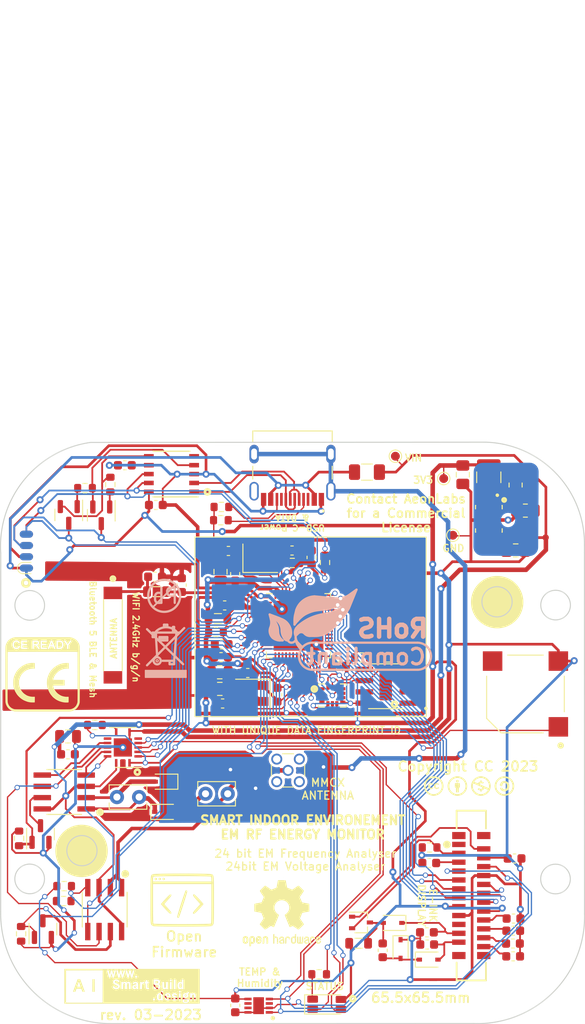
<source format=kicad_pcb>
(kicad_pcb (version 20211014) (generator pcbnew)
  (title_block (title "Smart Indoor Environment EM RF Energy Monitor") (date "2023-02-11") (rev "Beta R4") (company "by AeonLabs") (comment 1 "https://www.linkedin.com/in/migueltomas/") (comment 2 "https://github.com/aeonSolutions"))
  (layers (0 "F.Cu" signal) (31 "B.Cu" signal) (34 "B.Paste" user) (35 "F.Paste" user) (36 "B.SilkS" user "B.Silkscreen") (37 "F.SilkS" user "F.Silkscreen") (38 "B.Mask" user) (39 "F.Mask" user) (44 "Edge.Cuts" user))
  (net 0 "")
  (net 1 "3V3")
  (net 2 "GND")
  (net 3 "5V0")
  (net 4 "Net-(AL1-Pad2)")
  (net 5 "Net-(AR1-Pad1)")
  (net 6 "BUZZER_IO18")
  (net 7 "Net-(CH340K1-Pad4)")
  (net 9 "Net-(CH340K1-Pad6)")
  (net 10 "Net-(CH340K1-Pad7)")
  (net 11 "Net-(E2C7-Pad1)")
  (net 12 "Net-(E2C9-Pad1)")
  (net 13 "Net-(E2C10-Pad1)")
  (net 14 "Net-(E2C11-Pad1)")
  (net 15 "ESP2_VDD_SPI")
  (net 16 "Net-(E2C14-Pad1)")
  (net 17 "Net-(E2R1-Pad2)")
  (net 18 "Net-(EC3-Pad1)")
  (net 19 "CHIP_EN")
  (net 20 "Net-(EIC1-Pad1)")
  (net 21 "Net-(EIC2-Pad1)")
  (net 22 "Net-(EIC3-Pad1)")
  (net 23 "Net-(EIC4-Pad1)")
  (net 24 "Net-(EIC5-Pad1)")
  (net 25 "Net-(EIC6-Pad1)")
  (net 26 "Net-(EIC7-Pad1)")
  (net 27 "Net-(EIC7-Pad2)")
  (net 28 "PREVGH")
  (net 29 "PREVGL")
  (net 30 "GDR")
  (net 31 "RESE")
  (net 32 "GPIO8_I2C_SDA")
  (net 33 "GPIO9_I2C_SCL")
  (net 34 "ESP2_USB_D-")
  (net 35 "ESP2_USB_D+")
  (net 36 "SPICS1_E2")
  (net 37 "SPIHD_E2")
  (net 38 "SPIWP_E2")
  (net 39 "SPICS0_E2")
  (net 40 "SPICLK_E2")
  (net 41 "SPIQ_E2")
  (net 42 "SPID_E2")
  (net 45 "unconnected-(ESP32S1-Pad44)")
  (net 46 "unconnected-(ESP32S1-Pad45)")
  (net 47 "unconnected-(ESP32S1-Pad47)")
  (net 48 "unconnected-(ESP32S1-Pad48)")
  (net 49 "5V0F")
  (net 60 "IMU_CS_IO21")
  (net 61 "IN_ADS_A+")
  (net 62 "IN_ADS_A-")
  (net 64 "Net-(Q1-Pad1)")
  (net 65 "Net-(Q2-Pad1)")
  (net 66 "ESP_GPIO0_BOOT-DTR")
  (net 71 "RXD0")
  (net 72 "TXD0")
  (net 74 "Net-(EHC1-Pad1)")
  (net 75 "USB_D+")
  (net 76 "USB_D-")
  (net 77 "CLK_ADS_5V0")
  (net 78 "DOUT_ADS_5V0")
  (net 79 "GND_EN_ADS")
  (net 82 "Net-(ANT1-Pad1)")
  (net 84 "Net-(LED2-Pad3)")
  (net 85 "Net-(UL1-Pad8)")
  (net 86 "3V3_EN_ADS_IO01")
  (net 87 "DOUT_ADS_3V3_IO02")
  (net 88 "Net-(J1-PadA5)")
  (net 89 "Net-(J1-PadB5)")
  (net 90 "CLK_ADS2_3V3_IO07")
  (net 91 "CLK_ADS_3V3_IO05")
  (net 92 "SCLK_COMMON_3V3_IO04")
  (net 93 "LCD_MOSI_IO11")
  (net 94 "LCD_CS_IO12")
  (net 95 "LCD_RST_IO13")
  (net 96 "LCD_DC_IO14")
  (net 97 "LCD_BUSY_IO17")
  (net 98 "IN_ADS2_A")
  (net 99 "Earth")
  (net 100 "DOUT_ADS2_5V0")
  (net 101 "GND_EN_ADS2")
  (net 102 "unconnected-(ESP32S1-Pad16)")
  (net 103 "unconnected-(ESP32S1-Pad17)")
  (net 104 "unconnected-(ESP32S1-Pad43)")
  (net 105 "SCLK_ADS_COMMON_5V0")
  (net 106 "DOUT_ADS2_3V3_IO06")
  (net 107 "LED_R_IO13")
  (net 108 "LED_G_IO14")
  (net 109 "LED_B_IO17")
  (net 110 "3V3_EN_ADS2_IO10")
  (footprint "Capacitor_SMD:C_0603_1608Metric" (layer "F.Cu") (at 180.0525 125.01)
    (fp_text reference "EIC5" hide)
    (fp_text value "100nF" hide)
  )
  (footprint "Fuse:Fuse_1206_3216Metric" (layer "F.Cu") (at 163.56 74.78 180)
    (fp_text reference "Fuse1" hide)
    (fp_text value "Polyfuse" hide)
  )
  (footprint "Capacitor_SMD:C_0805_2012Metric" (layer "F.Cu") (at 146.989255 97.300893)
    (fp_text reference "E2C4" hide)
    (fp_text value "1uF 20% 6.3V" hide)
  )
  (footprint "TestPoint:TestPoint_Pad_D1.0mm" (layer "F.Cu") (at 173.23 81.88)
    (fp_text reference "TP2" hide)
    (fp_text value "GND" hide)
  )
  (footprint "Resistor_SMD:R_0603_1608Metric" (layer "F.Cu") (at 162.999255 95.640893 180)
    (fp_text reference "IDR1" hide)
    (fp_text value "10k" hide)
  )
  (footprint "Capacitor_SMD:C_0603_1608Metric" (layer "F.Cu") (at 180.0225 126.38)
    (fp_text reference "EIC6" hide)
    (fp_text value "100nF" hide)
  )
  (footprint "Resistor_SMD:R_0603_1608Metric" (layer "F.Cu") (at 131.83 76.58 180)
    (fp_text reference "QR1" hide)
    (fp_text value "10K" hide)
  )
  (footprint "Diode_SMD:D_SOD-323" (layer "F.Cu") (at 166.4425 125.5 180)
    (fp_text reference "EiD1a2" hide)
    (fp_text value "D_Schottky" hide)
  )
  (footprint "Sensor_Motion:LSM6DS3 PQFN50P300X250X86-14N" (layer "F.Cu") (at 159.669255 99.910893)
    (fp_text reference "IMU1" hide)
    (fp_text value "LSM6DS3" hide)
  )
  (footprint "Package_DFN_QFN:Texas_S-PVQFN-N14" (layer "F.Cu") (at 136.09 105.76 180)
    (fp_text reference "UL1" hide)
    (fp_text value "TXB0104RGY" hide)
  )
  (footprint "Capacitor_SMD:C_0603_1608Metric" (layer "F.Cu") (at 148.729255 86.210893 -90)
    (fp_text reference "E2C3" hide)
    (fp_text value "10nF 10% 50V" hide)
  )
  (footprint "Sensor_Humidity:SHT3x SON50P250X250X100-9N-D" (layer "F.Cu") (at 151.37 134.8125 180)
    (fp_text reference "SHT1" hide)
    (fp_text value "SHT31-DIS" hide)
  )
  (footprint "Package_TO_SOT_SMD:SOT-323_SC-70" (layer "F.Cu") (at 162.8925 125.45)
    (fp_text reference "EIQ1" hide)
    (fp_text value "SI1308EDL-T1-GE3" hide)
  )
  (footprint "Package_SO:ADS1252 SOIC127P599X175-8N" (layer "F.Cu") (at 134.045 124.005 -90)
    (fp_text reference "ADS2" hide)
    (fp_text value "ADS1252U" hide)
  )
  (footprint "Resistor_SMD:R_0805_2012Metric_Pad1.20x1.40mm_HandSolder" (layer "F.Cu") (at 180.290245 76.230821 -90)
    (fp_text reference "AR2" hide)
    (fp_text value "47K" hide)
  )
  (footprint "Capacitor_THT:C_Rect_L4.0mm_W2.5mm_P2.50mm" (layer "F.Cu") (at 137.92 111.34 180)
    (fp_text reference "EHC2" hide)
    (fp_text value "C_Polarized_US" hide)
  )
  (footprint "Capacitor_SMD:C_0603_1608Metric" (layer "F.Cu") (at 180.1725 118.25)
    (fp_text reference "EIC4" hide)
    (fp_text value "100nF" hide)
  )
  (footprint "Capacitor_SMD:C_0603_1608Metric" (layer "F.Cu") (at 136.31 74.01 180)
    (fp_text reference "CHC1" hide)
    (fp_text value "100nF" hide)
  )
  (footprint "Diode_SMD:D_SOD-323" (layer "F.Cu") (at 140.78 109.61 180)
    (fp_text reference "EHD1" hide)
    (fp_text value "D_Schottky" hide)
  )
  (footprint "Capacitor_SMD:C_0603_1608Metric" (layer "F.Cu") (at 180.0125 129.26)
    (fp_text reference "EIC2" hide)
    (fp_text value "100nF" hide)
  )
  (footprint "Capacitor_SMD:C_0603_1608Metric" (layer "F.Cu") (at 147.319255 100.810893 180)
    (fp_text reference "E2C10" hide)
    (fp_text value "22pF 5% 50V" hide)
  )
  (footprint "Connector_USB:USB C HRO_TYPE-C-31-M-12" (layer "F.Cu") (at 155.18 72.75 180)
    (fp_text reference "J1" hide)
    (fp_text value "TYPE-C-31-M-12" hide)
  )
  (footprint "Capacitor_SMD:C_0603_1608Metric" (layer "F.Cu") (at 142.71 87.49 90)
    (fp_text reference "EC3" hide)
    (fp_text value "100nF 10% 16V" hide)
  )
  (footprint "Resistor_SMD:R_0603_1608Metric" (layer "F.Cu") (at 124.41 115.99 -90)
    (fp_text reference "ADS5_MTRR1" hide)
    (fp_text value "10k" hide)
  )
  (footprint "Capacitor_SMD:C_0603_1608Metric" (layer "F.Cu") (at 147.549255 89.780893 180)
    (fp_text reference "E2C7" hide)
    (fp_text value "100nF 10% 16V" hide)
  )
  (footprint "TestPoint:TestPoint_Pad_D1.0mm" (layer "F.Cu") (at 172.2 75.5)
    (fp_text reference "TP1" hide)
    (fp_text value "VOut" hide)
  )
  (footprint "Inductor_SMD:L_0805_2012Metric" (layer "F.Cu") (at 162.6225 127.79)
    (fp_text reference "EIL1" hide)
    (fp_text value "10uH" hide)
  )
  (footprint "Capacitor_SMD:C_0603_1608Metric" (layer "F.Cu") (at 129.91 106.53)
    (fp_text reference "ADSC1" hide)
    (fp_text value "100nF" hide)
  )
  (footprint "Resistor_SMD:R_0603_1608Metric" (layer "F.Cu") (at 158.18 131.28 180)
    (fp_text reference "LR2" hide)
    (fp_text value "330R" hide)
  )
  (footprint "Capacitor_SMD:C_0603_1608Metric" (layer "F.Cu") (at 139.71 86.55)
    (fp_text reference "EC2" hide)
    (fp_text value "100nF 10% 16V" hide)
  )
  (footprint "Capacitor_SMD:C_0603_1608Metric" (layer "F.Cu") (at 147.969255 83.650893 180)
    (fp_text reference "E2C11" hide)
    (fp_text value "22pF 5% 50V" hide)
  )
  (footprint "Inductor_SMD:L_1210_3225Metric" (layer "F.Cu") (at 177.270245 75.360821 -90)
    (fp_text reference "AL1" hide)
    (fp_text value "3.3uF" hide)
  )
  (footprint "Resistor_SMD:R_0603_1608Metric" (layer "F.Cu") (at 147.12 80.19 180)
    (fp_text reference "USBR1" hide)
    (fp_text value "5k1" hide)
  )
  (footprint "Resistor_SMD:R_0603_1608Metric" (layer "F.Cu") (at 124.64 126.7275 90)
    (fp_text reference "ADS5_MTRR2" hide)
    (fp_text value "10k" hide)
  )
  (footprint "Capacitor_SMD:C_0603_1608Metric" (layer "F.Cu") (at 155.129255 83.600893)
    (fp_text reference "E2C14" hide)
    (fp_text value "22pF 5% 50V" hide)
  )
  (footprint "Resistor_SMD:R_0603_1608Metric" (layer "F.Cu") (at 132.94 103.23)
    (fp_text reference "UL1R1" hide)
    (fp_text value "10k" hide)
  )
  (footprint "Connector_Coaxial:MMCX_Molex_73415-1471_Vertical" (layer "F.Cu") (at 154.68 108.34)
    (fp_text reference "SMA1" hide)
    (fp_text value "SMA_CONNECTOR_1.3_8.3mm" hide)
  )
  (footprint "Diode_SMD:D_SOD-323" (layer "F.Cu") (at 140.73 113.01)
    (fp_text reference "EHD2" hide)
    (fp_text value "D_Schottky" hide)
  )
  (footprint "Capacitor_SMD:C_0603_1608Metric" (layer "F.Cu") (at 148.74 134.78 90)
    (fp_text reference "SHC1" hide)
    (fp_text value "100nF" hide)
  )
  (footprint "Crystal:Crystal_SMD_EuroQuartz_MT-4Pin_3.2x2.5mm" (layer "F.Cu") (at 150.729255 99.680893 180)
    (fp_text reference "E2CY1" hide)
    (fp_text value "32.768Mhz 22pF+-10PPM" hide)
  )
  (footprint "Capacitor_SMD:C_0603_1608Metric" (layer "F.Cu") (at 157.329255 84.380893 90)
    (fp_text reference "E2C8" hide)
    (fp_text value "100nF 10% 16V" hide)
  )
  (footprint "LED_SMD:LED_1206_3210_RGB_Metric" (layer "F.Cu") (at 158.81 134.71)
    (fp_text reference "LED2" hide)
    (fp_text value "LED_GBRC" hide)
  )
  (footprint "Resistor_SMD:R_0603_1608Metric" (layer "F.Cu") (at 170.6125 117.01 180)
    (fp_text reference "EIR1" hide)
    (fp_text value "0.47R" hide)
  )
  (footprint "Capacitor_THT:C_Rect_L4.0mm_W2.5mm_P2.50mm" (layer "F.Cu") (at 145.39 110.97)
    (fp_text reference "EHC1" hide)
    (fp_text value "0.2uF 275VAC" hide)
  )
  (footprint "Package_SO:ATSHA204A Auth SOIC8" (layer "F.Cu") (at 165.739255 98.870893 180)
    (fp_text reference "U1" hide)
    (fp_text value "ATSHA204A-MAHDA-T" hide)
  )
  (footprint "AeonLabs_Shields:ESP32-S3 GND Shield" (layer "F.Cu") (at 157.04 92.62)
    (fp_text reference "ES1" hide)
    (fp_text value "ESP32_S3_Shield")
  )
  (footprint "Capacitor_SMD:C_0603_1608Metric" (layer "F.Cu") (at 170.3375 127.93 180)
    (fp_text reference "EIC9" hide)
    (fp_text value "1uF" hide)
  )
  (footprint "Capacitor_SMD:C_0603_1608Metric" (layer "F.Cu") (at 139.8 78.48)
    (fp_text reference "CHC2" hide)
    (fp_text value "100nF" hide)
  )
  (footprint "Package_SO:ADS1252 SOIC127P599X175-8N" (layer "F.Cu") (at 129.49 110.77 180)
    (fp_text reference "ADS1" hide)
    (fp_text value "ADS1252U" hide)
  )
  (footprint "Capacitor_SMD:C_0603_1608Metric" (layer "F.Cu") (at 179.9925 127.82)
    (fp_text reference "EIC1" hide)
    (fp_text value "100nF" hide)
  )
  (footprint "Resistor_SMD:R_0603_1608Metric" (layer "F.Cu") (at 147.18 78.7 180)
    (fp_text reference "USBR2" hide)
    (fp_text value "5k1" hide)
  )
  (footprint "Capacitor_SMD:C_0603_1608Metric" (layer "F.Cu") (at 147.21 94.15)
    (fp_text reference "EC1" hide)
    (fp_text value "1uF" hide)
  )
  (footprint "Crystal:Crystal_SMD_EuroQuartz_MT-4Pin_3.2x2.5mm" (layer "F.Cu") (at 151.549255 84.470893)
    (fp_text reference "E2CY2" hide)
    (fp_text value "40Mhz 22pF+-10PPM" hide)
  )
  (footprint "Resistor_SMD:R_0603_1608Metric" (layer "F.Cu") (at 129.48 121.36 180)
    (fp_text reference "ADSR2" hide)
    (fp_text value "1K" hide)
  )
  (footprint "Capacitor_SMD:C_0805_2012Metric" (layer "F.Cu") (at 147.079255 85.980893 -90)
    (fp_text reference "E2C1" hide)
    (fp_text value "1uF" hide)
  )
  (footprint "Capacitor_SMD:C_0603_1608Metric" (layer "F.Cu") (at 147.14 95.6)
    (fp_text reference "E2C5" hide)
    (fp_text value "100nF 10% 16V" hide)
  )
  (footprint "Capacitor_SMD:C_0603_1608Metric" (layer "F.Cu") (at 160.409255 96.580893)
    (fp_text reference "IMUC1" hide)
    (fp_text value "100nF" hide)
  )
  (footprint "Package_TO_SOT_SMD:SOT-23" (layer "F.Cu") (at 130 79.5975 -90)
    (fp_text reference "Q1" hide)
    (fp_text value "BSS138" hide)
  )
  (footprint "Converter_DCDC:AUR9718 ST1S09 SON95P300X300X100-7N" (layer "F.Cu") (at 177.280245 80.033321 -90)
    (fp_text reference "AU1" hide)
    (fp_text value "AUR9718x_DFN_3x3mm_6_pin" hide)
  )
  (footprint "AeonLabs Logos:open_firmware" (layer "F.Cu") (at 142.621828 123.886806)
    (fp_text reference "G***" hide)
    (fp_text value "LOGO" hide)
  )
  (footprint "Resistor_SMD:R_0603_1608Metric" (layer "F.Cu") (at 129.43 123.04)
    (fp_text reference "ADSR1" hide)
    (fp_text value "2K" hide)
  )
  (footprint "Capacitor_SMD:C_0805_2012Metric" (layer "F.Cu") (at 129.92 104.52)
    (fp_text reference "ADSC2" hide)
    (fp_text value "0.1-10uF" hide)
  )
  (footprint "AeonLabs Enclosure Boxes:LK-R37 70x70mm enclosure" (layer "F.Cu") (at 154.39 107.19 180)
    (fp_text reference "REF**" hide)
    (fp_text value "LK-R37 70x70mm enclosure" hide)
    (fp_line (start 32.05134 -17.059996) (end 32.05134 -17.334996) (layer "Edge.Cuts") (width 0.12))
    (fp_line (start -21.17366 -29.63) (end 19.79634 -29.639996) (layer "Edge.Cuts") (width 0.12))
    (fp_line (start -33.647409 24.221725) (end -33.647409 23.361725) (layer "Edge.Cuts") (width 0.12))
    (fp_line (start 32.05134 -17.059996) (end 32.04134 23.300004) (layer "Edge.Cuts") (width 0.12))
    (fp_line (start -33.647409 23.361725) (end -33.65866 -17.335) (layer "Edge.Cuts") (width 0.12))
    (fp_line (start 21.95134 35.750004) (end -22.53366 35.780004) (layer "Edge.Cuts") (width 0.12))
    (fp_arc (start -33.65866 -17.335) (mid -30.066733 -26.174033) (end -21.17366 -29.63) (layer "Edge.Cuts") (width 0.12))
    (fp_arc (start 19.79634 -29.639996) (mid 28.438852 -25.99229) (end 32.05134 -17.334996) (layer "Edge.Cuts") (width 0.12))
    (fp_arc (start -22.53366 35.780004) (mid -30.450784 32.270339) (end -33.647409 24.221725) (layer "Edge.Cuts") (width 0.12))
    (fp_arc (start 32.04134 23.300004) (mid 29.437826 31.503686) (end 21.95134 35.750004) (layer "Edge.Cuts") (width 0.12))
    (fp_circle (center 22.90634 -10.179992) (end 24.60634 -10.179992) (layer "Edge.Cuts") (width 0.12) (fill none))
    (fp_circle (center 28.78 17.419011) (end 29.98 18.579011) (layer "Edge.Cuts") (width 0.12) (fill none))
    (fp_circle (center -30.4 17.45) (end -29.2 18.61) (layer "Edge.Cuts") (width 0.12) (fill none))
    (fp_circle (center -30.39 -13.37) (end -29.19 -12.21) (layer "Edge.Cuts") (width 0.12) (fill none))
    (fp_circle (center 28.79 -13.36) (end 29.99 -12.2) (layer "Edge.Cuts") (width 0.12) (fill none))
    (fp_circle (center -23.81 17.82) (end -22.11 17.82) (layer "Edge.Cuts") (width 0.12) (fill none))
  )
  (footprint "Package_DFN_QFN:QFN-56-1EP_7x7mm_P0.4mm_EP5.6x5.6mm" (layer "F.Cu") (at 155.859255 92.060893)
    (fp_text reference "ESP32S1" hide)
    (fp_text value "ESP32-S3" hide)
  )
  (footprint "Resistor_SMD:R_0603_1608Metric" (layer "F.Cu") (at 158.839255 84.950893 -90)
    (fp_text reference "E2R1" hide)
    (fp_text value "499R" hide)
  )
  (footprint "Capacitor_SMD:C_0603_1608Metric" (layer "F.Cu") (at 170.3075 126.56 180)
    (fp_text reference "EIC8" hide)
    (fp_text value "1uF" hide)
  )
  (footprint "Resistor_SMD:R_0603_1608Metric" (layer "F.Cu") (at 134.68 76.18 -90)
    (fp_text reference "QR2" hide)
    (fp_text value "10K" hide)
  )
  (footprint "Symbol:OSHW-Logo2_9.8x8mm_SilkScreen" (layer "F.Cu") (at 153.98 124.41)
    (fp_text reference "REF**" hide)
    (fp_text value "OSHW-Logo2_9.8x8mm_SilkScreen" hide)
  )
  (footprint "AeonLabs_Connectors:SOIC_clipProgSmall" (layer "F.Cu") (at 124.4805 83.67 -90)
    (fp_text reference "ICSP1" hide)
    (fp_text value "Conn_01x08_Male" hide)
  )
  (footprint "Diode_SMD:D_SOD-323" (layer "F.Cu") (at 167.3425 128.44 -90)
    (fp_text reference "EiD1a3" hide)
    (fp_text value "D_Schottky" hide)
  )
  (footprint "TestPoint:TestPoint_Pad_D1.0mm" (layer "F.Cu") (at 166.76 72.99)
    (fp_text reference "TP3" hide)
    (fp_text value "VIN" hide)
  )
  (footprint "Package_TO_SOT_SMD:SOT-23" (layer "F.Cu") (at 127.09 126.1975 90)
    (fp_text reference "ADS2_MTRT1" hide)
    (fp_text value "NPN" hide)
  )
  (footprint "Resistor_SMD:R_0805_2012Metric_Pad1.20x1.40mm_HandSolder" (layer "F.Cu") (at 181.390245 79.110821 180)
    (fp_text reference "AR1" hide)
    (fp_text value "15K" hide)
  )
  (footprint "AeonLabs Logos:smart build design" (layer "F.Cu") (at 137.12 132.62)
    (fp_text reference "G***" hide)
    (fp_text value "LOGO" hide)
  )
  (footprint "Capacitor_SMD:C_0805_2012Metric" (layer "F.Cu") (at 146.999255 99.170893)
    (fp_text reference "E2C2" hide)
    (fp_text value "10uF 20% 6.3V" hide)
  )
  (footprint "Resistor_SMD:R_0603_1608Metric" (layer "F.Cu") (at 165.959255 95.630893)
    (fp_text reference "IDR2" hide)
    (fp_text value "10k" hide)
  )
  (footprint "Capacitor_SMD:C_0603_1608Metric" (layer "F.Cu") (at 170.5725 118.76 180)
    (fp_text reference "EIC3" hide)
    (fp_text value "100nF" hide)
  )
  (footprint "AeonLabs Logosy:CE Ready Small Logo" (layer "F.Cu") (at 127.05 97.53)
    (fp_text reference "G***" hide)
    (fp_text value "LOGO" hide)
  )
  (footprint "Capacitor_SMD:C_0603_1608Metric" (layer "F.Cu") (at 153.469255 99.830893 90)
    (fp_text reference "E2C9" hide)
    (fp_text value "22pF 5% 50V" hide)
  )
  (footprint "Connector_FFC-FPC:FFC 24pin 0.5 pitch vertical GCT_FFC2A32-24-T" (layer "F.Cu") (at 175.3025 122.42 90)
    (fp_text reference "J2" hide)
    (fp_text value "Conn_01x24_Male" hide)
  )
  (footprint "Package_SO:SSOP-10_3.9x4.9mm_P1.00mm" (layer "F.Cu") (at 141.56 75 180)
    (fp_text reference "CH340K1" hide)
    (fp_text value "CH340K1" hide)
  )
  (footprint "Capacitor_SMD:C_0603_1608Metric" (layer "F.Cu") (at 165.3325 128.585 90)
    (fp_text reference "EIC7" hide)
    (fp_text value "4.7uF" hide)
  )
  (footprint "Capacitor_SMD:C_0805_2012Metric_Pad1.18x1.45mm_HandSolder" (layer "F.Cu") (at 174.35 75.07 -90)
    (fp_text reference "AC1" hide)
    (fp_text value "22uF" hide)
  )
  (footprint "AeonLabs:aeon creative commons logos" (layer "F.Cu") (at 175.04 110.05)
    (fp_text reference "G***" hide)
    (fp_text value "LOGO" hide)
  )
  (footprint "Capacitor_SMD:C_0603_1608Metric" (layer "F.Cu") (at 150.149255 97.380893 180)
    (fp_text reference "E2C6" hide)
    (fp_text value "100nF 10% 16V" hide)
  )
  (footprint "Inductor_SMD:L_0805_2012Metric" (layer "F.Cu") (at 139.87 88.23)
    (fp_text reference "EL1" hide)
    (fp_text value "12nH 5%" hide)
  )
  (footprint "RF_Antenna:AN9520_ANT2-SMD-9.5X2.1X1.0MM" (layer "F.Cu") (at 134.97 93.1205 -90)
    (property "VALUE" "AN9520")
    (fp_text reference "ANT1" hide)
    (fp_text value "SMD-BUILT-IN-ANTENNA-2.4GHZ(2P-9.5X2.1MM)" hide)
  )
  (footprint "Package_TO_SOT_SMD:SOT-23" (layer "F.Cu") (at 126.82 115.5 90)
    (fp_text reference "ADS5_MTRT1" hide)
    (fp_text value "NPN" hide)
  )
  (footprint "Resistor_SMD:R_0603_1608Metric" (layer "F.Cu") (at 146.569255 92.760893)
    (fp_text reference "ER1" hide)
    (fp_text value "10k" hide)
  )
  (footprint "Resistor_SMD:R_0603_1608Metric" (layer "F.Cu") (at 155.159255 85.000893 180)
    (fp_text reference "E2R2" hide)
    (fp_text value "10k" hide)
  )
  (footprint "Diode_SMD:D_SOD-323" (layer "F.Cu") (at 170.5025 129.63)
    (fp_text reference "EiD1a1" hide)
    (fp_text value "D_Schottky" hide)
  )
  (footprint "Capacitor_SMD:C_0805_2012Metric_Pad1.18x1.45mm_HandSolder" (layer "F.Cu") (at 180.300245 83.590821)
    (fp_text reference "AC2" hide)
    (fp_text value "4.7uF" hide)
  )
  (footprint "Package_TO_SOT_SMD:SOT-23" (layer "F.Cu") (at 133.66 79.6375 -90)
    (fp_text reference "Q2" hide)
    (fp_text value "BSS138" hide)
  )
  (footprint "Buzzer_Beeper:MagneticBuzzer_Kobitone_254-EMB84Q-RO" (layer "F.Cu") (at 181.4 99.74 180)
    (fp_text reference "BZ1" hide)
    (fp_text value "Buzzer" hide)
  )
  (footprint "Inductor_SMD:L_0805_2012Metric" (layer "F.Cu") (at 146.789255 91.260893)
    (fp_text reference "E2L1" hide)
    (fp_text value "2nH 5%" hide)
  )
  (footprint "OLIMEX_LOGOs-FP:LOGO_RECYCLEBIN_1" (layer "B.Cu") (at 143.2525 97.913 180)
    (fp_text reference "Sign-RecycleBin" hide)
    (fp_text value "" hide)
  )
  (footprint "OLIMEX_LOGOs-FP:LOGO_ROHS_1" (layer "B.Cu") (at 169.7545 96.3835 180)
    (fp_text reference "Sign-RoHS" hide)
    (fp_text value "" hide)
  )
  (footprint "OLIMEX_LOGOs-FP:LOGO_PBFREE" (layer "B.Cu") (at 140.9432 88.38504)
    (fp_text reference "Sign-PbFree" hide)
    (fp_text value "")
  )
  (gr_circle (center 183.67 82.14) (end 183.82 82.35) (layer "F.Cu") (width 0.2) (fill none))
  (gr_circle (center 136.36 119.98) (end 136.31095 119.86) (layer "F.SilkS") (width 0.3) (fill none))
  (gr_circle (center 125.19 87.243428) (end 124.99 86.893065) (layer "F.SilkS") (width 0.3) (fill none))
  (gr_circle (center 166.66 100.900363) (end 166.61095 100.780363) (layer "F.SilkS") (width 0.3) (fill none))
  (gr_circle (center 161.96 134.03) (end 161.96 133.745747) (layer "F.SilkS") (width 0.3) (fill none))
  (gr_circle (center 131.44 117.4) (end 134.312107 117.4) (layer "F.SilkS") (width 0.15) (fill solid))
  (gr_circle (center 172.56 116.680363) (end 172.51095 116.560363) (layer "F.SilkS") (width 0.3) (fill none))
  (gr_circle (center 157.64 99.180363) (end 157.59095 99.060363) (layer "F.SilkS") (width 0.3) (fill none))
  (gr_circle (center 137.72 108.530363) (end 137.67095 108.410363) (layer "F.SilkS") (width 0.3) (fill none))
  (gr_circle (center 179 77.91) (end 178.96 77.74) (layer "F.SilkS") (width 0.3) (fill none))
  (gr_circle (center 178.217893 89.41) (end 181.09 89.41) (layer "F.SilkS") (width 0.15) (fill solid))
  (gr_circle (center 185.36 105.54) (end 185.34 105.33) (layer "F.SilkS") (width 0.3) (fill none))
  (gr_circle (center 145.61 77.000363) (end 145.56095 76.880363) (layer "F.SilkS") (width 0.3) (fill none))
  (gr_circle (center 133.52 113.045363) (end 133.47095 112.925363) (layer "F.SilkS") (width 0.3) (fill none))
  (gr_text "GND\n" (at 173.29 83.35) (layer "F.SilkS") (effects (font (size 0.8 0.8))))
  (gr_text "Bluetooth 5 BLE & Mesh" (at 132.71 93.61 270) (layer "F.SilkS") (effects (font (size 0.7 0.7))))
  (gr_text "SMART INDOOR ENVIRONEMENT\nEM RF ENERGY MONITOR" (at 156.33 114.75) (layer "F.SilkS") (effects (font (size 1 1) (thickness 0.25))))
  (gr_text "Contact AeonLabs\nfor a Commercial\nLicense" (at 167.96 79.4) (layer "F.SilkS") (effects (font (size 1 1) (thickness 0.2))))
  (gr_text "Copyright CC 2023" (at 174.93 107.89) (layer "F.SilkS") (effects (font (size 1.1 1.1) (thickness 0.2))))
  (gr_text "STATUS" (at 158.81 132.63) (layer "F.SilkS") (effects (font (size 0.8 0.8))))
  (gr_text "WIFI 2.4GHz b/g/n " (at 137.55 93.61 270) (layer "F.SilkS") (effects (font (size 0.7 0.7))))
  (gr_text "E-INK\nDISPLAY" (at 170.35 123.54 -90) (layer "F.SilkS") (effects (font (size 0.8 0.8))))
  (gr_text "TEMP &\nHumidity" (at 151.51 131.65) (layer "F.SilkS") (effects (font (size 0.8 0.8))))
  (gr_text "rev. 03-2023" (at 139.23 135.85) (layer "F.SilkS") (effects (font (size 1.1 1.1) (thickness 0.2))))
  (gr_text "WITH UNIQUE DATA FINGERPRINT ID" (at 156.74 103.84) (layer "F.SilkS") (effects (font (size 0.8 0.8))))
  (gr_text "USB-C Power\n& DATA" (at 155.17 80.47 180) (layer "F.SilkS") (effects (font (size 0.7 0.7))))
  (gr_text "MMCX\nANTENNA" (at 159.16 110.44) (layer "F.SilkS") (effects (font (size 0.9 0.9))))
  (gr_text "24 bit EM Frequency Analyser\n24bit EM Voltage Analyser" (at 156.63 118.42) (layer "F.SilkS") (effects (font (size 0.9 0.9))))
  (gr_text "3V3\n" (at 169.89 75.67) (layer "F.SilkS") (effects (font (size 0.8 0.8))))
  (gr_text "65.5x65.5mm" (at 169.61 133.92) (layer "F.SilkS") (effects (font (size 1.1 1.1) (thickness 0.2))))
  (gr_text "ANTENNA" (at 135.06 93.49 90) (layer "F.SilkS") (effects (font (size 0.7 0.7))))
  (gr_text "Open\nFirmware" (at 142.99 127.9) (layer "F.SilkS") (effects (font (size 1.1 1.1) (thickness 0.2))))
  (gr_text "VIN" (at 168.8 73.18) (layer "F.SilkS") (effects (font (size 0.8 0.8))))
  (via (at 156.929255 86.150893) (size 0.6) (drill 0.4) (layers "F.Cu" "B.Cu") (net 0))
  (via (at 157.179255 86.950893) (size 0.6) (drill 0.4) (layers "F.Cu" "B.Cu") (net 0))
  (segment (start 162.174255 95.640893) (end 162.174255 95.345745) (width 0.15) (layer "F.Cu") (net 1))
  (segment (start 148.906781 96.342853) (end 149.014821 96.450893) (width 0.51) (layer "F.Cu") (net 1))
  (segment (start 160.64 134.11) (end 161.08 134.11) (width 0.25) (layer "F.Cu") (net 1))
  (segment (start 164.78 94.82) (end 165.134255 95.174255) (width 0.15) (layer "F.Cu") (net 1))
  (segment (start 140.275 107.485) (end 138.615 107.485) (width 0.2) (layer "F.Cu") (net 1))
  (segment (start 145.889255 87.100893) (end 145.679255 86.890893) (width 0.51) (layer "F.Cu") (net 1))
  (segment (start 153.409255 87.790893) (end 152.749255 87.790893) (width 0.3) (layer "F.Cu") (net 1))
  (segment (start 170.13 112.94) (end 168.35 111.16) (width 0.3) (layer "F.Cu") (net 1))
  (segment (start 145.449255 93.430745) (end 145.449255 95.310893) (width 0.51) (layer "F.Cu") (net 1))
  (segment (start 160.59 134.24) (end 160.72 134.11) (width 0.25) (layer "F.Cu") (net 1))
  (segment (start 157.329255 85.155893) (end 157.329255 85.560893) (width 0.3) (layer "F.Cu") (net 1))
  (segment (start 146.049255 99.480745) (end 146.049255 99.170893) (width 0.51) (layer "F.Cu") (net 1))
  (segment (start 130.12 83.51) (end 130.12 83.52) (width 0.3) (layer "F.Cu") (net 1))
  (segment (start 160.59 134.24) (end 161.13 134.24) (width 0.15) (layer "F.Cu") (net 1))
  (segment (start 155.279255 96.300893) (end 155.279255 96.880893) (width 0.25) (layer "F.Cu") (net 1))
  (segment (start 161.073526 97.559199) (end 161.174255 97.659928) (width 0.15) (layer "F.Cu") (net 1))
  (segment (start 162.874255 100.790893) (end 161.629255 100.790893) (width 0.15) (layer "F.Cu") (net 1))
  (segment (start 157.619255 101.280893) (end 157.539255 101.200893) (width 0.15) (layer "F.Cu") (net 1))
  (segment (start 174.35 74.0325) (end 171.7775 74.0325) (width 0.51) (layer "F.Cu") (net 1))
  (segment (start 148.7975 134.0625) (end 148.74 134.005) (width 0.15) (layer "F.Cu") (net 1))
  (segment (start 132.115 103.755) (end 132.62 104.26) (width 0.15) (layer "F.Cu") (net 1))
  (segment (start 138.565 79.645) (end 139.025 79.185) (width 0.3) (layer "F.Cu") (net 1))
  (segment (start 149.329 80.795) (end 148.661049 81.462951) (width 0.4) (layer "F.Cu") (net 1))
  (segment (start 148.74 134.005) (end 141.075 134.005) (width 0.15) (layer "F.Cu") (net 1))
  (segment (start 157.174255 85.000893) (end 157.329255 85.155893) (width 0.51) (layer "F.Cu") (net 1))
  (segment (start 149.014821 96.450893) (end 150.359255 96.450893) (width 0.51) (layer "F.Cu") (net 1))
  (segment (start 139.025 77.015) (end 139.01 77) (width 0.2) (layer "F.Cu") (net 1))
  (segment (start 155.319255 97.910893) (end 155.319255 96.920893) (width 0.3) (layer "F.Cu") (net 1))
  (segment (start 171.7775 74.0325) (end 170.96 74.85) (width 0.51) (layer "F.Cu") (net 1))
  (segment (start 159.169255 101.000893) (end 158.889255 101.280893) (width 0.15) (layer "F.Cu") (net 1))
  (segment (start 155.984255 85.000893) (end 157.174255 85.000893) (width 0.51) (layer "F.Cu") (net 1))
  (segment (start 170.99 80.79) (end 170.985 80.795) (width 0.4) (layer "F.Cu") (net 1))
  (segment (start 178.817101 74.099848) (end 179.851025 75.133772) (width 0.35) (layer "F.Cu") (net 1))
  (segment (start 170.96 74.85) (end 170.96 85.16) (width 0.51) (layer "F.Cu") (net 1))
  (segment (start 145.449255 95.310893) (end 145.449255 95.690893) (width 0.51) (layer "F.Cu") (net 1))
  (segment (start 158.889255 101.280893) (end 157.619255 101.280893) (width 0.15) (layer "F.Cu") (net 1))
  (segment (start 155.259255 95.498393) (end 155.259255 96.340893) (width 0.2) (layer "F.Cu") (net 1))
  (segment (start 128.4355 129.97) (end 127.32 128.8545) (width 0.15) (layer "F.Cu") (net 1))
  (segment (start 145.899255 95.690893) (end 145.549255 96.040893) (width 0.51) (layer "F.Cu") (net 1))
  (segment (start 155.279255 96.880893) (end 155.319255 96.920893) (width 0.25) (layer "F.Cu") (net 1))
  (segment (start 153.449255 87.830893) (end 153.449255 87.850893) (width 0.25) (layer "F.Cu") (net 1))
  (segment (start 161.174255 96.760893) (end 162.174255 95.760893) (width 0.15) (layer "F.Cu") (net 1))
  (segment (start 139.025 79.185) (end 139.025 78.48) (width 0.3) (layer "F.Cu") (net 1))
  (segment (start 161.699255 100.790893) (end 161.639255 100.730893) (width 0.15) (layer "F.Cu") (net 1))
  (segment (start 154.999255 98.230893) (end 155.319255 97.910893) (width 0.3) (layer "F.Cu") (net 1))
  (segment (start 141.98 105.74) (end 141.98 105.78) (width 0.2) (layer "F.Cu") (net 1))
  (segment (start 168.35 111.16) (end 168.35 106.18) (width 0.3) (layer "F.Cu") (net 1))
  (segment (start 168.35 106.18) (end 169.355 105.175) (width 0.3) (layer "F.Cu") (net 1))
  (segment (start 166.48 119.77) (end 166.25 119.77) (width 0.3) (layer "F.Cu") (net 1))
  (segment (start 149.949255 87.100893) (end 145.889255 87.100893) (width 0.51) (layer "F.Cu") (net 1))
  (segment (start 157.329255 85.560893) (end 157.959255 86.190893) (width 0.3) (layer "F.Cu") (net 1))
  (segment (start 170.13 114.03) (end 170.13 112.94) (width 0.3) (layer "F.Cu") (net 1))
  (segment (start 148.74 134.005) (end 148.74 133.16) (width 0.25) (layer "F.Cu") (net 1))
  (segment (start 161.639255 100.730893) (end 160.749255 100.730893) (width 0.15) (layer "F.Cu") (net 1))
  (segment (start 128.655 121.36) (end 128.61 121.36) (width 0.15) (layer "F.Cu") (net 1))
  (segment (start 159.169255 100.835893) (end 159.169255 101.000893) (width 0.15) (layer "F.Cu") (net 1))
  (segment (start 163.149255 100.775893) (end 164.054255 100.775893) (width 0.15) (layer "F.Cu") (net 1))
  (segment (start 166.48 117.68) (end 170.13 114.03) (width 0.3) (layer "F.Cu") (net 1))
  (segment (start 150.924255 97.015893) (end 150.924255 97.380893) (width 0.51) (layer "F.Cu") (net 1))
  (segment (start 141.98 105.78) (end 140.275 107.485) (width 0.2) (layer "F.Cu") (net 1))
  (segment (start 178.4525 124.17) (end 176.7025 124.17) (width 0.2) (layer "F.Cu") (net 1))
  (segment (start 136.84 107.485) (end 138.615 107.485) (width 0.2) (layer "F.Cu") (net 1))
  (segment (start 145.439255 100.090745) (end 146.049255 99.480745) (width 0.51) (layer "F.Cu") (net 1))
  (segment (start 146.249255 95.915893) (end 146.249255 98.685893) (width 0.51) (layer "F.Cu") (net 1))
  (segment (start 160.749255 100.730893) (end 160.654255 100.635893) (width 0.15) (layer "F.Cu") (net 1))
  (segment (start 166.48 119.77) (end 166.48 117.68) (width 0.3) (layer "F.Cu") (net 1))
  (segment (start 171.47 96.13) (end 170.96 96.64) (width 0.3) (layer "F.Cu") (net 1))
  (segment (start 170.96 96.64) (end 170.96 102.34) (width 0.51) (layer "F.Cu") (net 1))
  (segment (start 151.384174 87.838893) (end 151.229989 87.684708) (width 0.51) (layer "F.Cu") (net 1))
  (segment (start 162.174255 95.345745) (end 162.7 94.82) (width 0.15) (layer "F.Cu") (net 1))
  (segment (start 148.661049 81.462951) (end 147.272951 81.462951) (width 0.4) (layer "F.Cu") (net 1))
  (segment (start 153.559255 98.230893) (end 154.999255 98.230893) (width 0.3) (layer "F.Cu") (net 1))
  (segment (start 132.115 103.23) (end 132.115 103.755) (width 0.15) (layer "F.Cu") (net 1))
  (segment (start 154.974255 86.020893) (end 155.994255 85.000893) (width 0.51) (layer "F.Cu") (net 1))
  (segment (start 177.254949 74.099848) (end 178.817101 74.099848) (width 0.35) (layer "F.Cu") (net 1))
  (segment (start 145.814255 92.770893) (end 145.814255 93.065745) (width 0.51) (layer "F.Cu") (net 1))
  (segment (start 157.259255 88.623393) (end 157.259255 87.936326) (width 0.15) (layer "F.Cu") (net 1))
  (segment (start 170.988784 105.175) (end 173.55 102.613784) (width 0.3) (layer "F.Cu") (net 1))
  (segment (start 145.66 92.696638) (end 145.66 89.761638) (width 0.51) (layer "F.Cu") (net 1))
  (segment (start 127.43 122.54) (end 127.3 122.54) (width 0.15) (layer "F.Cu") (net 1))
  (segment (start 148.74 133.16) (end 148.85 133.05) (width 0.25) (layer "F.Cu") (net 1))
  (segment (start 157.259255 87.936326) (end 157.939255 87.256326) (width 0.15) (layer "F.Cu") (net 1))
  (segment (start 161.76 127.99) (end 161.56 127.79) (width 0.25) (layer "F.Cu") (net 1))
  (segment (start 153.259255 88.623393) (end 153.259255 88.040893) (width 0.2) (layer "F.Cu") (net 1))
  (segment (start 139.025 78.48) (end 139.025 77.015) (width 0.2) (layer "F.Cu") (net 1))
  (segment (start 146.394255 95.690893) (end 145.899255 95.690893) (width 0.51) (layer "F.Cu") (net 1))
  (segment (start 178.7825 123.84) (end 178.4525 124.17) (width 0.2) (layer "F.Cu") (net 1))
  (segment (start 170.96 102.34) (end 170.300745 102.999255) (width 0.51) (layer "F.Cu") (net 1))
  (segment (start 173.110661 96.13) (end 171.47 96.13) (width 0.3) (layer "F.Cu") (net 1))
  (segment (start 170.985 80.795) (end 149.329 80.795) (width 0.4) (layer "F.Cu") (net 1))
  (segment (start 157.939255 87.256326) (end 157.939255 87.050893) (width 0.15) (layer "F.Cu") (net 1))
  (segment (start 145.449255 95.310893) (end 145.449255 95.940893) (width 0.51) (layer "F.Cu") (net 1))
  (segment (start 145.439255 100.730893) (end 145.439255 100.090745) (width 0.51) (layer "F.Cu") (net 1))
  (segment (start 130.6 83.04) (end 135.17 83.04) (width 0.3) (layer "F.Cu") (net 1))
  (segment (start 174.421679 73.960821) (end 177.270245 73.960821) (width 0.35) (layer "F.Cu") (net 1))
  (segment (start 145.449255 95.940893) (end 145.549255 96.040893) (width 0.51) (layer "F.Cu") (net 1))
  (segment (start 153.259255 88.040893) (end 153.449255 87.850893) (width 0.2) (layer "F.Cu") (net 1))
  (segment (start 157.959255 86.190893) (end 157.959255 87.100893) (width 0.3) (layer "F.Cu") (net 1))
  (segment (start 174.35 74.0325) (end 174.421679 73.960821) (width 0.35) (layer "F.Cu") (net 1))
  (segment (start 170.300745 102.999255) (end 145.439255 102.999255) (width 0.51) (layer "F.Cu") (net 1))
  (segment (start 173.9025 123.67) (end 172.4225 123.67) (width 0.2) (layer "F.Cu") (net 1))
  (segment (start 150.924255 97.460893) (end 150.924255 97.380893) (width 0.51) (layer "F.Cu") (net 1))
  (segment (start 162.174255 95.760893) (end 162.174255 95.640893) (width 0.15) (layer "F.Cu") (net 1))
  (segment (start 162.7 94.82) (end 164.78 94.82) (width 0.15) (layer "F.Cu") (net 1))
  (segment (start 173.55 96.569339) (end 173.110661 96.13) (width 0.3) (layer "F.Cu") (net 1))
  (segment (start 154.533755 86.020893) (end 154.974255 86.020893) (width 0.51) (layer "F.Cu") (net 1))
  (segment (start 161.76 133.43) (end 161.76 127.99) (width 0.25) (layer "F.Cu") (net 1))
  (segment (start 145.734255 92.770893) (end 145.66 92.696638) (width 0.51) (layer "F.Cu") (net 1))
  (segment (start 128.61 121.36) (end 127.43 122.54) (width 0.15) (layer "F.Cu") (net 1))
  (segment (start 135.17 83.04) (end 138.565 79.645) (width 0.3) (layer "F.Cu") (net 1))
  (segment (start 172.3235 74.0325) (end 172.2 74.156) (width 0.15) (layer "F.Cu") (net 1))
  (segment (start 130.12 83.52) (end 130.6 83.04) (width 0.3) (layer "F.Cu") (net 1))
  (segment (start 152.709255 97.380893) (end 153.559255 98.230893) (width 0.3) (layer "F.Cu") (net 1))
  (segment (start 153.449255 87.850893) (end 153.659255 88.060893) (width 0.2) (layer "F.Cu") (net 1))
  (segment (start 165.134255 95.174255) (end 165.134255 95.630893) (width 0.15) (layer "F.Cu") (net 1))
  (segment (start 161.08 134.11) (end 161.76 133.43) (width 0.25) (layer "F.Cu") (net 1))
  (segment (start 152.699255 87.838893) (end 151.384174 87.838893) (width 0.51) (layer "F.Cu") (net 1))
  (segment (start 137.04 129.97) (end 128.4355 129.97) (width 0.15) (layer "F.Cu") (net 1))
  (segment (start 153.659255 88.060893) (end 153.659255 88.623393) (width 0.2) (layer "F.Cu") (net 1))
  (segment (start 150.17 134.0625) (end 148.7975 134.0625) (width 0.15) (layer "F.Cu") (net 1))
  (segment (start 150.359255 96.450893) (end 150.924255 97.015893) (width 0.51) (layer "F.Cu") (net 1))
  (segment (start 153.449255 87.830893) (end 153.409255 87.790893) (width 0.3) (layer "F.Cu") (net 1))
  (segment (start 161.28 97.549517) (end 161.28 96.650482) (width 0.4) (layer "F.Cu") (net 1))
  (segment (start 150.924255 97.380893) (end 152.709255 97.380893) (width 0.3) (layer "F.Cu") (net 1))
  (segment (start 145.449255 95.690893) (end 146.394255 95.690893) (width 0.51) (layer "F.Cu") (net 1))
  (segment (start 172.4225 123.67) (end 172.3725 123.62) (width 0.2) (layer "F.Cu") (net 1))
  (segment (start 145.66 89.761638) (end 145.589255 89.690893) (width 0.51) (layer "F.Cu") (net 1))
  (segment (start 169.355 105.175) (end 170.988784 105.175) (width 0.3) (layer "F.Cu") (net 1))
  (segment (start 173.55 102.613784) (end 173.55 96.569339) (width 0.3) (layer "F.Cu") (net 1))
  (segment (start 141.075 134.005) (end 137.04 129.97) (width 0.15) (layer "F.Cu") (net 1))
  (segment (start 172.2 74.156) (end 172.2 75.5) (width 0.15) (layer "F.Cu") (net 1))
  (segment (start 145.814255 93.065745) (end 145.449255 93.430745) (width 0.51) (layer "F.Cu") (net 1))
  (via (at 157.519255 101.050893) (size 0.6) (drill 0.4) (layers "F.Cu" "B.Cu") (net 1))
  (via (at 170.96 85.16) (size 0.8) (drill 0.4) (layers "F.Cu" "B.Cu") (net 1))
  (via (at 162.509255 102.999255) (size 0.6) (drill 0.4) (layers "F.Cu" "B.Cu") (net 1))
  (via (at 148.989255 96.300893) (size 0.8) (drill 0.4) (layers "F.Cu" "B.Cu") (net 1))
  (via (at 172.3725 123.62) (size 0.8) (drill 0.4) (layers "F.Cu" "B.Cu") (net 1))
  (via (at 161.699255 100.790893) (size 0.6) (drill 0.4) (layers "F.Cu" "B.Cu") (net 1))
  (via (at 130.12 83.51) (size 0.8) (drill 0.4) (layers "F.Cu" "B.Cu") (net 1))
  (via (at 178.7825 123.84) (size 0.8) (drill 0.4) (layers "F.Cu" "B.Cu") (net 1))
  (via (at 154.533755 86.020893) (size 0.6) (drill 0.4) (layers "F.Cu" "B.Cu") (net 1))
  (via (at 127.3 122.54) (size 0.6) (drill 0.4) (layers "F.Cu" "B.Cu") (net 1))
  (via (at 145.549255 96.040893) (size 0.8) (drill 0.4) (layers "F.Cu" "B.Cu") (net 1))
  (via (at 138.615 107.485) (size 0.6) (drill 0.4) (layers "F.Cu" "B.Cu") (net 1))
  (via (at 161.76 130) (size 0.8) (drill 0.4) (layers "F.Cu" "B.Cu") (net 1))
  (via (at 145.439255 102.999255) (size 0.8) (drill 0.4) (layers "F.Cu" "B.Cu") (net 1))
  (via (at 127.32 128.8545) (size 0.6) (drill 0.4) (layers "F.Cu" "B.Cu") (net 1))
  (via (at 170.96 96.64) (size 0.8) (drill 0.4) (layers "F.Cu" "B.Cu") (net 1))
  (via (at 141.98 105.74) (size 0.6) (drill 0.4) (layers "F.Cu" "B.Cu") (net 1))
  (via (at 161.274984 97.559199) (size 0.6) (drill 0.4) (layers "F.Cu" "B.Cu") (net 1))
  (via (at 166.48 119.77) (size 0.8) (drill 0.4) (layers "F.Cu" "B.Cu") (net 1))
  (via (at 148.85 133.05) (size 0.6) (drill 0.4) (layers "F.Cu" "B.Cu") (net 1))
  (via (at 145.679255 86.890893) (size 0.8) (drill 0.4) (layers "F.Cu" "B.Cu") (net 1))
  (via (at 132.66 104.44) (size 0.6) (drill 0.4) (layers "F.Cu" "B.Cu") (net 1))
  (via (at 138.565 79.645) (size 0.8) (drill 0.4) (layers "F.Cu" "B.Cu") (net 1))
  (via (at 145.439255 100.730893) (size 0.8) (drill 0.4) (layers "F.Cu" "B.Cu") (net 1))
  (via (at 147.272951 81.462951) (size 0.8) (drill 0.4) (layers "F.Cu" "B.Cu") (net 1))
  (via (at 145.589255 89.690893) (size 0.8) (drill 0.4) (layers "F.Cu" "B.Cu") (net 1))
  (arc (start 151.23251 87.684708) (mid 150.643515 87.277114) (end 149.949255 87.100893) (width 0.51) (layer "F.Cu") (net 1))
  (segment (start 154.533755 86.020893) (end 153.663755 86.890893) (width 0.51) (layer "B.Cu") (net 1))
  (segment (start 147.272951 81.462951) (end 146.315983 81.462951) (width 0.3) (layer "B.Cu") (net 1))
  (segment (start 162.49 102.98) (end 162.49 98.45) (width 0.15) (layer "B.Cu") (net 1))
  (segment (start 159.72 132.04) (end 153.96 132.04) (width 0.25) (layer "B.Cu") (net 1))
  (segment (start 126.93 87.05) (end 125.95 87.05) (width 0.3) (layer "B.Cu") (net 1))
  (segment (start 127.32 128.8545) (end 126.71 128.2445) (width 0.15) (layer "B.Cu") (net 1))
  (segment (start 145.439255 102.999255) (end 145.439255 100.730893) (width 0.51) (layer "B.Cu") (net 1))
  (segment (start 125.2305 86.3305) (end 125.2305 85.575) (width 0.3) (layer "B.Cu") (net 1))
  (segment (start 178.7825 123.84) (end 172.5925 123.84) (width 0.3) (layer "B.Cu") (net 1))
  (segment (start 125.95 87.05) (end 125.2305 86.3305) (width 0.3) (layer "B.Cu") (net 1))
  (segment (start 130.12 83.86) (end 126.93 87.05) (width 0.3) (layer "B.Cu") (net 1))
  (segment (start 167.29 123.62) (end 166.95 123.62) (width 0.3) (layer "B.Cu") (net 1))
  (segment (start 147.272951 81.462951) (end 140.532951 81.462951) (width 0.3) (layer "B.Cu") (net 1))
  (segment (start 162.509255 102.999255) (end 162.49 102.98) (width 0.15) (layer "B.Cu") (net 1))
  (segment (start 136.34 104.44) (end 138.615 106.715) (width 0.15) (layer "B.Cu") (net 1))
  (segment (start 127.22 122.54) (end 127.29 122.54) (width 0.15) (layer "B.Cu") (net 1))
  (segment (start 167.29 121.23) (end 167.29 123.62) (width 0.3) (layer "B.Cu") (net 1))
  (segment (start 144.680745 102.999255) (end 145.439255 102.999255) (width 0.2) (layer "B.Cu") (net 1))
  (segment (start 153.663755 86.890893) (end 145.679255 86.890893) (width 0.51) (layer "B.Cu") (net 1))
  (segment (start 161.699255 100.790893) (end 161.274984 100.366622) (width 0.15) (layer "B.Cu") (net 1))
  (segment (start 161.699255 100.790893) (end 161.669255 100.820893) (width 0.15) (layer "B.Cu") (net 1))
  (segment (start 153.96 132.04) (end 152.95 133.05) (width 0.25) (layer "B.Cu") (net 1))
  (segment (start 161.76 130) (end 161.76 128.71) (width 0.3) (layer "B.Cu") (net 1))
  (segment (start 170.7425 123.62) (end 172.3725 123.62) (width 0.3) (layer "B.Cu") (net 1))
  (segment (start 140.532951 81.462951) (end 138.7 79.63) (width 0.3) (layer "B.Cu") (net 1))
  (segment (start 126.71 123.05) (end 127.22 122.54) (width 0.15) (layer "B.Cu") (net 1))
  (segment (start 161.669255 100.820893) (end 157.749255 100.820893) (width 0.15) (layer "B.Cu") (net 1))
  (segment (start 145.589255 89.690893) (end 145.589255 86.980893) (width 0.51) (layer "B.Cu") (net 1))
  (segment (start 132.66 104.44) (end 136.34 104.44) (width 0.15) (layer "B.Cu") (net 1))
  (segment (start 162.49 98.45) (end 161.599199 97.559199) (width 0.15) (layer "B.Cu") (net 1))
  (segment (start 126.71 128.2445) (end 126.71 123.05) (width 0.15) (layer "B.Cu") (net 1))
  (segment (start 145.949255 96.350893) (end 145.639255 96.040893) (width 0.51) (layer "B.Cu") (net 1))
  (segment (start 152.95 133.05) (end 148.85 133.05) (width 0.25) (layer "B.Cu") (net 1))
  (segment (start 148.906781 96.342853) (end 148.898741 96.350893) (width 0.51) (layer "B.Cu") (net 1))
  (segment (start 145.589255 86.980893) (end 145.679255 86.890893) (width 0.51) (layer "B.Cu") (net 1))
  (segment (start 157.749255 100.820893) (end 157.519255 101.050893) (width 0.15) (layer "B.Cu") (net 1))
  (segment (start 148.898741 96.350893) (end 145.949255 96.350893) (width 0.51) (layer "B.Cu") (net 1))
  (segment (start 170.7425 123.62) (end 167.29 123.62) (width 0.3) (layer "B.Cu") (net 1))
  (segment (start 172.5925 123.84) (end 172.3725 123.62) (width 0.3) (layer "B.Cu") (net 1))
  (segment (start 141.98 105.7) (end 144.680745 102.999255) (width 0.2) (layer "B.Cu") (net 1))
  (segment (start 141.98 105.74) (end 141.98 105.7) (width 0.2) (layer "B.Cu") (net 1))
  (segment (start 138.615 106.715) (end 138.615 107.485) (width 0.15) (layer "B.Cu") (net 1))
  (segment (start 130.12 83.51) (end 130.12 83.86) (width 0.3) (layer "B.Cu") (net 1))
  (segment (start 166.85 123.62) (end 170.7425 123.62) (width 0.3) (layer "B.Cu") (net 1))
  (segment (start 161.599199 97.559199) (end 161.274984 97.559199) (width 0.15) (layer "B.Cu") (net 1))
  (segment (start 166.48 120.42) (end 167.29 121.23) (width 0.3) (layer "B.Cu") (net 1))
  (segment (start 166.48 119.77) (end 166.48 120.42) (width 0.3) (layer "B.Cu") (net 1))
  (segment (start 170.96 96.64) (end 170.96 85.16) (width 0.51) (layer "B.Cu") (net 1))
  (segment (start 161.76 128.71) (end 166.85 123.62) (width 0.3) (layer "B.Cu") (net 1))
  (segment (start 161.76 130) (end 159.72 132.04) (width 0.25) (layer "B.Cu") (net 1))
  (segment (start 161.274984 100.366622) (end 161.274984 97.559199) (width 0.15) (layer "B.Cu") (net 1))
  (segment (start 134.58 74.01) (end 134.57 74.02) (width 0.2) (layer "F.Cu") (net 2))
  (segment (start 144.51 80.94) (end 142.05 78.48) (width 0.4) (layer "F.Cu") (net 2))
  (segment (start 148.7475 135.5625) (end 148.74 135.555) (width 0.15) (layer "F.Cu") (net 2))
  (segment (start 145.44 75) (end 145.45 75.01) (width 0.2) (layer "F.Cu") (net 2))
  (segment (start 124.98 128.28) (end 124.64 127.94) (width 0.15) (layer "F.Cu") (net 2))
  (segment (start 146.295 80.19) (end 146.355 80.13) (width 0.15) (layer "F.Cu") (net 2))
  (segment (start 175.3925 130.94) (end 174.4525 131.88) (width 0.3) (layer "F.Cu") (net 2))
  (segment (start 149.089255 88.882864) (end 146.857284 88.882864) (width 0.32) (layer "F.Cu") (net 2))
  (segment (start 132.137918 74.18) (end 134.507918 71.81) (width 0.3) (layer "F.Cu") (net 2))
  (segment (start 153.564255 98.960893) (end 153.469255 99.055893) (width 0.2) (layer "F.Cu") (net 2))
  (segment (start 155.769255 97.220893) (end 155.769255 98.097289) (width 0.2) (layer "F.Cu") (net 2))
  (segment (start 172.87 94.14) (end 184.41 94.14) (width 0.3) (layer "F.Cu") (net 2))
  (segment (start 147.079255 85.030893) (end 147.079255 83.765893) (width 0.3) (layer "F.Cu") (net 2))
  (segment (start 136.84 104.035) (end 136.84 105.01) (width 0.2) (layer "F.Cu") (net 2))
  (segment (start 173.3 81.95) (end 175.225 81.95) (width 0.15) (layer "F.Cu") (net 2))
  (segment (start 146.324255 100.985893) (end 146.324255 101.910893) (width 0.3) (layer "F.Cu") (net 2))
  (segment (start 169.5625 127.93) (end 169.5625 127.25) (width 0.2) (layer "F.Cu") (net 2))
  (segment (start 130.685 105.025) (end 130.87 104.84) (width 0.2) (layer "F.Cu") (net 2))
  (segment (start 184.41 94.14) (end 185.1 94.83) (width 0.3) (layer "F.Cu") (net 2))
  (segment (start 144.747136 88.882864) (end 144.53 89.1) (width 0.32) (layer "F.Cu") (net 2))
  (segment (start 125.2305 84.305) (end 124.435 84.305) (width 0.3) (layer "F.Cu") (net 2))
  (segment (start 150.726229 86.522885) (end 149.841247 86.522885) (width 0.2) (layer "F.Cu") (net 2))
  (segment (start 124.025 115.165) (end 124.2 115.165) (width 0.2) (layer "F.Cu") (net 2))
  (segment (start 176.7025 120.17) (end 175.7025 120.17) (width 0.3) (layer "F.Cu") (net 2))
  (segment (start 158.359255 101.850893) (end 158.449255 101.940893) (width 0.15) (layer "F.Cu") (net 2))
  (segment (start 144.51 85.06) (end 144.51 80.94) (width 0.4) (layer "F.Cu") (net 2))
  (segment (start 134.507918 71.81) (end 144.425 71.81) (width 0.3) (layer "F.Cu") (net 2))
  (segment (start 174.4525 131.88) (end 170.6025 131.88) (width 0.3) (layer "F.Cu") (net 2))
  (segment (start 140.575 78.48) (end 140.575 76.645) (width 0.2) (layer "F.Cu") (net 2))
  (segment (start 149.590213 87.812864) (end 149.587349 87.81) (width 0.32) (layer "F.Cu") (net 2))
  (segment (start 149.374255 98.545893) (end 149.769255 98.940893) (width 0.3) (layer "F.Cu") (net 2))
  (segment (start 128.04 127.99) (end 128.515 128.465) (width 0.3) (layer "F.Cu") (net 2))
  (segment (start 150.809255 95.980893) (end 150.812428 95.980893) (width 0.3) (layer "F.Cu") (net 2))
  (segment (start 171.89 86.15) (end 169.85 86.15) (width 0.4) (layer "F.Cu") (net 2))
  (segment (start 128.06 127.155) (end 128.04 127.135) (width 0.15) (layer "F.Cu") (net 2))
  (segment (start 159.669255 100.925893) (end 159.669255 101.855893) (width 0.15) (layer "F.Cu") (net 2))
  (segment (start 186.84 96.04) (end 185.1 96.04) (width 0.3) (layer "F.Cu") (net 2))
  (segment (start 151.88 79.15) (end 151.86 79.17) (width 0.3) (layer "F.Cu") (net 2))
  (segment (start 123.43 83.3) (end 123.43 79.98) (width 0.3) (layer "F.Cu") (net 2))
  (segment (start 178.13 120.17) (end 176.7025 120.17) (width 0.3) (layer "F.Cu") (net 2))
  (segment (start 169.32 104.57) (end 169.74 104.57) (width 0.51) (layer "F.Cu") (net 2))
  (segment (start 123.43 79.98) (end 129.23 74.18) (width 0.3) (layer "F.Cu") (net 2))
  (segment (start 124.02 117.63) (end 123.62 117.23) (width 0.2) (layer "F.Cu") (net 2))
  (segment (start 157.329255 83.378393) (end 157.329255 82.403393) (width 0.3) (layer "F.Cu") (net 2))
  (segment (start 151.294302 88.820034) (end 150.870947 88.396679) (width 0.32) (layer "F.Cu") (net 2))
  (segment (start 142.705908 103.96) (end 143.315908 104.57) (width 0.51) (layer "F.Cu") (net 2))
  (segment (start 138.49 103.96) (end 142.705908 103.96) (width 0.51) (layer "F.Cu") (net 2))
  (segment (start 169.7275 117.07) (end 169.7275 118.63) (width 0.2) (layer "F.Cu") (net 2))
  (segment (start 153.469255 99.055893) (end 153.469255 98.780893) (width 0.2) (layer "F.Cu") (net 2))
  (segment (start 168.294255 96.970893) (end 169.849255 96.970893) (width 0.15) (layer "F.Cu") (net 2))
  (segment (start 146.26 80.225) (end 146.295 80.19) (width 0.15) (layer "F.Cu") (net 2))
  (segment (start 180.8275 123.975) (end 180.8225 123.97) (width 0.3) (layer "F.Cu") (net 2))
  (segment (start 172.8 102.508184) (end 170.738184 104.57) (width 0.51) (layer "F.Cu") (net 2))
  (segment (start 149.841247 86.522885) (end 148.754255 85.435893) (width 0.2) (layer "F.Cu") (net 2))
  (segment (start 169.5625 127.25) (end 168.6125 127.25) (width 0.2) (layer "F.Cu") (net 2))
  (segment (start 140.615 86.68) (end 140.485 86.55) (width 0.32) (layer "F.Cu") (net 2))
  (segment (start 158.38 79.18) (end 158.39 79.19) (width 0.3) (layer "F.Cu") (net 2))
  (segment (start 177.27 78.545) (end 177.27 79.795) (width 0.4) (layer "F.Cu") (net 2))
  (segment (start 147.159255 83.408393) (end 147.159255 82.433393) (width 0.3) (layer "F.Cu") (net 2))
  (segment (start 146.32 82.4) (end 146.32 80.515) (width 0.15) (layer "F.Cu") (net 2))
  (segment (start 135.535 74.01) (end 134.58 74.01) (width 0.2) (layer "F.Cu") (net 2))
  (segment (start 175.26225 77.01975) (end 174.35 76.1075) (width 0.32) (layer "F.Cu") (net 2))
  (segment (start 175.3925 120.48) (end 175.3925 124.3) (width 0.3) (layer "F.Cu") (net 2))
  (segment (start 147.949255 99.170893) (end 147.949255 97.310893) (width 0.3) (layer "F.Cu") (net 2))
  (segment (start 155.56 134.68) (end 153.51 134.68) (width 0.15) (layer "F.Cu") (net 2))
  (segment (start 144.11 75) (end 145.44 75) (width 0.2) (layer "F.Cu") (net 2))
  (segment (start 145.45 72.835) (end 145.45 75.01) (width 0.3) (layer "F.Cu") (net 2))
  (segment (start 147.944255 95.690893) (end 147.899255 95.690893) (width 0.3) (layer "F.Cu") (net 2))
  (segment (start 151.969255 100.740893) (end 151.569255 100.740893) (width 0.3) (layer "F.Cu") (net 2))
  (segment (start 180.26 79.75) (end 180.26 78.98) (width 0.4) (layer "F.Cu") (net 2))
  (segment (start 180.8225 121.1125) (end 179.0725 121.1125) (width 0.3) (layer "F.Cu") (net 2))
  (segment (start 142.2 75.02) (end 142.2 75.01) (width 0.2) (layer "F.Cu") (net 2))
  (segment (start 148.339255 98.780893) (end 147.949255 99.170893) (width 0.3) (layer "F.Cu") (net 2))
  (segment (start 175.242 78.272) (end 175.27 78.3) (width 0.15) (layer "F.Cu") (net 2))
  (segment (start 127.82 128.28) (end 124.98 128.28) (width 0.15) (layer "F.Cu") (net 2))
  (segment (start 157.329255 83.605893) (end 155.909255 83.605893) (width 0.3) (layer "F.Cu") (net 2))
  (segment (start 168.6125 127.25) (end 168.2525 127.25) (width 0.2) (layer "F.Cu") (net 2))
  (segment (start 128.605 123.225) (end 130.63 125.25) (width 0.3) (layer "F.Cu") (net 2))
  (segment (start 124.64 127.94) (end 124.64 127.5525) (width 0.15) (layer "F.Cu") (net 2))
  (segment (start 128.605 123.04) (end 128.605 123.225) (width 0.15) (layer "F.Cu") (net 2))
  (segment (start 149.299916 95.550893) (end 149.594586 95.845563) (width 0.3) (layer "F.Cu") (net 2))
  (segment (start 136.975 103.9) (end 138.63 103.9) (width 0.2) (layer "F.Cu") (net 2))
  (segment (start 149.594586 95.845563) (end 150.673925 95.845563) (width 0.3) (layer "F.Cu") (net 2))
  (segment (start 171.4125 131.88) (end 168.4225 131.88) (width 0.3) (layer "F.Cu") (net 2))
  (segment (start 150.812428 95.980893) (end 151.712428 96.880893) (width 0.3) (layer "F.Cu") (net 2))
  (segment (start 158.940893 96.580893) (end 158.93 96.57) (width 0.15) (layer "F.Cu") (net 2))
  (segment (start 149.374255 97.460893) (end 149.374255 98.545893) (width 0.3) (layer "F.Cu") (net 2))
  (segment (start 144.53 89.1) (end 144.53 95.65) (width 0.32) (layer "F.Cu") (net 2))
  (segment (start 175.26225 84.80775) (end 175.26225 77.01975) (width 0.32) (layer "F.Cu") (net 2))
  (segment (start 153.51 134.68) (end 153.1275 135.0625) (width 0.15) (layer "F.Cu") (net 2))
  (segment (start 151.844255 100.595893) (end 151.829255 100.580893) (width 0.3) (layer "F.Cu") (net 2))
  (segment (start 149.320848 88.899069) (end 149.090213 88.882864) (width 0.32) (layer "F.Cu") (net 2))
  (segment (start 160.159255 100.925893) (end 160.159255 101.855893) (width 0.15) (layer "F.Cu") (net 2))
  (segment (start 147.939255 95.695893) (end 147.944255 95.690893) (width 0.3) (layer "F.Cu") (net 2))
  (segment (start 175.3925 124.3) (end 175.3925 124.31) (width 0.3) (layer "F.Cu") (net 2))
  (segment (start 142.05 78.48) (end 140.575 78.48) (width 0.4) (layer "F.Cu") (net 2))
  (segment (start 130.63 125.25) (end 130.63 126.62) (width 0.3) (layer "F.Cu") (net 2))
  (segment (start 144.425 71.81) (end 145.45 72.835) (width 0.3) (layer "F.Cu") (net 2))
  (segment (start 155.259255 88.623393) (end 155.259255 91.460893) (width 0.15) (layer "F.Cu") (net 2))
  (segment (start 168.1125 127.39) (end 167.3425 127.39) (width 0.2) (layer "F.Cu") (net 2))
  (segment (start 155.259255 91.460893) (end 155.859255 92.060893) (width 0.15) (layer "F.Cu") (net 2))
  (segment (start 179.44 80.17) (end 179.84 80.17) (width 0.4) (layer "F.Cu") (net 2))
  (segment (start 179.84 80.17) (end 180.26 79.75) (width 0.4) (layer "F.Cu") (net 2))
  (segment (start 180.7875 129.26) (end 180.7875 125.05) (width 0.2) (layer "F.Cu") (net 2))
  (segment (start 147.939255 97.300893) (end 147.939255 95.695893) (width 0.3) (layer "F.Cu") (net 2))
  (segment (start 175.32225 80.18) (end 176.69775 80.18) (width 0.4) (layer "F.Cu") (net 2))
  (segment (start 140.575 76.645) (end 142.2 75.02) (width 0.2) (layer "F.Cu") (net 2))
  (segment (start 150.405 135.57) (end 150.855 135.57) (width 0.15) (layer "F.Cu") (net 2))
  (segment (start 170.738184 104.57) (end 169.32 104.57) (width 0.51) (layer "F.Cu") (net 2))
  (segment (start 152.649255 85.370893) (end 152.249255 85.370893) (width 0.3) (layer "F.Cu") (net 2))
  (segment (start 123.62 117.23) (end 123.62 115.57) (width 0.2) (layer "F.Cu") (net 2))
  (segment (start 155.659255 92.260893) (end 155.859255 92.060893) (width 0.15) (layer "F.Cu") (net 2))
  (segment (start 173.18 84.86) (end 180.7 84.86) (width 0.3) (layer "F.Cu") (net 2))
  (segment (start 158.38 77.9325) (end 158.38 79.18) (width 0.3) (layer "F.Cu") (net 2))
  (segment (start 172.79 94.22) (end 172.87 94.14) (width 0.3) (layer "F.Cu") (net 2))
  (segment (start 171.89 86.15) (end 173.18 84.86) (width 0.3) (layer "F.Cu") (net 2))
  (segment (start 151.680893 100.580893) (end 149.880893 98.780893) (width 0.3) (layer "F.Cu") (net 2))
  (segment (start 180.7 84.86) (end 181.337745 84.222255) (width 0.3) (layer "F.Cu") (net 2))
  (segment (start 148.729255 85.435893) (end 148.444255 85.435893) (width 0.3) (layer "F.Cu") (net 2))
  (segment (start 151.785 135.09) (end 152.235 135.09) (width 0.15) (layer "F.Cu") (net 2))
  (segment (start 129.23 74.18) (end 132.137918 74.18) (width 0.3) (layer "F.Cu") (net 2))
  (segment (start 175.3925 124.31) (end 175.0325 124.67) (width 0.3) (layer "F.Cu") (net 2))
  (segment (start 148.444255 85.435893) (end 148.039255 85.030893) (width 0.3) (layer "F.Cu") (net 2))
  (segment (start 128.04 127.135) (end 128.04 128.06) (width 0.15) (layer "F.Cu") (net 2))
  (segment (start 153.469255 98.780893) (end 152.519255 97.830893) (width 0.2) (layer "F.Cu") (net 2))
  (segment (start 155.909255 83.605893) (end 155.904255 83.600893) (width 0.3) (layer "F.Cu") (net 2))
  (segment (start 179.0725 121.1125) (end 178.13 120.17) (width 0.3) (layer "F.Cu") (net 2))
  (segment (start 180.8275 125.01) (end 180.8275 123.975) (width 0.3) (layer "F.Cu") (net 2))
  (segment (start 180.9475 118.25) (end 181.06 118.25) (width 0.3) (layer "F.Cu") (net 2))
  (segment (start 152.742148 87.200893) (end 152.136362 87.200893) (width 0.2) (layer "F.Cu") (net 2))
  (segment (start 152.421755 92.260893) (end 155.659255 92.260893) (width 0.15) (layer "F.Cu") (net 2))
  (segment (start 152.249255 85.370893) (end 150.449255 83.570893) (width 0.3) (layer "F.Cu") (net 2))
  (segment (start 180.83 123.9625) (end 180.8225 123.97) (width 0.3) (layer "F.Cu") (net 2))
  (segment (start 181.337745 84.222255) (end 181.337745 83.590821) (width 0.3) (layer "F.Cu") (net 2))
  (segment (start 149.587349 87.81) (end 144.47 87.81) (width 0.32) (layer "F.Cu") (net 2))
  (segment (start 147.899255 95.690893) (end 146.394255 94.185893) (width 0.3) (layer "F.Cu") (net 2))
  (segment (start 128.04 128.06) (end 127.82 128.28) (width 0.15) (layer "F.Cu") (net 2))
  (segment (start 172.8 96.88) (end 172.8 102.508184) (width 0.51) (layer "F.Cu") (net 2))
  (segment (start 136.84 104.035) (end 136.975 103.9) (width 0.2) (layer "F.Cu") (net 2))
  (segment (start 123.62 115.57) (end 124.025 115.165) (width 0.2) (layer "F.Cu") (net 2))
  (segment (start 150.673925 95.845563) (end 150.809255 95.980893) (width 0.3) (layer "F.Cu") (net 2))
  (segment (start 177.833212 80.17) (end 179.44 80.17) (width 0.4) (layer "F.Cu") (net 2))
  (segment (start 169.5625 127.25) (end 169.5625 126.59) (width 0.2) (layer "F.Cu") (net 2))
  (segment (start 147.949255 97.310893) (end 147.939255 97.300893) (width 0.3) (layer "F.Cu") (net 2))
  (segment (start 146.394255 94.185893) (end 146.394255 94.180893) (width 0.3) (layer "F.Cu") (net 2))
  (segment (start 130.685 106.53) (end 130.685 105.025) (width 0.2) (layer "F.Cu") (net 2))
  (segment (start 142.545 86.55) (end 142.71 86.715) (width 0.32) (layer "F.Cu") (net 2))
  (segment (start 152.519255 97.830893) (end 151.679255 97.830893) (width 0.2) (layer "F.Cu") (net 2))
  (segment (start 180.9475 118.25) (end 180.83 118.3675) (width 0.3) (layer "F.Cu") (net 2))
  (segment (start 169.5625 126.59) (end 169.5325 126.56) (width 0.2) (layer "F.Cu") (net 2))
  (segment (start 168.2525 127.25) (end 168.1125 127.39) (width 0.2) (layer "F.Cu") (net 2))
  (segment (start 149.629255 98.780893) (end 148.339255 98.780893) (width 0.3) (layer "F.Cu") (net 2))
  (segment (start 151.88 77.9325) (end 151.88 79.15) (width 0.3) (layer "F.Cu") (net 2))
  (segment (start 127.74 117.0775) (end 127.74 117.18) (width 0.2) (layer "F.Cu") (net 2))
  (segment (start 155.769255 98.097289) (end 154.905651 98.960893) (width 0.2) (layer "F.Cu") (net 2))
  (segment (start 127.13 117.63) (end 124.02 117.63) (width 0.2) (layer "F.Cu") (net 2))
  (segment (start 151.294302 88.820034) (end 152.558396 88.820034) (width 0.32) (layer "F.Cu") (net 2))
  (segment (start 153.1275 135.0625) (end 152.57 135.0625) (width 0.15) (layer "F.Cu") (net 2))
  (segment (start 159.634255 96.580893) (end 158.940893 96.580893) (width 0.15) (layer "F.Cu") (net 2))
  (segment (start 151.712428 96.880893) (end 152.179255 96.880893) (width 0.3) (layer "F.Cu") (net 2))
  (segment (start 180.7875 125.05) (end 180.8275 125.01) (width 0.2) (layer "F.Cu") (net 2))
  (segment (start 148.084255 95.550893) (end 149.299916 95.550893) (width 0.3) (layer "F.Cu") (net 2))
  (segment (start 147.944255 95.690893) (end 148.084255 95.550893) (width 0.3) (layer "F.Cu") (net 2))
  (segment (start 146.355 80.13) (end 146.355 78.7) (width 0.15) (layer "F.Cu") (net 2))
  (segment (start 128.04 127.135) (end 128.04 127.99) (width 0.3) (layer "F.Cu") (net 2))
  (segment (start 143.5975 99.91) (end 144.5225 99.91) (width 0.3) (layer "F.Cu") (net 2))
  (segment (start 143.315908 104.57) (end 169.32 104.57) (width 0.51) (layer "F.Cu") (net 2))
  (segment (start 147.944255 95.690893) (end 148.034255 95.600893) (width 0.2) (layer "F.Cu") (net 2))
  (segment (start 149.880893 98.780893) (end 149.629255 98.780893) (width 0.3) (layer "F.Cu") (net 2))
  (segment (start 127.74 117.18) (end 127.29 117.63) (width 0.2) (layer "F.Cu") (net 2))
  (segment (start 146.774255 89.780893) (end 146.774255 88.965893) (width 0.2) (layer "F.Cu") (net 2))
  (segment (start 175.3925 124.3) (end 175.3925 130.94) (width 0.3) (layer "F.Cu") (net 2))
  (segment (start 154.905651 98.960893) (end 153.564255 98.960893) (width 0.2) (layer "F.Cu") (net 2))
  (segment (start 150.17 135.5625) (end 148.7475 135.5625) (width 0.15) (layer "F.Cu") (net 2))
  (segment (start 175.25 84.82) (end 175.26225 84.80775) (width 0.32) (layer "F.Cu") (net 2))
  (segment (start 136.84 105.01) (end 136.09 105.76) (width 0.2) (layer "F.Cu") (net 2))
  (segment (start 124.435 84.305) (end 123.43 83.3) (width 0.3) (layer "F.Cu") (net 2))
  (segment (start 175.0325 124.67) (end 173.9025 124.67) (width 0.3) (layer "F.Cu") (net 2))
  (segment (start 185.1 94.83) (end 185.1 96.04) (width 0.3) (layer "F.Cu") (net 2))
  (segment (start 146.857284 88.882864) (end 144.747136 88.882864) (width 0.32) (layer "F.Cu") (net 2))
  (segment (start 147.079255 83.765893) (end 147.194255 83.650893) (width 0.3) (layer "F.Cu") (net 2))
  (segment (start 173.23 81.88) (end 173.3 81.95) (width 0.15) (layer "F.Cu") (net 2))
  (segment (start 148.039255 85.030893) (end 147.079255 85.030893) (width 0.3) (layer "F.Cu") (net 2))
  (segment (start 155.86 134.38) (end 155.56 134.68) (width 0.15) (layer "F.Cu") (net 2))
  (segment (start 186.88 96) (end 186.84 96.04) (width 0.3) (layer "F.Cu") (net 2))
  (segment (start 147.944255 95.690893) (end 148.269255 95.690893) (width 0.25) (layer "F.Cu") (net 2))
  (segment (start 180.83 118.3675) (end 180.83 123.9625) (width 0.3) (layer "F.Cu") (net 2))
  (segment (start 127.29 117.63) (end 127.13 117.63) (width 0.2) (layer "F.Cu") (net 2))
  (segment (start 146.774255 88.965893) (end 146.857284 88.882864) (width 0.2) (layer "F.Cu") (net 2))
  (segment (start 151.429255 86.908) (end 151.335041 86.813786) (width 0.2) (layer "F.Cu") (net 2))
  (segment (start 169.7875 117.01) (end 169.7275 117.07) (width 0.2) (layer "F.Cu") (net 2))
  (segment (start 175.7025 120.17) (end 175.3925 120.48) (width 0.3) (layer "F.Cu") (net 2))
  (segment (start 146.329255 100.790893) (end 147.949255 99.170893) (width 0.3) (layer "F.Cu") (net 2))
  (segment (start 138.63 103.9) (end 138.69 103.96) (width 0.2) (layer "F.Cu") (net 2))
  (segment (start 150.399255 83.408393) (end 150.399255 82.433393) (width 0.3) (layer "F.Cu") (net 2))
  (segment (start 151.829255 100.580893) (end 151.680893 100.580893) (width 0.3) (layer "F.Cu") (net 2))
  (via (at 130.78 105.62) (size 0.6) (drill 0.4) (layers "F.Cu" "B.Cu") (net 2))
  (via (at 157.86 94.16) (size 0.8) (drill 0.4) (layers "F.Cu" "B.Cu") (net 2))
  (via (at 158.39 79.19) (size 0.8) (drill 0.4) (layers "F.Cu" "B.Cu") (net 2))
  (via (at 145.45 75.01) (size 0.8) (drill 0.4) (layers "F.Cu" "B.Cu") (net 2))
  (via (at 154.469255 98.960893) (size 0.6) (drill 0.4) (layers "F.Cu" "B.Cu") (net 2))
  (via (at 168.6125 127.25) (size 0.8) (drill 0.4) (layers "F.Cu" "B.Cu") (net 2))
  (via (at 180.8225 123.97) (size 0.8) (drill 0.4) (layers "F.Cu" "B.Cu") (net 2))
  (via (at 186.88 96) (size 0.8) (drill 0.4) (layers "F.Cu" "B.Cu") (net 2))
  (via (at 151.86 79.17) (size 0.8) (drill 0.4) (layers "F.Cu" "B.Cu") (net 2))
  (via (at 171.89 86.15) (size 0.8) (drill 0.4) (layers "F.Cu" "B.Cu") (net 2))
  (via (at 129.45 124.06) (size 0.6) (drill 0.4) (layers "F.Cu" "B.Cu") (net 2))
  (via (at 179.44 80.17) (size 0.8) (drill 0.4) (layers "F.Cu" "B.Cu") (net 2))
  (via (at 127.13 117.63) (size 0.8) (drill 0.4) (layers "F.Cu" "B.Cu") (net 2))
  (via (at 169.7225 117.89) (size 0.8) (drill 0.4) (layers "F.Cu" "B.Cu") (net 2))
  (via (at 136.09 105.76) (size 0.8) (drill 0.4) (layers "F.Cu" "B.Cu") (net 2))
  (via (at 151.629288 88.716359) (size 0.7) (drill 0.4) (layers "F.Cu" "B.Cu") (net 2))
  (via (at 153.989255 90.190893) (size 0.8) (drill 0.4) (layers "F.Cu" "B.Cu") (net 2))
  (via (at 142.2 75.01) (size 0.8) (drill 0.4) (layers "F.Cu" "B.Cu") (net 2))
  (via (at 154.5 101.86) (size 0.6) (drill 0.4) (layers "F.Cu" "B.Cu") (net 2))
  (via (at 180.805 119.375) (size 0.7) (drill 0.4) (layers "F.Cu" "B.Cu") (net 2))
  (via (at 168.4225 131.88) (size 0.8) (drill 0.4) (layers "F.Cu" "B.Cu") (net 2))
  (via (at 130.63 126.62) (size 0.6) (drill 0.4) (layers "F.Cu" "B.Cu") (net 2))
  (via (at 128.515 128.465) (size 0.6) (drill 0.4) (layers "F.Cu" "B.Cu") (net 2))
  (via (at 134.57 74.02) (size 0.8) (drill 0.4) (layers "F.Cu" "B.Cu") (net 2))
  (via (at 158.88 96.53) (size 0.6) (drill 0.4) (layers "F.Cu" "B.Cu") (net 2))
  (via (at 172.8 96.88) (size 0.8) (drill 0.4) (layers "F.Cu" "B.Cu") (net 2))
  (via (at 155.86 134.38) (size 0.6) (drill 0.4) (layers "F.Cu" "B.Cu") (net 2))
  (via (at 172.79 94.22) (size 0.8) (drill 0.4) (layers "F.Cu" "B.Cu") (net 2))
  (arc (start 152.136362 87.200893) (mid 151.753678 87.124773) (end 151.429255 86.908) (width 0.2) (layer "F.Cu") (net 2))
  (arc (start 150.209627 89.303382) (mid 149.801688 89.021099) (end 149.320848 88.899069) (width 0.32) (layer "F.Cu") (net 2))
  (arc (start 151.335041 86.813786) (mid 151.055489 86.616905) (end 150.726229 86.522885) (width 0.2) (layer "F.Cu") (net 2))
  (arc (start 150.873468 88.396679) (mid 150.284669 87.989165) (end 149.590213 87.812864) (width 0.32) (layer "F.Cu") (net 2))
  (segment (start 141.43 75.01) (end 140.42 74) (width 0.3) (layer "B.Cu") (net 2))
  (segment (start 154.469255 98.960893) (end 154.469255 99.010745) (width 0.15) (layer "B.Cu") (net 2))
  (segment (start 146.37 75.01) (end 145.45 75.01) (width 0.3) (layer "B.Cu") (net 2))
  (segment (start 151.86 79.17) (end 150.53 79.17) (width 0.3) (layer "B.Cu") (net 2))
  (segment (start 172.79 94.22) (end 172.79 87.05) (width 0.51) (layer "B.Cu") (net 2))
  (segment (start 172.8 96.88) (end 172.79 96.87) (width 0.51) (layer "B.Cu") (net 2))
  (segment (start 179.33 103.5) (end 186.83 96) (width 0.3) (layer "B.Cu") (net 2))
  (segment (start 179.33 117.9) (end 179.33 103.5) (width 0.3) (layer "B.Cu") (net 2))
  (segment (start 129.45 124.06) (end 128.86 123.47) (width 0.3) (layer "B.Cu") (net 2))
  (segment (start 179.33 117.9) (end 178.63 117.9) (width 0.3) (layer "B.Cu") (net 2))
  (segment (start 150.53 79.17) (end 146.37 75.01) (width 0.3) (layer "B.Cu") (net 2))
  (segment (start 172.79 96.87) (end 172.79 94.22) (width 0.51) (layer "B.Cu") (net 2))
  (segment (start 130.76 112.06) (end 130.76 105.64) (width 0.3) (layer "B.Cu") (net 2))
  (segment (start 134.59 74) (end 134.57 74.02) (width 0.3) (layer "B.Cu") (net 2))
  (segment (start 128.785 128.465) (end 130.63 126.62) (width 0.3) (layer "B.Cu") (net 2))
  (segment (start 128.86 119.36) (end 127.13 117.63) (width 0.3) (layer "B.Cu") (net 2))
  (segment (start 158.88 96.53) (end 158.88 95.21) (width 0.3) (layer "B.Cu") (net 2))
  (segment (start 186.83 96) (end 186.88 96) (width 0.3) (layer "B.Cu") (net 2))
  (segment (start 127.13 115.69) (end 130.76 112.06) (width 0.3) (layer "B.Cu") (net 2))
  (segment (start 154.27 99.21) (end 154.27 101.63) (width 0.15) (layer "B.Cu") (net 2))
  (segment (start 130.76 105.64) (end 130.78 105.62) (width 0.3) (layer "B.Cu") (net 2))
  (segment (start 180.805 119.375) (end 179.33 117.9) (width 0.3) (layer "B.Cu") (net 2))
  (segment (start 154.469255 99.010745) (end 154.27 99.21) (width 0.15) (layer "B.Cu") (net 2))
  (segment (start 155.86 134.38) (end 156.24 134.76) (width 0.15) (layer "B.Cu") (net 2))
  (segment (start 128.86 123.47) (end 128.86 119.36) (width 0.3) (layer "B.Cu") (net 2))
  (segment (start 158.39 79.19) (end 151.88 79.19) (width 0.3) (layer "B.Cu") (net 2))
  (segment (start 127.13 117.63) (end 127.13 115.69) (width 0.3) (layer "B.Cu") (net 2))
  (segment (start 168.6125 131.69) (end 168.4225 131.88) (width 0.3) (layer "B.Cu") (net 2))
  (segment (start 163.790104 131.97) (end 168.3325 131.97) (width 0.15) (layer "B.Cu") (net 2))
  (segment (start 130.82 105.66) (end 135.99 105.66) (width 0.3) (layer "B.Cu") (net 2))
  (segment (start 161.000104 134.76) (end 163.790104 131.97) (width 0.15) (layer "B.Cu") (net 2))
  (segment (start 154.27 101.63) (end 154.5 101.86) (width 0.15) (layer "B.Cu") (net 2))
  (segment (start 135.99 105.66) (end 136.09 105.76) (width 0.3) (layer "B.Cu") (net 2))
  (segment (start 151.629288 88.716359) (end 152.514721 88.716359) (width 0.4) (layer "B.Cu") (net 2))
  (segment (start 142.2 75.01) (end 141.43 75.01) (width 0.3) (layer "B.Cu") (net 2))
  (segment (start 140.42 74) (end 134.59 74) (width 0.3) (layer "B.Cu") (net 2))
  (segment (start 156.24 134.76) (end 161.000104 134.76) (width 0.15) (layer "B.Cu") (net 2))
  (segment (start 178.63 117.9) (end 169.7325 117.9) (width 0.3) (layer "B.Cu") (net 2))
  (segment (start 128.515 128.465) (end 128.785 128.465) (width 0.3) (layer "B.Cu") (net 2))
  (segment (start 152.514721 88.716359) (end 153.989255 90.190893) (width 0.4) (layer "B.Cu") (net 2))
  (segment (start 168.3325 131.97) (end 168.4225 131.88) (width 0.15) (layer "B.Cu") (net 2))
  (segment (start 158.88 95.21) (end 157.86 94.19) (width 0.3) (layer "B.Cu") (net 2))
  (segment (start 145.45 75.01) (end 142.2 75.01) (width 0.3) (layer "B.Cu") (net 2))
  (segment (start 130.78 105.62) (end 130.82 105.66) (width 0.3) (layer "B.Cu") (net 2))
  (segment (start 169.7325 117.9) (end 169.7225 117.89) (width 0.3) (layer "B.Cu") (net 2))
  (segment (start 151.88 79.19) (end 151.86 79.17) (width 0.3) (layer "B.Cu") (net 2))
  (segment (start 172.79 87.05) (end 171.89 86.15) (width 0.51) (layer "B.Cu") (net 2))
  (segment (start 168.6125 127.25) (end 168.6125 131.69) (width 0.3) (layer "B.Cu") (net 2))
  (segment (start 174.01 85.77) (end 171.88 87.9) (width 0.51) (layer "F.Cu") (net 3))
  (segment (start 179.99 82.15) (end 179.262745 82.877255) (width 0.3) (layer "F.Cu") (net 3))
  (segment (start 133.41 123.03) (end 133.41 121.54) (width 0.3) (layer "F.Cu") (net 3))
  (segment (start 135.05 115.59) (end 133.08 113.62) (width 0.2) (layer "F.Cu") (net 3))
  (segment (start 177.27 83.07) (end 177.28 83.08) (width 0.4) (layer "F.Cu") (net 3))
  (segment (start 133.08 113.62) (end 130.63 113.62) (width 0.2) (layer "F.Cu") (net 3))
  (segment (start 142.94 103.19) (end 137.9 103.19) (width 0.51) (layer "F.Cu") (net 3))
  (segment (start 176.32 81.6325) (end 176.32 82.6) (width 0.4) (layer "F.Cu") (net 3))
  (segment (start 170.444092 103.86) (end 143.61 103.86) (width 0.51) (layer "F.Cu") (net 3))
  (segment (start 180.13 72.9) (end 168.69 72.9) (width 0.3) (layer "F.Cu") (net 3))
  (segment (start 183.59 82.15) (end 179.99 82.15) (width 0.3) (layer "F.Cu") (net 3))
  (segment (start 128.195 112.675) (end 127.02 112.675) (width 0.3) (layer "F.Cu") (net 3))
  (segment (start 133.41 121.535) (end 133.41 120.57) (width 0.2) (layer "F.Cu") (net 3))
  (segment (start 128.97 104.52) (end 128.97 106.365) (width 0.4) (layer "F.Cu") (net 3))
  (segment (start 128.97 105.75) (end 128.83 105.61) (width 0.2) (layer "F.Cu") (net 3))
  (segment (start 171.88 102.424092) (end 170.444092 103.86) (width 0.51) (layer "F.Cu") (net 3))
  (segment (start 183.7 82.26) (end 183.7 76.47) (width 0.3) (layer "F.Cu") (net 3))
  (segment (start 143.61 103.86) (end 142.94 103.19) (width 0.51) (layer "F.Cu") (net 3))
  (segment (start 135.05 118.93) (end 135.05 115.59) (width 0.2) (layer "F.Cu") (net 3))
  (segment (start 181.47 85.77) (end 174.01 85.77) (width 0.51) (layer "F.Cu") (net 3))
  (segment (start 183.7 82.26) (end 183.7 83.54) (width 0.51) (layer "F.Cu") (net 3))
  (segment (start 128.83 105.61) (end 128.42 105.61) (width 0.2) (layer "F.Cu") (net 3))
  (segment (start 179.32 83.4625) (end 179.1725 83.61) (width 0.4) (layer "F.Cu") (net 3))
  (segment (start 128.97 105.91) (end 128.97 105.75) (width 0.2) (layer "F.Cu") (net 3))
  (segment (start 130.735 110.135) (end 129.665 111.205) (width 0.3) (layer "F.Cu") (net 3))
  (segment (start 183.7 83.54) (end 181.47 85.77) (width 0.51) (layer "F.Cu") (net 3))
  (segment (start 178.41875 83.08) (end 177.28 83.08) (width 0.4) (layer "F.Cu") (net 3))
  (segment (start 183.7 76.47) (end 180.13 72.9) (width 0.3) (layer "F.Cu") (net 3))
  (segment (start 166.76 73.24) (end 167.52 74) (width 0.15) (layer "F.Cu") (net 3))
  (segment (start 135.95 125.57) (end 134.365 123.985) (width 0.3) (layer "F.Cu") (net 3))
  (segment (start 129.665 111.205) (end 128.195 112.675) (width 0.3) (layer "F.Cu") (net 3))
  (segment (start 168.69 72.9) (end 166.81 74.78) (width 0.3) (layer "F.Cu") (net 3))
  (segment (start 133.41 120.57) (end 135.05 118.93) (width 0.2) (layer "F.Cu") (net 3))
  (segment (start 135.34 107.485) (end 135.34 108.285) (width 0.2) (layer "F.Cu") (net 3))
  (segment (start 176.8 83.08) (end 177.28 83.08) (width 0.4) (layer "F.Cu") (net 3))
  (segment (start 178.22 81.84) (end 178.22 83.08) (width 0.4) (layer "F.Cu") (net 3))
  (segment (start 166.81 74.78) (end 165.21 74.78) (width 0.3) (layer "F.Cu") (net 3))
  (segment (start 176.32 82.6) (end 176.8 83.08) (width 0.4) (layer "F.Cu") (net 3))
  (segment (start 135.95 126.48) (end 135.95 125.57) (width 0.3) (layer "F.Cu") (net 3))
  (segment (start 131.96 110.135) (end 130.735 110.135) (width 0.3) (layer "F.Cu") (net 3))
  (segment (start 178.41875 83.08) (end 178.84125 83.08) (width 0.4) (layer "F.Cu") (net 3))
  (segment (start 179.262745 82.877255) (end 179.262745 83.590821) (width 0.3) (layer "F.Cu") (net 3))
  (segment (start 183.7 82.26) (end 183.59 82.15) (width 0.3) (layer "F.Cu") (net 3))
  (segment (start 134.365 123.985) (end 133.41 123.03) (width 0.3) (layer "F.Cu") (net 3))
  (segment (start 171.88 97.63) (end 171.88 102.424092) (width 0.51) (layer "F.Cu") (net 3))
  (segment (start 133.49 110.135) (end 131.96 110.135) (width 0.2) (layer "F.Cu") (net 3))
  (segment (start 130.63 113.62) (end 129.665 112.655) (width 0.2) (layer "F.Cu") (net 3))
  (segment (start 178.215 81.835) (end 178.22 81.84) (width 0.4) (layer "F.Cu") (net 3))
  (segment (start 166.76 72.99) (end 166.76 73.24) (width 0.15) (layer "F.Cu") (net 3))
  (segment (start 135.34 108.285) (end 133.49 110.135) (width 0.2) (layer "F.Cu") (net 3))
  (segment (start 128.97 106.365) (end 129.135 106.53) (width 0.4) (layer "F.Cu") (net 3))
  (segment (start 177.27 81.85) (end 177.27 83.07) (width 0.4) (layer "F.Cu") (net 3))
  (segment (start 129.665 112.655) (end 129.665 111.205) (width 0.2) (layer "F.Cu") (net 3))
  (via (at 137.9 103.19) (size 0.8) (drill 0.4) (layers "F.Cu" "B.Cu") (net 3))
  (via (at 171.88 87.9) (size 0.8) (drill 0.4) (layers "F.Cu" "B.Cu") (net 3))
  (via (at 171.88 97.63) (size 0.8) (drill 0.4) (layers "F.Cu" "B.Cu") (net 3))
  (via (at 129.665 111.205) (size 0.8) (drill 0.4) (layers "F.Cu" "B.Cu") (net 3))
  (via (at 128.38 105.69) (size 0.6) (drill 0.4) (layers "F.Cu" "B.Cu") (net 3))
  (segment (start 171.88 97.63) (end 171.88 87.9) (width 0.51) (layer "B.Cu") (net 3))
  (segment (start 128.42 108.36) (end 129.665 109.605) (width 0.2) (layer "B.Cu") (net 3))
  (segment (start 128.42 105.61) (end 128.42 108.36) (width 0.2) (layer "B.Cu") (net 3))
  (segment (start 130.88 103.19) (end 137.9 103.19) (width 0.51) (layer "B.Cu") (net 3))
  (segment (start 128.38 105.69) (end 130.88 103.19) (width 0.51) (layer "B.Cu") (net 3))
  (segment (start 129.665 109.605) (end 129.665 111.205) (width 0.2) (layer "B.Cu") (net 3))
  (segment (start 176.32 77.132472) (end 176.32 78.127529) (width 0.35) (layer "F.Cu") (net 4))
  (segment (start 179.814949 77.569848) (end 179.254949 77.569848) (width 0.35) (layer "F.Cu") (net 5))
  (segment (start 179.254949 77.569848) (end 178.599946 78.224851) (width 0.35) (layer "F.Cu") (net 5))
  (segment (start 178.599946 78.224851) (end 178.249943 78.224851) (width 0.35) (layer "F.Cu") (net 5))
  (segment (start 179.814949 77.569848) (end 180.064949 77.569848) (width 0.35) (layer "F.Cu") (net 5))
  (segment (start 179.851025 77.133772) (end 181.373196 77.133772) (width 0.32) (layer "F.Cu") (net 5))
  (segment (start 182.390245 78.150821) (end 182.390245 79.110821) (width 0.32) (layer "F.Cu") (net 5))
  (segment (start 181.373196 77.133772) (end 182.390245 78.150821) (width 0.32) (layer "F.Cu") (net 5))
  (segment (start 157.194255 98.687541) (end 155.679255 100.202541) (width 0.15) (layer "F.Cu") (net 6))
  (segment (start 156.859255 95.498393) (end 156.859255 96.285971) (width 0.15) (layer "F.Cu") (net 6))
  (segment (start 155.679255 100.202541) (end 155.679255 101.120893) (width 0.15) (layer "F.Cu") (net 6))
  (segment (start 156.859255 96.285971) (end 157.194255 96.620971) (width 0.15) (layer "F.Cu") (net 6))
  (segment (start 170.940324 105.8245) (end 172.924824 103.84) (width 0.15) (layer "F.Cu") (net 6))
  (segment (start 184.7 103.84) (end 185.1 103.44) (width 0.15) (layer "F.Cu") (net 6))
  (segment (start 172.924824 103.84) (end 184.7 103.84) (width 0.15) (layer "F.Cu") (net 6))
  (segment (start 169.91 105.8245) (end 170.940324 105.8245) (width 0.15) (layer "F.Cu") (net 6))
  (segment (start 157.194255 96.620971) (end 157.194255 98.687541) (width 0.15) (layer "F.Cu") (net 6))
  (via (at 155.679255 101.120893) (size 0.6) (drill 0.4) (layers "F.Cu" "B.Cu") (net 6))
  (via (at 169.91 105.8245) (size 0.6) (drill 0.4) (layers "F.Cu" "B.Cu") (net 6))
  (segment (start 158.08 103.84) (end 155.679255 101.439255) (width 0.15) (layer "B.Cu") (net 6))
  (segment (start 169.91 105.8245) (end 167.9255 103.84) (width 0.15) (layer "B.Cu") (net 6))
  (segment (start 155.679255 101.439255) (end 155.679255 101.120893) (width 0.15) (layer "B.Cu") (net 6))
  (segment (start 167.9255 103.84) (end 158.08 103.84) (width 0.15) (layer "B.Cu") (net 6))
  (segment (start 132.71 76.635) (end 132.655 76.58) (width 0.2) (layer "F.Cu") (net 7))
  (segment (start 132.655 74.299314) (end 134.694314 72.26) (width 0.2) (layer "F.Cu") (net 7))
  (segment (start 132.655 76.58) (end 132.655 74.299314) (width 0.2) (layer "F.Cu") (net 7))
  (segment (start 134.694314 72.26) (end 140.53 72.26) (width 0.2) (layer "F.Cu") (net 7))
  (segment (start 140.53 72.26) (end 142.27 74) (width 0.2) (layer "F.Cu") (net 7))
  (segment (start 142.27 74) (end 144.11 74) (width 0.2) (layer "F.Cu") (net 7))
  (segment (start 132.71 78.7) (end 132.71 76.635) (width 0.2) (layer "F.Cu") (net 7))
  (segment (start 133.76 73.76) (end 134.52 73) (width 0.2) (layer "F.Cu") (net 9))
  (segment (start 129.53 78.66) (end 129.05 78.66) (width 0.2) (layer "F.Cu") (net 9))
  (segment (start 133.76 76.4) (end 133.76 73.76) (width 0.2) (layer "F.Cu") (net 9))
  (segment (start 133.76 75.97) (end 133.76 76.4) (width 0.2) (layer "F.Cu") (net 9))
  (segment (start 133.76 79.101104) (end 133.123604 79.7375) (width 0.2) (layer "F.Cu") (net 9))
  (segment (start 133.123604 79.7375) (end 130.6075 79.7375) (width 0.2) (layer "F.Cu") (net 9))
  (segment (start 134.68 75.355) (end 134.375 75.355) (width 0.2) (layer "F.Cu") (net 9))
  (segment (start 134.375 75.355) (end 133.76 75.97) (width 0.2) (layer "F.Cu") (net 9))
  (segment (start 133.76 76.4) (end 133.76 79.101104) (width 0.2) (layer "F.Cu") (net 9))
  (segment (start 134.52 73) (end 139.01 73) (width 0.2) (layer "F.Cu") (net 9))
  (segment (start 130.6075 79.7375) (end 129.53 78.66) (width 0.2) (layer "F.Cu") (net 9))
  (segment (start 137.095 74) (end 137.085 74.01) (width 0.2) (layer "F.Cu") (net 10))
  (segment (start 139.01 74) (end 137.095 74) (width 0.2) (layer "F.Cu") (net 10))
  (segment (start 147.729255 90.840893) (end 147.729255 91.418393) (width 0.51) (layer "F.Cu") (net 11))
  (segment (start 152.421755 89.860893) (end 151.719255 89.860893) (width 0.2) (layer "F.Cu") (net 11))
  (segment (start 149.573068 89.600893) (end 149.983068 90.010893) (width 0.51) (layer "F.Cu") (net 11))
  (segment (start 149.983068 90.010893) (end 150.659255 90.010893) (width 0.51) (layer "F.Cu") (net 11))
  (segment (start 151.739255 90.260893) (end 152.421755 90.260893) (width 0.2) (layer "F.Cu") (net 11))
  (segment (start 151.719255 89.860893) (end 151.529255 90.050893) (width 0.2) (layer "F.Cu") (net 11))
  (segment (start 148.324255 90.245893) (end 147.729255 90.840893) (width 0.51) (layer "F.Cu") (net 11))
  (segment (start 148.504255 89.600893) (end 149.573068 89.600893) (width 0.51) (layer "F.Cu") (net 11))
  (segment (start 151.529255 90.050893) (end 151.739255 90.260893) (width 0.2) (layer "F.Cu") (net 11))
  (segment (start 150.699255 90.050893) (end 150.659255 90.010893) (width 0.3) (layer "F.Cu") (net 11))
  (segment (start 148.324255 89.780893) (end 148.504255 89.600893) (width 0.51) (layer "F.Cu") (net 11))
  (segment (start 151.529255 90.050893) (end 150.699255 90.050893) (width 0.3) (layer "F.Cu") (net 11))
  (segment (start 148.324255 89.780893) (end 148.324255 90.245893) (width 0.51) (layer "F.Cu") (net 11))
  (segment (start 155.679255 95.518393) (end 155.679255 96.590893) (width 0.15) (layer "F.Cu") (net 12))
  (segment (start 155.679255 96.590893) (end 156.144255 97.055893) (width 0.15) (layer "F.Cu") (net 12))
  (segment (start 153.469255 100.479255) (end 153.469255 100.605893) (width 0.3) (layer "F.Cu") (net 12))
  (segment (start 153.790981 100.605893) (end 153.469255 100.605893) (width 0.15) (layer "F.Cu") (net 12))
  (segment (start 156.144255 98.252619) (end 153.790981 100.605893) (width 0.15) (layer "F.Cu") (net 12))
  (segment (start 156.144255 97.055893) (end 156.144255 98.252619) (width 0.15) (layer "F.Cu") (net 12))
  (segment (start 151.829255 98.780893) (end 151.829255 98.839255) (width 0.3) (layer "F.Cu") (net 12))
  (segment (start 151.829255 98.839255) (end 153.469255 100.479255) (width 0.3) (layer "F.Cu") (net 12))
  (segment (start 155.659255 95.498393) (end 155.679255 95.518393) (width 0.15) (layer "F.Cu") (net 12))
  (segment (start 156.494255 98.397593) (end 154.319255 100.572593) (width 0.15) (layer "F.Cu") (net 13))
  (segment (start 156.059255 95.498393) (end 156.059255 96.475919) (width 0.15) (layer "F.Cu") (net 13))
  (segment (start 156.059255 96.475919) (end 156.494255 96.910919) (width 0.15) (layer "F.Cu") (net 13))
  (segment (start 150.449255 101.400893) (end 149.629255 100.580893) (width 0.15) (layer "F.Cu") (net 13))
  (segment (start 154.319255 101.060893) (end 153.979255 101.400893) (width 0.15) (layer "F.Cu") (net 13))
  (segment (start 148.094255 100.810893) (end 149.699255 100.810893) (width 0.4) (layer "F.Cu") (net 13))
  (segment (start 153.979255 101.400893) (end 150.449255 101.400893) (width 0.15) (layer "F.Cu") (net 13))
  (segment (start 156.494255 96.910919) (end 156.494255 98.397593) (width 0.15) (layer "F.Cu") (net 13))
  (segment (start 154.319255 100.572593) (end 154.319255 101.060893) (width 0.15) (layer "F.Cu") (net 13))
  (segment (start 149.699255 100.810893) (end 149.769255 100.740893) (width 0.4) (layer "F.Cu") (net 13))
  (segment (start 152.598362 86.37) (end 151.448362 86.37) (width 0.15) (layer "F.Cu") (net 14))
  (segment (start 148.744255 83.865893) (end 150.309255 85.430893) (width 0.4) (layer "F.Cu") (net 14))
  (segment (start 151.448362 86.37) (end 150.829255 85.750893) (width 0.15) (layer "F.Cu") (net 14))
  (segment (start 154.059255 88.623393) (end 154.059255 87.830893) (width 0.15) (layer "F.Cu") (net 14))
  (segment (start 150.829255 85.750893) (end 150.829255 85.370893) (width 0.15) (layer "F.Cu") (net 14))
  (segment (start 154.059255 87.830893) (end 152.598362 86.37) (width 0.15) (layer "F.Cu") (net 14))
  (segment (start 154.459255 87.735919) (end 153.609255 86.885919) (width 0.15) (layer "F.Cu") (net 16))
  (segment (start 153.609255 86.885919) (end 153.609255 86.120893) (width 0.15) (layer "F.Cu") (net 16))
  (segment (start 153.609255 83.610893) (end 153.609255 86.255919) (width 0.15) (layer "F.Cu") (net 16))
  (segment (start 154.459255 88.623393) (end 154.459255 87.735919) (width 0.15) (layer "F.Cu") (net 16))
  (segment (start 154.224255 83.600893) (end 152.679255 83.600893) (width 0.4) (layer "F.Cu") (net 16))
  (segment (start 156.059255 86.080893) (end 156.059255 88.126274) (width 0.15) (layer "F.Cu") (net 17))
  (segment (start 158.839255 86.490893) (end 158.809255 86.520893) (width 0.15) (layer "F.Cu") (net 17))
  (segment (start 158.839255 85.775893) (end 158.839255 86.490893) (width 0.15) (layer "F.Cu") (net 17))
  (segment (start 156.059255 88.623393) (end 156.059255 88.126274) (width 0.15) (layer "F.Cu") (net 17))
  (segment (start 156.020268 86.041906) (end 156.059255 86.080893) (width 0.15) (layer "F.Cu") (net 17))
  (segment (start 156.059255 88.130893) (end 156.059255 88.126274) (width 0.15) (layer "F.Cu") (net 17))
  (via (at 156.020268 86.041906) (size 0.6) (drill 0.4) (layers "F.Cu" "B.Cu") (net 17))
  (via (at 158.809255 86.680893) (size 0.6) (drill 0.4) (layers "F.Cu" "B.Cu") (net 17))
  (segment (start 156.020268 86.041906) (end 156.531281 85.530893) (width 0.15) (layer "B.Cu") (net 17))
  (segment (start 158.809255 86.650893) (end 158.809255 86.680893) (width 0.15) (layer "B.Cu") (net 17))
  (segment (start 156.531281 85.530893) (end 157.689255 85.530893) (width 0.15) (layer "B.Cu") (net 17))
  (segment (start 157.689255 85.530893) (end 158.809255 86.650893) (width 0.15) (layer "B.Cu") (net 17))
  (segment (start 151.060089 89.360034) (end 150.636734 88.936679) (width 0.32) (layer "F.Cu") (net 18))
  (segment (start 140.9675 88.265) (end 140.9325 88.23) (width 0.32) (layer "F.Cu") (net 18))
  (segment (start 142.71 88.265) (end 140.9675 88.265) (width 0.32) (layer "F.Cu") (net 18))
  (segment (start 152.421755 89.460893) (end 151.479255 89.460893) (width 0.2) (layer "F.Cu") (net 18))
  (segment (start 142.769107 88.350893) (end 142.76 88.36) (width 0.32) (layer "F.Cu") (net 18))
  (segment (start 140.987755 88.285255) (end 140.9325 88.23) (width 0.32) (layer "F.Cu") (net 18))
  (segment (start 149.225042 88.350893) (end 142.769107 88.350893) (width 0.32) (layer "F.Cu") (net 18))
  (segment (start 151.479255 89.460893) (end 151.366362 89.460893) (width 0.32) (layer "F.Cu") (net 18))
  (arc (start 150.639255 88.936679) (mid 149.990409 88.503134) (end 149.225042 88.350893) (width 0.32) (layer "F.Cu") (net 18))
  (arc (start 151.366362 89.460893) (mid 151.205641 89.43436) (end 151.060089 89.360034) (width 0.32) (layer "F.Cu") (net 18))
  (segment (start 147.944255 94.095893) (end 147.394255 93.545893) (width 0.15) (layer "F.Cu") (net 19))
  (segment (start 147.394255 92.760893) (end 147.394255 92.475893) (width 0.15) (layer "F.Cu") (net 19))
  (segment (start 149.829255 90.660893) (end 152.421755 90.660893) (width 0.15) (layer "F.Cu") (net 19))
  (segment (start 147.944255 94.180893) (end 147.944255 94.095893) (width 0.15) (layer "F.Cu") (net 19))
  (segment (start 147.720148 92.15) (end 148.340148 92.15) (width 0.15) (layer "F.Cu") (net 19))
  (segment (start 147.394255 93.545893) (end 147.394255 92.760893) (width 0.15) (layer "F.Cu") (net 19))
  (segment (start 130 80.535) (end 130 82.2) (width 0.2) (layer "F.Cu") (net 19))
  (segment (start 147.394255 92.475893) (end 147.720148 92.15) (width 0.15) (layer "F.Cu") (net 19))
  (segment (start 148.340148 92.15) (end 149.829255 90.660893) (width 0.15) (layer "F.Cu") (net 19))
  (via (at 149.15 91.25) (size 0.6) (drill 0.4) (layers "F.Cu" "B.Cu") (net 19))
  (via (at 130 82.2) (size 0.8) (drill 0.4) (layers "F.Cu" "B.Cu") (net 19))
  (segment (start 141.965026 82.99) (end 144.2 85.224974) (width 0.15) (layer "B.Cu") (net 19))
  (segment (start 130 82.2) (end 130.79 82.99) (width 0.15) (layer "B.Cu") (net 19))
  (segment (start 144.634157 91.994157) (end 147.740869 91.994157) (width 0.15) (layer "B.Cu") (net 19))
  (segment (start 125.2305 80.9495) (end 125.9 80.28) (width 0.2) (layer "B.Cu") (net 19))
  (segment (start 125.2305 81.765) (end 125.2305 80.9495) (width 0.2) (layer "B.Cu") (net 19))
  (segment (start 130.79 82.99) (end 141.965026 82.99) (width 0.15) (layer "B.Cu") (net 19))
  (segment (start 144.2 91.56) (end 144.634157 91.994157) (width 0.15) (layer "B.Cu") (net 19))
  (segment (start 148.485026 91.25) (end 149.15 91.25) (width 0.15) (layer "B.Cu") (net 19))
  (segment (start 147.740869 91.994157) (end 148.485026 91.25) (width 0.15) (layer "B.Cu") (net 19))
  (segment (start 125.9 80.28) (end 127 80.28) (width 0.2) (layer "B.Cu") (net 19))
  (segment (start 144.2 85.224974) (end 144.2 91.56) (width 0.15) (layer "B.Cu") (net 19))
  (segment (start 127 80.28) (end 128.92 82.2) (width 0.2) (layer "B.Cu") (net 19))
  (segment (start 128.92 82.2) (end 130 82.2) (width 0.2) (layer "B.Cu") (net 19))
  (segment (start 177.7225 127.17) (end 178.0925 127.54) (width 0.2) (layer "F.Cu") (net 20))
  (segment (start 179.2175 127.54) (end 179.2575 127.5) (width 0.2) (layer "F.Cu") (net 20))
  (segment (start 176.7025 127.17) (end 177.7225 127.17) (width 0.2) (layer "F.Cu") (net 20))
  (segment (start 178.0925 127.54) (end 179.2175 127.54) (width 0.2) (layer "F.Cu") (net 20))
  (segment (start 177.7125 128.17) (end 178.4825 128.94) (width 0.2) (layer "F.Cu") (net 21))
  (segment (start 176.7025 128.17) (end 177.7125 128.17) (width 0.2) (layer "F.Cu") (net 21))
  (segment (start 178.4825 128.94) (end 179.2775 128.94) (width 0.2) (layer "F.Cu") (net 21))
  (segment (start 173.9025 118.67) (end 171.3175 118.67) (width 0.2) (layer "F.Cu") (net 22))
  (segment (start 171.3175 118.67) (end 171.2775 118.63) (width 0.2) (layer "F.Cu") (net 22))
  (segment (start 179.3975 118.25) (end 179.3175 118.17) (width 0.2) (layer "F.Cu") (net 23))
  (segment (start 179.3175 118.17) (end 176.7025 118.17) (width 0.2) (layer "F.Cu") (net 23))
  (segment (start 177.6625 125.17) (end 178.1425 124.69) (width 0.2) (layer "F.Cu") (net 24))
  (segment (start 178.1425 124.69) (end 179.3175 124.69) (width 0.2) (layer "F.Cu") (net 24))
  (segment (start 176.7025 125.17) (end 177.6625 125.17) (width 0.2) (layer "F.Cu") (net 24))
  (segment (start 179.1775 126.17) (end 179.2875 126.06) (width 0.2) (layer "F.Cu") (net 25))
  (segment (start 176.7025 126.17) (end 179.1775 126.17) (width 0.2) (layer "F.Cu") (net 25))
  (segment (start 167.3425 129.49) (end 165.4625 129.49) (width 0.2) (layer "F.Cu") (net 26))
  (segment (start 169.4525 129.63) (end 167.4825 129.63) (width 0.2) (layer "F.Cu") (net 26))
  (segment (start 165.4625 129.49) (end 165.3325 129.36) (width 0.2) (layer "F.Cu") (net 26))
  (segment (start 167.4825 129.63) (end 167.3425 129.49) (width 0.2) (layer "F.Cu") (net 26))
  (segment (start 164.6325 125.5) (end 163.9425 125.5) (width 0.2) (layer "F.Cu") (net 27))
  (segment (start 163.9425 125.5) (end 163.8925 125.45) (width 0.2) (layer "F.Cu") (net 27))
  (segment (start 164.6325 126.13) (end 163.685 127.0775) (width 0.2) (layer "F.Cu") (net 27))
  (segment (start 165.3925 125.5) (end 164.6325 125.5) (width 0.2) (layer "F.Cu") (net 27))
  (segment (start 165.3325 127.81) (end 165.3925 127.75) (width 0.2) (layer "F.Cu") (net 27))
  (segment (start 164.6325 125.5) (end 164.6325 126.13) (width 0.2) (layer "F.Cu") (net 27))
  (segment (start 165.3925 127.75) (end 165.3925 125.5) (width 0.2) (layer "F.Cu") (net 27))
  (segment (start 163.685 127.0775) (end 163.685 127.79) (width 0.2) (layer "F.Cu") (net 27))
  (segment (start 172.3525 126.18) (end 171.6725 125.5) (width 0.2) (layer "F.Cu") (net 28))
  (segment (start 173.9025 126.67) (end 172.6025 126.67) (width 0.2) (layer "F.Cu") (net 28))
  (segment (start 172.3525 126.49) (end 172.3525 126.18) (width 0.2) (layer "F.Cu") (net 28))
  (segment (start 171.1525 126.49) (end 171.0825 126.56) (width 0.2) (layer "F.Cu") (net 28))
  (segment (start 172.4225 126.49) (end 172.3525 126.49) (width 0.2) (layer "F.Cu") (net 28))
  (segment (start 172.6025 126.67) (end 172.4225 126.49) (width 0.2) (layer "F.Cu") (net 28))
  (segment (start 171.6725 125.5) (end 167.4925 125.5) (width 0.2) (layer "F.Cu") (net 28))
  (segment (start 172.3525 126.49) (end 171.1525 126.49) (width 0.2) (layer "F.Cu") (net 28))
  (segment (start 172.2625 127.76) (end 172.2625 129.09) (width 0.2) (layer "F.Cu") (net 29))
  (segment (start 171.1125 127.93) (end 172.0925 127.93) (width 0.2) (layer "F.Cu") (net 29))
  (segment (start 172.0925 127.93) (end 172.2625 127.76) (width 0.2) (layer "F.Cu") (net 29))
  (segment (start 172.3525 127.67) (end 173.9025 127.67) (width 0.2) (layer "F.Cu") (net 29))
  (segment (start 172.2625 129.09) (end 171.7225 129.63) (width 0.2) (layer "F.Cu") (net 29))
  (segment (start 171.7225 129.63) (end 171.5525 129.63) (width 0.2) (layer "F.Cu") (net 29))
  (segment (start 172.2625 127.76) (end 172.3525 127.67) (width 0.2) (layer "F.Cu") (net 29))
  (segment (start 162.726814 124.8) (end 161.8925 124.8) (width 0.2) (layer "F.Cu") (net 30))
  (segment (start 175.2325 116.76) (end 175.2325 115.23) (width 0.2) (layer "F.Cu") (net 30))
  (segment (start 168.4725 116.564314) (end 168.4725 119.054314) (width 0.2) (layer "F.Cu") (net 30))
  (segment (start 175.2325 115.23) (end 174.8225 114.82) (width 0.2) (layer "F.Cu") (net 30))
  (segment (start 169.236814 115.8) (end 168.4725 116.564314) (width 0.2) (layer "F.Cu") (net 30))
  (segment (start 170.7525 115.8) (end 169.236814 115.8) (width 0.2) (layer "F.Cu") (net 30))
  (segment (start 176.7025 117.17) (end 175.6425 117.17) (width 0.2) (layer "F.Cu") (net 30))
  (segment (start 175.6425 117.17) (end 175.2325 116.76) (width 0.2) (layer "F.Cu") (net 30))
  (segment (start 168.4725 119.054314) (end 162.726814 124.8) (width 0.2) (layer "F.Cu") (net 30))
  (segment (start 174.8225 114.82) (end 171.7325 114.82) (width 0.2) (layer "F.Cu") (net 30))
  (segment (start 171.7325 114.82) (end 170.7525 115.8) (width 0.2) (layer "F.Cu") (net 30))
  (segment (start 161.8925 126.1) (end 161.9925 126.1) (width 0.2) (layer "F.Cu") (net 31))
  (segment (start 169.4025 116.2) (end 170.6275 116.2) (width 0.2) (layer "F.Cu") (net 31))
  (segment (start 168.8725 119.22) (end 168.8725 116.73) (width 0.2) (layer "F.Cu") (net 31))
  (segment (start 168.8725 116.73) (end 169.4025 116.2) (width 0.2) (layer "F.Cu") (net 31))
  (segment (start 172.0975 117.67) (end 173.9025 117.67) (width 0.2) (layer "F.Cu") (net 31))
  (segment (start 170.6275 116.2) (end 172.0975 117.67) (width 0.2) (layer "F.Cu") (net 31))
  (segment (start 161.9925 126.1) (end 168.8725 119.22) (width 0.2) (layer "F.Cu") (net 31))
  (segment (start 150.36 105.84) (end 150.95 106.43) (width 0.15) (layer "F.Cu") (net 32))
  (segment (start 162.764255 96.965893) (end 163.149255 96.965893) (width 0.15) (layer "F.Cu") (net 32))
  (segment (start 162.665026 105.96) (end 165.03 108.324974) (width 0.15) (layer "F.Cu") (net 32))
  (segment (start 151.924636 94.260893) (end 152.421755 94.260893) (width 0.15) (layer "F.Cu") (net 32))
  (segment (start 163.149255 96.965893) (end 163.584255 96.965893) (width 0.15) (layer "F.Cu") (net 32))
  (segment (start 156.11 128.865026) (end 156.11 131.42) (width 0.15) (layer "F.Cu") (net 32))
  (segment (start 161.595949 98.134199) (end 162.764255 96.965893) (width 0.15) (layer "F.Cu") (net 32))
  (segment (start 150.36 105.7055) (end 150.36 105.84) (width 0.15) (layer "F.Cu") (net 32))
  (segment (start 150.95 106.43) (end 151.79 106.43) (width 0.15) (layer "F.Cu") (net 32))
  (segment (start 152.26 105.96) (end 162.665026 105.96) (width 0.15) (layer "F.Cu") (net 32))
  (segment (start 156.11 131.42) (end 154.57 132.96) (width 0.15) (layer "F.Cu") (net 32))
  (segment (start 159.597099 97.509876) (end 159.169255 97.93772) (width 0.15) (layer "F.Cu") (net 32))
  (segment (start 151.101762 95.083767) (end 151.924636 94.260893) (width 0.15) (layer "F.Cu") (net 32))
  (segment (start 159.169255 97.93772) (end 159.169255 98.985893) (width 0.15) (layer "F.Cu") (net 32))
  (segment (start 160.952561 98.134199) (end 161.595949 98.134199) (width 0.15) (layer "F.Cu") (net 32))
  (segment (start 160.454255 97.635893) (end 160.952561 98.134199) (width 0.15) (layer "F.Cu") (net 32))
  (segment (start 163.824255 96.725893) (end 163.824255 95.640893) (width 0.15) (layer "F.Cu") (net 32))
  (segment (start 153.847487 135.427487) (end 153.712474 135.5625) (width 0.15) (layer "F.Cu") (net 32))
  (segment (start 165.03 119.945026) (end 156.11 128.865026) (width 0.15) (layer "F.Cu") (net 32))
  (segment (start 160.454255 97.635893) (end 160.328238 97.509876) (width 0.15) (layer "F.Cu") (net 32))
  (segment (start 150.921314 95.083767) (end 151.101762 95.083767) (width 0.15) (layer "F.Cu") (net 32))
  (segment (start 165.03 108.324974) (end 165.03 119.945026) (width 0.15) (layer "F.Cu") (net 32))
  (segment (start 151.79 106.43) (end 152.26 105.96) (width 0.15) (layer "F.Cu") (net 32))
  (segment (start 173.9025 119.67) (end 172.5925 119.67) (width 0.2) (layer "F.Cu") (net 32))
  (segment (start 163.584255 96.965893) (end 163.824255 96.725893) (width 0.15) (layer "F.Cu") (net 32))
  (segment (start 160.328238 97.509876) (end 159.597099 97.509876) (width 0.15) (layer "F.Cu") (net 32))
  (segment (start 153.712474 135.5625) (end 152.57 135.5625) (width 0.15) (layer "F.Cu") (net 32))
  (via (at 172.5925 119.67) (size 0.6) (drill 0.4) (layers "F.Cu" "B.Cu") (net 32))
  (via (at 153.847487 135.427487) (size 0.6) (drill 0.4) (layers "F.Cu" "B.Cu") (net 32))
  (via (at 154.57 132.96) (size 0.6) (drill 0.4) (layers "F.Cu" "B.Cu") (net 32))
  (via (at 160.454255 97.635893) (size 0.6) (drill 0.4) (layers "F.Cu" "B.Cu") (net 32))
  (via (at 150.36 105.7055) (size 0.6) (drill 0.4) (layers "F.Cu" "B.Cu") (net 32))
  (via (at 150.921314 95.083767) (size 0.6) (drill 0.4) (layers "F.Cu" "B.Cu") (net 32))
  (segment (start 179.64 119.67) (end 172.5925 119.67) (width 0.15) (layer "B.Cu") (net 32))
  (segment (start 182.07 122.1) (end 179.64 119.67) (width 0.15) (layer "B.Cu") (net 32))
  (segment (start 153.847487 135.427487) (end 153.847487 133.702513) (width 0.15) (layer "B.Cu") (net 32))
  (segment (start 150.93 96.660001) (end 150.93 95.092453) (width 0.15) (layer "B.Cu") (net 32))
  (segment (start 159.988362 97.17) (end 158.5 97.17) (width 0.15) (layer "B.Cu") (net 32))
  (segment (start 150.36 105.54) (end 151.61 104.29) (width 0.15) (layer "B.Cu") (net 32))
  (segment (start 158.5 97.17) (end 156.000893 94.670893) (width 0.15) (layer "B.Cu") (net 32))
  (segment (start 156.000893 94.670893) (end 151.429255 94.670893) (width 0.15) (layer "B.Cu") (net 32))
  (segment (start 150.36 105.7055) (end 150.36 105.54) (width 0.15) (layer "B.Cu") (net 32))
  (segment (start 163.830052 132.92) (end 173.704974 132.92) (width 0.15) (layer "B.Cu") (net 32))
  (segment (start 153.847487 135.427487) (end 153.88 135.46) (width 0.15) (layer "B.Cu") (net 32))
  (segment (start 151.429255 94.670893) (end 151.016381 95.083767) (width 0.15) (layer "B.Cu") (net 32))
  (segment (start 161.290052 135.46) (end 163.830052 132.92) (width 0.15) (layer "B.Cu") (net 32))
  (segment (start 173.704974 132.92) (end 182.07 124.554974) (width 0.15) (layer "B.Cu") (net 32))
  (segment (start 151.61 97.34) (end 150.93 96.660001) (width 0.15) (layer "B.Cu") (net 32))
  (segment (start 153.847487 133.702513) (end 154.54 133.01) (width 0.15) (layer "B.Cu") (net 32))
  (segment (start 150.93 95.092453) (end 150.921314 95.083767) (width 0.15) (layer "B.Cu") (net 32))
  (segment (start 151.61 104.29) (end 151.61 97.34) (width 0.15) (layer "B.Cu") (net 32))
  (segment (start 160.454255 97.635893) (end 159.988362 97.17) (width 0.15) (layer "B.Cu") (net 32))
  (segment (start 182.07 124.554974) (end 182.07 122.1) (width 0.15) (layer "B.Cu") (net 32))
  (segment (start 151.016381 95.083767) (end 150.921314 95.083767) (width 0.15) (layer "B.Cu") (net 32))
  (segment (start 153.88 135.46) (end 161.290052 135.46) (width 0.15) (layer "B.Cu") (net 32))
  (segment (start 165.24005 96.72) (end 166.23 96.72) (width 0.15) (layer "F.Cu") (net 33))
  (segment (start 160.807586 98.484199) (end 161.740924 98.484199) (width 0.15) (layer "F.Cu") (net 33))
  (segment (start 165.38 108.18) (end 162.81 105.61) (width 0.15) (layer "F.Cu") (net 33))
  (segment (start 151.707852 95.062296) (end 152.109255 94.660893) (width 0.15) (layer "F.Cu") (net 33))
  (segment (start 162.81 105.61) (end 151.37 105.61) (width 0.15) (layer "F.Cu") (net 33))
  (segment (start 178.077 119.17) (end 179.37 120.463) (width 0.2) (layer "F.Cu") (net 33))
  (segment (start 154.65 134) (end 154.5875 134.0625) (width 0.15) (layer "F.Cu") (net 33))
  (segment (start 152.109255 94.660893) (end 152.421755 94.660893) (width 0.15) (layer "F.Cu") (net 33))
  (segment (start 166.23 96.72) (end 166.784255 96.165745) (width 0.15) (layer "F.Cu") (net 33))
  (segment (start 160.713387 98.39) (end 160.807586 98.484199) (width 0.15) (layer "F.Cu") (net 33))
  (segment (start 165.38 120.09) (end 165.38 108.18) (width 0.15) (layer "F.Cu") (net 33))
  (segment (start 160.395189 98.39) (end 160.713387 98.39) (width 0.15) (layer "F.Cu") (net 33))
  (segment (start 166.784255 96.165745) (end 166.784255 95.630893) (width 0.15) (layer "F.Cu") (net 33))
  (segment (start 159.647738 98.084876) (end 160.090065 98.084876) (width 0.15) (layer "F.Cu") (net 33))
  (segment (start 154.5875 134.0625) (end 152.57 134.0625) (width 0.15) (layer "F.Cu") (net 33))
  (segment (start 156.46 129.01) (end 165.38 120.09) (width 0.15) (layer "F.Cu") (net 33))
  (segment (start 163.724157 98.235893) (end 165.24005 96.72) (width 0.15) (layer "F.Cu") (net 33))
  (segment (start 154.65 134) (end 156.46 132.19) (width 0.15) (layer "F.Cu") (net 33))
  (segment (start 176.7025 119.17) (end 178.077 119.17) (width 0.2) (layer "F.Cu") (net 33))
  (segment (start 151.707852 95.290143) (end 151.707852 95.062296) (width 0.15) (layer "F.Cu") (net 33))
  (segment (start 161.740924 98.484199) (end 161.989229 98.235893) (width 0.15) (layer "F.Cu") (net 33))
  (segment (start 161.989229 98.235893) (end 163.724157 98.235893) (width 0.15) (layer "F.Cu") (net 33))
  (segment (start 151.37 105.61) (end 151.29 105.69) (width 0.15) (layer "F.Cu") (net 33))
  (segment (start 159.669255 98.207126) (end 159.669255 98.91466) (width 0.15) (layer "F.Cu") (net 33))
  (segment (start 156.46 132.19) (end 156.46 129.01) (width 0.15) (layer "F.Cu") (net 33))
  (segment (start 160.090065 98.084876) (end 160.395189 98.39) (width 0.15) (layer "F.Cu") (net 33))
  (via (at 151.29 105.69) (size 0.6) (drill 0.4) (layers "F.Cu" "B.Cu") (net 33))
  (via (at 151.707852 95.290143) (size 0.6) (drill 0.4) (layers "F.Cu" "B.Cu") (net 33))
  (via (at 154.65 134) (size 0.6) (drill 0.4) (layers "F.Cu" "B.Cu") (net 33))
  (via (at 179.37 120.463) (size 0.6) (drill 0.4) (layers "F.Cu" "B.Cu") (net 33))
  (via (at 159.749255 98.170893) (size 0.6) (drill 0.4) (layers "F.Cu" "B.Cu") (net 33))
  (segment (start 158.355026 97.52) (end 156.125169 95.290143) (width 0.15) (layer "B.Cu") (net 33))
  (segment (start 151.28 95.717995) (end 151.28 96.515026) (width 0.15) (layer "B.Cu") (net 33))
  (segment (start 156.125169 95.290143) (end 151.707852 95.290143) (width 0.15) (layer "B.Cu") (net 33))
  (segment (start 179.37 120.463) (end 179.938026 120.463) (width 0.15) (layer "B.Cu") (net 33))
  (segment (start 154.65 134.32) (end 155.44 135.11) (width 0.15) (layer "B.Cu") (net 33))
  (segment (start 179.938026 120.463) (end 181.72 122.244974) (width 0.15) (layer "B.Cu") (net 33))
  (segment (start 151.96 105.02) (end 151.29 105.69) (width 0.15) (layer "B.Cu") (net 33))
  (segment (start 151.96 97.195026) (end 151.96 105.02) (width 0.15) (layer "B.Cu") (net 33))
  (segment (start 151.707852 95.290143) (end 151.28 95.717995) (width 0.15) (layer "B.Cu") (net 33))
  (segment (start 173.56 132.57) (end 181.72 124.41) (width 0.15) (layer "B.Cu") (net 33))
  (segment (start 151.28 96.515026) (end 151.96 97.195026) (width 0.15) (layer "B.Cu") (net 33))
  (segment (start 154.65 134) (end 154.65 134.32) (width 0.15) (layer "B.Cu") (net 33))
  (segment (start 181.72 124.41) (end 181.72 122.89) (width 0.15) (layer "B.Cu") (net 33))
  (segment (start 181.72 122.244974) (end 181.72 122.94) (width 0.15) (layer "B.Cu") (net 33))
  (segment (start 163.685078 132.57) (end 173.56 132.57) (width 0.15) (layer "B.Cu") (net 33))
  (segment (start 159.04 97.52) (end 158.355026 97.52) (width 0.15) (layer "B.Cu") (net 33))
  (segment (start 159.647738 98.084876) (end 159.604876 98.084876) (width 0.15) (layer "B.Cu") (net 33))
  (segment (start 161.145078 135.11) (end 163.685078 132.57) (width 0.15) (layer "B.Cu") (net 33))
  (segment (start 155.44 135.11) (end 161.145078 135.11) (width 0.15) (layer "B.Cu") (net 33))
  (segment (start 159.604876 98.084876) (end 159.04 97.52) (width 0.15) (layer "B.Cu") (net 33))
  (segment (start 157.559255 98.817515) (end 156.349255 100.027515) (width 0.15) (layer "F.Cu") (net 34))
  (segment (start 156.349255 100.027515) (end 156.349255 100.340893) (width 0.15) (layer "F.Cu") (net 34))
  (segment (start 157.259255 96.190997) (end 157.559255 96.490997) (width 0.15) (layer "F.Cu") (net 34))
  (segment (start 157.559255 96.490997) (end 157.559255 98.817515) (width 0.15) (layer "F.Cu") (net 34))
  (segment (start 157.259255 95.498393) (end 157.259255 96.190997) (width 0.15) (layer "F.Cu") (net 34))
  (via (at 156.329255 100.350893) (size 0.6) (drill 0.4) (layers "F.Cu" "B.Cu") (net 34))
  (segment (start 157.659255 96.096023) (end 157.909255 96.346023) (width 0.15) (layer "F.Cu") (net 35))
  (segment (start 157.28 100.200148) (end 157.279255 100.200893) (width 0.15) (layer "F.Cu") (net 35))
  (segment (start 157.909255 96.346023) (end 157.909255 98.210893) (width 0.15) (layer "F.Cu") (net 35))
  (segment (start 157.909255 98.962489) (end 157.28 99.591744) (width 0.15) (layer "F.Cu") (net 35))
  (segment (start 157.28 99.591744) (end 157.28 100.200148) (width 0.15) (layer "F.Cu") (net 35))
  (segment (start 157.909255 98.210893) (end 157.909255 98.962489) (width 0.15) (layer "F.Cu") (net 35))
  (segment (start 157.659255 95.498393) (end 157.659255 96.096023) (width 0.15) (layer "F.Cu") (net 35))
  (segment (start 157.909255 98.210893) (end 157.909255 98.660893) (width 0.15) (layer "F.Cu") (net 35))
  (via (at 157.279255 100.200893) (size 0.6) (drill 0.4) (layers "F.Cu" "B.Cu") (net 35))
  (segment (start 158.459255 95.498393) (end 160.111755 95.498393) (width 0.15) (layer "F.Cu") (net 36))
  (segment (start 158.274636 87.910893) (end 158.749255 87.910893) (width 0.15) (layer "F.Cu") (net 45))
  (segment (start 158.059255 88.126274) (end 158.274636 87.910893) (width 0.15) (layer "F.Cu") (net 45))
  (segment (start 158.059255 88.623393) (end 158.059255 88.126274) (width 0.15) (layer "F.Cu") (net 45))
  (segment (start 157.659255 88.0313) (end 158.129662 87.560893) (width 0.15) (layer "F.Cu") (net 46))
  (segment (start 158.129662 87.560893) (end 158.779255 87.560893) (width 0.15) (layer "F.Cu") (net 46))
  (segment (start 157.659255 88.623393) (end 157.659255 88.0313) (width 0.15) (layer "F.Cu") (net 46))
  (segment (start 156.859255 87.330893) (end 157.259255 86.930893) (width 0.15) (layer "F.Cu") (net 47))
  (segment (start 156.859255 88.623393) (end 156.859255 87.330893) (width 0.15) (layer "F.Cu") (net 47))
  (segment (start 156.459255 88.623393) (end 156.459255 86.620893) (width 0.15) (layer "F.Cu") (net 48))
  (segment (start 156.459255 86.620893) (end 156.909255 86.170893) (width 0.15) (layer "F.Cu") (net 48))
  (segment (start 123.665 85.575) (end 125.2305 85.575) (width 0.3) (layer "F.Cu") (net 49))
  (segment (start 152.68 77.17) (end 152.68 77.9325) (width 0.3) (layer "F.Cu") (net 49))
  (segment (start 153.58 76.27) (end 152.68 77.17) (width 0.3) (layer "F.Cu") (net 49))
  (segment (start 157.58 77.9325) (end 157.58 77.17) (width 0.3) (layer "F.Cu") (net 49))
  (segment (start 158.13 74.78) (end 162.41 74.78) (width 0.3) (layer "F.Cu") (net 49))
  (segment (start 157.58 77.17) (end 156.66 76.25) (width 0.3) (layer "F.Cu") (net 49))
  (segment (start 123.41 85.32) (end 123.665 85.575) (width 0.3) (layer "F.Cu") (net 49))
  (segment (start 156.66 76.25) (end 158.13 74.78) (width 0.3) (layer "F.Cu") (net 49))
  (via (at 123.41 85.32) (size 0.8) (drill 0.4) (layers "F.Cu" "B.Cu") (net 49))
  (via (at 153.58 76.27) (size 0.8) (drill 0.4) (layers "F.Cu" "B.Cu") (net 49))
  (via (at 156.66 76.25) (size 0.8) (drill 0.4) (layers "F.Cu" "B.Cu") (net 49))
  (segment (start 152.28 74.86) (end 153.58 76.16) (width 0.3) (layer "B.Cu") (net 49))
  (segment (start 148.8 74.86) (end 152.28 74.86) (width 0.3) (layer "B.Cu") (net 49))
  (segment (start 153.6 76.25) (end 153.58 76.27) (width 0.3) (layer "B.Cu") (net 49))
  (segment (start 123.41 80.06) (end 130.34 73.13) (width 0.3) (layer "B.Cu") (net 49))
  (segment (start 123.41 85.32) (end 123.41 80.06) (width 0.3) (layer "B.Cu") (net 49))
  (segment (start 153.58 76.16) (end 153.58 76.27) (width 0.3) (layer "B.Cu") (net 49))
  (segment (start 130.34 73.13) (end 147.07 73.13) (width 0.3) (layer "B.Cu") (net 49))
  (segment (start 156.66 76.25) (end 153.6 76.25) (width 0.3) (layer "B.Cu") (net 49))
  (segment (start 147.07 73.13) (end 148.8 74.86) (width 0.3) (layer "B.Cu") (net 49))
  (segment (start 158.259255 96.195512) (end 158.259255 97.892955) (width 0.15) (layer "F.Cu") (net 60))
  (segment (start 160.159255 98.970893) (end 160.159255 99.430893) (width 0.15) (layer "F.Cu") (net 60))
  (segment (start 158.059255 95.498393) (end 158.059255 96.001048) (width 0.15) (layer "F.Cu") (net 60))
  (segment (start 160.159255 99.430893) (end 159.669255 99.920893) (width 0.15) (layer "F.Cu") (net 60))
  (segment (start 158.064791 96.001048) (end 158.259255 96.195512) (width 0.15) (layer "F.Cu") (net 60))
  (segment (start 158.059255 96.001048) (end 158.064791 96.001048) (width 0.15) (layer "F.Cu") (net 60))
  (segment (start 158.259255 97.892955) (end 158.483755 98.117455) (width 0.15) (layer "F.Cu") (net 60))
  (via (at 159.669255 99.920893) (size 0.6) (drill 0.4) (layers "F.Cu" "B.Cu") (net 60))
  (via (at 158.483755 98.117455) (size 0.6) (drill 0.4) (layers "F.Cu" "B.Cu") (net 60))
  (segment (start 158.483755 98.735393) (end 159.669255 99.920893) (width 0.15) (layer "B.Cu") (net 60))
  (segment (start 158.483755 98.117455) (end 158.483755 98.735393) (width 0.15) (layer "B.Cu") (net 60))
  (segment (start 138.04 111.49) (end 136.87 112.66) (width 0.3) (layer "F.Cu") (net 61))
  (segment (start 138.93 111.49) (end 138.04 111.49) (width 0.51) (layer "F.Cu") (net 61))
  (segment (start 131.975 112.66) (end 131.96 112.675) (width 0.3) (layer "F.Cu") (net 61))
  (segment (start 139.68 112.24) (end 138.93 111.49) (width 0.51) (layer "F.Cu") (net 61))
  (segment (start 136.87 112.66) (end 131.975 112.66) (width 0.3) (layer "F.Cu") (net 61))
  (segment (start 139.68 112.96) (end 139.68 112.24) (width 0.51) (layer "F.Cu") (net 61))
  (segment (start 135.175 111.405) (end 136.98 109.6) (width 0.51) (layer "F.Cu") (net 62))
  (segment (start 131.96 111.405) (end 135.175 111.405) (width 0.3) (layer "F.Cu") (net 62))
  (segment (start 136.98 109.6) (end 139.73 109.6) (width 0.51) (layer "F.Cu") (net 62))
  (segment (start 130.95 76.635) (end 131.005 76.58) (width 0.2) (layer "F.Cu") (net 64))
  (segment (start 130.95 78.66) (end 130.95 76.635) (width 0.2) (layer "F.Cu") (net 64))
  (segment (start 134.61 77.075) (end 134.61 78.7) (width 0.2) (layer "F.Cu") (net 65))
  (segment (start 134.68 77.005) (end 134.61 77.075) (width 0.2) (layer "F.Cu") (net 65))
  (segment (start 154.808331 87.590021) (end 153.959255 86.740945) (width 0.15) (layer "F.Cu") (net 66))
  (segment (start 133.66 82.14) (end 133.72 82.2) (width 0.2) (layer "F.Cu") (net 66))
  (segment (start 133.66 80.575) (end 133.66 82.14) (width 0.2) (layer "F.Cu") (net 66))
  (segment (start 154.069255 85.265893) (end 154.344255 85.265893) (width 0.15) (layer "F.Cu") (net 66))
  (segment (start 153.959255 86.740945) (end 153.959255 85.375893) (width 0.15) (layer "F.Cu") (net 66))
  (segment (start 153.959255 85.375893) (end 154.069255 85.265893) (width 0.15) (layer "F.Cu") (net 66))
  (segment (start 155.014921 87.590021) (end 154.808331 87.590021) (width 0.15) (layer "F.Cu") (net 66))
  (segment (start 154.859255 88.623393) (end 154.859255 87.630893) (width 0.15) (layer "F.Cu") (net 66))
  (segment (start 150.449255 91.060893) (end 152.421755 91.060893) (width 0.15) (layer "F.Cu") (net 66))
  (segment (start 150.129255 91.380893) (end 150.449255 91.060893) (width 0.15) (layer "F.Cu") (net 66))
  (via (at 155.014921 87.590021) (size 0.6) (drill 0.4) (layers "F.Cu" "B.Cu") (net 66))
  (via (at 150.129255 91.380893) (size 0.6) (drill 0.4) (layers "F.Cu" "B.Cu") (net 66))
  (via (at 133.66 82.14) (size 0.8) (drill 0.4) (layers "F.Cu" "B.Cu") (net 66))
  (segment (start 148.57 90.63) (end 147.555843 91.644157) (width 0.15) (layer "B.Cu") (net 66))
  (segment (start 144.934157 91.644157) (end 144.55 91.26) (width 0.15) (layer "B.Cu") (net 66))
  (segment (start 127.165686 79.88) (end 128.625686 81.34) (width 0.2) (layer "B.Cu") (net 66))
  (segment (start 128.625686 81.34) (end 132.86 81.34) (width 0.2) (layer "B.Cu") (net 66))
  (segment (start 144.55 91.26) (end 144.55 85.08) (width 0.15) (layer "B.Cu") (net 66))
  (segment (start 134.16 82.64) (end 133.72 82.2) (width 0.15) (layer "B.Cu") (net 66))
  (segment (start 151.380425 87.709723) (end 155.050838 87.709723) (width 0.15) (layer "B.Cu") (net 66))
  (segment (start 142.11 82.64) (end 134.16 82.64) (width 0.15) (layer "B.Cu") (net 66))
  (segment (start 150.08 90.63) (end 148.57 90.63) (width 0.15) (layer "B.Cu") (net 66))
  (segment (start 124.515 83.035) (end 123.86 82.38) (width 0.2) (layer "B.Cu") (net 66))
  (segment (start 147.555843 91.644157) (end 144.934157 91.644157) (width 0.15) (layer "B.Cu") (net 66))
  (segment (start 144.55 85.08) (end 142.11 82.64) (width 0.15) (layer "B.Cu") (net 66))
  (segment (start 123.86 82.38) (end 123.86 80.92) (width 0.2) (layer "B.Cu") (net 66))
  (segment (start 150.129255 90.620745) (end 150.129255 88.960893) (width 0.15) (layer "B.Cu") (net 66))
  (segment (start 125.2305 83.035) (end 124.515 83.035) (width 0.2) (layer "B.Cu") (net 66))
  (segment (start 123.86 80.92) (end 124.9 79.88) (width 0.2) (layer "B.Cu") (net 66))
  (segment (start 132.86 81.34) (end 133.66 82.14) (width 0.2) (layer "B.Cu") (net 66))
  (segment (start 150.129255 91.380893) (end 150.129255 90.620745) (width 0.15) (layer "B.Cu") (net 66))
  (segment (start 150.13 90.68) (end 150.08 90.63) (width 0.15) (layer "B.Cu") (net 66))
  (segment (start 124.9 79.88) (end 127.165686 79.88) (width 0.2) (layer "B.Cu") (net 66))
  (segment (start 150.129255 88.960893) (end 151.380425 87.709723) (width 0.15) (layer "B.Cu") (net 66))
  (segment (start 155.639255 87.990893) (end 155.659255 88.010893) (width 0.15) (layer "F.Cu") (net 71))
  (segment (start 155.3 86.701638) (end 155.639255 87.040893) (width 0.15) (layer "F.Cu") (net 71))
  (segment (start 136.61 76.69) (end 138.3 75) (width 0.2) (layer "F.Cu") (net 71))
  (segment (start 155.299611 86.701638) (end 155.3 86.701638) (width 0.15) (layer "F.Cu") (net 71))
  (segment (start 136.61 77.4995) (end 136.61 76.69) (width 0.2) (layer "F.Cu") (net 71))
  (segment (start 138.3 75) (end 139.01 75) (width 0.2) (layer "F.Cu") (net 71))
  (segment (start 155.639255 87.040893) (end 155.639255 87.990893) (width 0.15) (layer "F.Cu") (net 71))
  (segment (start 125.2305 80.7295) (end 126.86 79.1) (width 0.2) (layer "F.Cu") (net 71))
  (segment (start 155.659255 88.623393) (end 155.659255 88.0313) (width 0.15) (layer "F.Cu") (net 71))
  (segment (start 125.2305 81.765) (end 125.2305 80.7295) (width 0.2) (layer "F.Cu") (net 71))
  (via (at 155.299611 86.701638) (size 0.6) (drill 0.4) (layers "F.Cu" "B.Cu") (net 71))
  (via (at 126.86 79.1) (size 0.8) (drill 0.4) (layers "F.Cu" "B.Cu") (net 71))
  (via (at 136.61 77.4995) (size 0.7) (drill 0.4) (layers "F.Cu" "B.Cu") (net 71))
  (segment (start 150.515026 80.55) (end 156.425026 80.55) (width 0.15) (layer "B.Cu") (net 71))
  (segment (start 138.34 77.6) (end 138.71 77.23) (width 0.15) (layer "B.Cu") (net 71))
  (segment (start 157.969255 84.825893) (end 157.969255 83.590745) (width 0.15) (layer "B.Cu") (net 71))
  (segment (start 128.71 77.25) (end 126.86 79.1) (width 0.2) (layer "B.Cu") (net 71))
  (segment (start 147.195026 77.23) (end 150.515026 80.55) (width 0.15) (layer "B.Cu") (net 71))
  (segment (start 138.71 77.23) (end 147.195026 77.23) (width 0.15) (layer "B.Cu") (net 71))
  (segment (start 136.61 77.4995) (end 136.7105 77.6) (width 0.15) (layer "B.Cu") (net 71))
  (segment (start 136.7105 77.6) (end 138.34 77.6) (width 0.15) (layer "B.Cu") (net 71))
  (segment (start 155.299611 86.701638) (end 155.299611 85.94939) (width 0.15) (layer "B.Cu") (net 71))
  (segment (start 156.108108 85.140893) (end 157.654255 85.140893) (width 0.15) (layer "B.Cu") (net 71))
  (segment (start 155.299611 85.94939) (end 156.108108 85.140893) (width 0.15) (layer "B.Cu") (net 71))
  (segment (start 157.969255 82.094229) (end 157.969255 83.590745) (width 0.15) (layer "B.Cu") (net 71))
  (segment (start 136.61 77.4995) (end 136.3605 77.25) (width 0.2) (layer "B.Cu") (net 71))
  (segment (start 157.969255 83.590745) (end 157.969255 83.420893) (width 0.15) (layer "B.Cu") (net 71))
  (segment (start 136.3605 77.25) (end 128.71 77.25) (width 0.2) (layer "B.Cu") (net 71))
  (segment (start 157.654255 85.140893) (end 157.969255 84.825893) (width 0.15) (layer "B.Cu") (net 71))
  (segment (start 156.425026 80.55) (end 157.969255 82.094229) (width 0.15) (layer "B.Cu") (net 71))
  (segment (start 124.535 83.035) (end 123.88 82.38) (width 0.2) (layer "F.Cu") (net 72))
  (segment (start 137.64 76.85) (end 137.64 76.64) (width 0.2) (layer "F.Cu") (net 72))
  (segment (start 123.88 82.38) (end 123.88 80.78) (width 0.2) (layer "F.Cu") (net 72))
  (segment (start 158.839255 84.125893) (end 158.839255 83.370893) (width 0.15) (layer "F.Cu") (net 72))
  (segment (start 137.64 76.64) (end 138.28 76) (width 0.2) (layer "F.Cu") (net 72))
  (segment (start 125.2305 83.035) (end 124.535 83.035) (width 0.2) (layer "F.Cu") (net 72))
  (segment (start 158.839255 83.370893) (end 158.829255 83.360893) (width 0.15) (layer "F.Cu") (net 72))
  (segment (start 138.28 76) (end 139.01 76) (width 0.2) (layer "F.Cu") (net 72))
  (segment (start 123.88 80.78) (end 126.77 77.89) (width 0.2) (layer "F.Cu") (net 72))
  (via (at 158.839255 83.400893) (size 0.6) (drill 0.4) (layers "F.Cu" "B.Cu") (net 72))
  (via (at 137.64 76.85) (size 0.7) (drill 0.4) (layers "F.Cu" "B.Cu") (net 72))
  (via (at 126.77 77.89) (size 0.8) (drill 0.4) (layers "F.Cu" "B.Cu") (net 72))
  (segment (start 147.34 76.88) (end 150.66 80.2) (width 0.15) (layer "B.Cu") (net 72))
  (segment (start 137.67 76.88) (end 147.34 76.88) (width 0.15) (layer "B.Cu") (net 72))
  (segment (start 127.81 76.85) (end 126.77 77.89) (width 0.2) (layer "B.Cu") (net 72))
  (segment (start 158.839255 82.469255) (end 158.839255 83.400893) (width 0.15) (layer "B.Cu") (net 72))
  (segment (start 137.64 76.85) (end 127.81 76.85) (width 0.2) (layer "B.Cu") (net 72))
  (segment (start 150.66 80.2) (end 156.57 80.2) (width 0.15) (layer "B.Cu") (net 72))
  (segment (start 156.57 80.2) (end 158.839255 82.469255) (width 0.15) (layer "B.Cu") (net 72))
  (segment (start 137.64 76.85) (end 137.67 76.88) (width 0.15) (layer "B.Cu") (net 72))
  (segment (start 141.78 112.96) (end 141.76 112.94) (width 0.3) (layer "F.Cu") (net 74))
  (segment (start 141.76 109.67) (end 141.83 109.6) (width 0.3) (layer "F.Cu") (net 74))
  (segment (start 143.18 112.96) (end 141.78 112.96) (width 0.51) (layer "F.Cu") (net 74))
  (segment (start 141.76 112.94) (end 141.76 109.67) (width 0.51) (layer "F.Cu") (net 74))
  (segment (start 145.14 111) (end 143.18 112.96) (width 0.51) (layer "F.Cu") (net 74))
  (segment (start 148.17 77) (end 150.05 75.12) (width 0.2) (layer "F.Cu") (net 75))
  (segment (start 154.75 78.98) (end 155.25 78.98) (width 0.2) (layer "F.Cu") (net 75))
  (segment (start 154.44 77.9325) (end 154.44 78.67) (width 0.2) (layer "F.Cu") (net 75))
  (segment (start 154.44 78.67) (end 154.75 78.98) (width 0.2) (layer "F.Cu") (net 75))
  (segment (start 150.05 75.12) (end 153.84 75.12) (width 0.2) (layer "F.Cu") (net 75))
  (segment (start 154.43 75.71) (end 154.43 77.845) (width 0.2) (layer "F.Cu") (net 75))
  (segment (start 155.25 78.98) (end 155.44 78.79) (width 0.2) (layer "F.Cu") (net 75))
  (segment (start 144.11 77) (end 148.17 77) (width 0.2) (layer "F.Cu") (net 75))
  (segment (start 153.84 75.12) (end 154.43 75.71) (width 0.2) (layer "F.Cu") (net 75))
  (segment (start 155.44 78.79) (end 155.44 77.9325) (width 0.2) (layer "F.Cu") (net 75))
  (segment (start 148.24 76) (end 149.52 74.72) (width 0.2) (layer "F.Cu") (net 76))
  (segment (start 155.62 76.76) (end 155.25 76.76) (width 0.2) (layer "F.Cu") (net 76))
  (segment (start 155.88 77.9325) (end 155.88 77.02) (width 0.2) (layer "F.Cu") (net 76))
  (segment (start 154.88 77.03) (end 155.15 76.76) (width 0.2) (layer "F.Cu") (net 76))
  (segment (start 155.36 75.86) (end 155.36 76.76) (width 0.2) (layer "F.Cu") (net 76))
  (segment (start 144.11 76) (end 148.24 76) (width 0.2) (layer "F.Cu") (net 76))
  (segment (start 155.15 76.76) (end 155.25 76.76) (width 0.2) (layer "F.Cu") (net 76))
  (segment (start 154.88 77.9325) (end 154.88 77.03) (width 0.2) (layer "F.Cu") (net 76))
  (segment (start 154.22 74.72) (end 155.36 75.86) (width 0.2) (layer "F.Cu") (net 76))
  (segment (start 149.52 74.72) (end 154.22 74.72) (width 0.2) (layer "F.Cu") (net 76))
  (segment (start 155.88 77.02) (end 155.62 76.76) (width 0.2) (layer "F.Cu") (net 76))
  (segment (start 131.96 108) (end 133.7 106.26) (width 0.2) (layer "F.Cu") (net 77))
  (segment (start 131.96 108.865) (end 131.96 108) (width 0.2) (layer "F.Cu") (net 77))
  (segment (start 133.7 106.26) (end 134.365 106.26) (width 0.2) (layer "F.Cu") (net 77))
  (segment (start 133.47 105.26) (end 131.2 107.53) (width 0.2) (layer "F.Cu") (net 78))
  (segment (start 134.365 105.26) (end 133.47 105.26) (width 0.2) (layer "F.Cu") (net 78))
  (segment (start 128.935 108.865) (end 127.02 108.865) (width 0.2) (layer "F.Cu") (net 78))
  (segment (start 131.2 107.53) (end 130.27 107.53) (width 0.2) (layer "F.Cu") (net 78))
  (segment (start 130.27 107.53) (end 128.935 108.865) (width 0.2) (layer "F.Cu") (net 78))
  (segment (start 126.005 111.405) (end 127.02 111.405) (width 0.2) (layer "F.Cu") (net 79))
  (segment (start 125.65 113.3925) (end 125.65 111.76) (width 0.2) (layer "F.Cu") (net 79))
  (segment (start 125.65 111.76) (end 126.005 111.405) (width 0.2) (layer "F.Cu") (net 79))
  (segment (start 126.79 114.5325) (end 125.65 113.3925) (width 0.2) (layer "F.Cu") (net 79))
  (segment (start 138.797 88.2195) (end 134.8 88.2195) (width 0.32) (layer "F.Cu") (net 82))
  (segment (start 138.86 87.98) (end 138.86 86.6175) (width 0.32) (layer "F.Cu") (net 82))
  (segment (start 138.8075 88.23) (end 138.797 88.2195) (width 0.32) (layer "F.Cu") (net 82))
  (segment (start 157.4 134.21) (end 157.4 131.295) (width 0.15) (layer "F.Cu") (net 84))
  (segment (start 157.4 131.295) (end 157.445 131.25) (width 0.15) (layer "F.Cu") (net 84))
  (segment (start 135.34 103.74) (end 134.83 103.23) (width 0.15) (layer "F.Cu") (net 85))
  (segment (start 135.34 104.035) (end 135.34 103.74) (width 0.15) (layer "F.Cu") (net 85))
  (segment (start 134.83 103.23) (end 133.765 103.23) (width 0.15) (layer "F.Cu") (net 85))
  (segment (start 125.87 116.4375) (end 125.6775 116.63) (width 0.3) (layer "F.Cu") (net 86))
  (segment (start 125.25 109.87) (end 125.25 108.95) (width 0.2) (layer "F.Cu") (net 86))
  (segment (start 125.25 114.225685) (end 125.25 109.87) (width 0.2) (layer "F.Cu") (net 86))
  (segment (start 150.939359 91.460893) (end 150.330252 92.07) (width 0.15) (layer "F.Cu") (net 86))
  (segment (start 125.6775 116.63) (end 124.385 116.63) (width 0.3) (layer "F.Cu") (net 86))
  (segment (start 125.89 114.865686) (end 125.25 114.225685) (width 0.2) (layer "F.Cu") (net 86))
  (segment (start 125.89 116.4175) (end 125.89 114.865686) (width 0.2) (layer "F.Cu") (net 86))
  (segment (start 150.330252 92.07) (end 149.54 92.07) (width 0.15) (layer "F.Cu") (net 86))
  (segment (start 128.99 102.43) (end 141.19 102.43) (width 0.25) (layer "F.Cu") (net 86))
  (segment (start 125.87 116.4375) (end 125.89 116.4175) (width 0.2) (layer "F.Cu") (net 86))
  (segment (start 141.19 102.43) (end 141.21 102.41) (width 0.25) (layer "F.Cu") (net 86))
  (segment (start 125.25 106.17) (end 128.99 102.43) (width 0.25) (layer "F.Cu") (net 86))
  (segment (start 125.25 109.87) (end 125.25 106.17) (width 0.25) (layer "F.Cu") (net 86))
  (segment (start 152.421755 91.460893) (end 150.939359 91.460893) (width 0.15) (layer "F.Cu") (net 86))
  (segment (start 124.385 116.63) (end 124.2 116.815) (width 0.3) (layer "F.Cu") (net 86))
  (via (at 149.54 92.07) (size 0.6) (drill 0.4) (layers "F.Cu" "B.Cu") (net 86))
  (via (at 141.21 102.41) (size 0.6) (drill 0.4) (layers "F.Cu" "B.Cu") (net 86))
  (segment (start 143.485843 92.344157) (end 147.885843 92.344157) (width 0.15) (layer "B.Cu") (net 86))
  (segment (start 141.63 94.2) (end 141.63 102.1) (width 0.15) (layer "B.Cu") (net 86))
  (segment (start 141.63 102.1) (end 141.29 102.44) (width 0.15) (layer "B.Cu") (net 86))
  (segment (start 147.885843 92.344157) (end 148.16 92.07) (width 0.15) (layer "B.Cu") (net 86))
  (segment (start 143.219107 92.610893) (end 141.63 94.2) (width 0.15) (layer "B.Cu") (net 86))
  (segment (start 148.16 92.07) (end 149.54 92.07) (width 0.15) (layer "B.Cu") (net 86))
  (segment (start 143.09 92.74) (end 143.485843 92.344157) (width 0.15) (layer "B.Cu") (net 86))
  (segment (start 151.034333 91.860893) (end 150.201069 92.694157) (width 0.15) (layer "F.Cu") (net 87))
  (segment (start 150.201069 92.694157) (end 148.567346 92.694157) (width 0.15) (layer "F.Cu") (net 87))
  (segment (start 152.421755 91.860893) (end 151.034333 91.860893) (width 0.15) (layer "F.Cu") (net 87))
  (segment (start 138.947027 104.858259) (end 138.545286 105.26) (width 0.15) (layer "F.Cu") (net 87))
  (segment (start 138.545286 105.26) (end 137.815 105.26) (width 0.15) (layer "F.Cu") (net 87))
  (via (at 148.567346 92.694157) (size 0.6) (drill 0.4) (layers "F.Cu" "B.Cu") (net 87))
  (via (at 138.947027 104.858259) (size 0.6) (drill 0.4) (layers "F.Cu" "B.Cu") (net 87))
  (segment (start 142.12 94.34) (end 143.765843 92.694157) (width 0.15) (layer "B.Cu") (net 87))
  (segment (start 143.765843 92.694157) (end 148.567346 92.694157) (width 0.15) (layer "B.Cu") (net 87))
  (segment (start 138.947027 104.858259) (end 139.025286 104.78) (width 0.15) (layer "B.Cu") (net 87))
  (segment (start 142.12 102.65) (end 142.12 94.34) (width 0.15) (layer "B.Cu") (net 87))
  (segment (start 139.025286 104.78) (end 139.99 104.78) (width 0.15) (layer "B.Cu") (net 87))
  (segment (start 139.99 104.78) (end 142.12 102.65) (width 0.15) (layer "B.Cu") (net 87))
  (segment (start 155.6 79.57) (end 156.43 78.74) (width 0.15) (layer "F.Cu") (net 88))
  (segment (start 148.075 80.32) (end 152.614975 80.32) (width 0.15) (layer "F.Cu") (net 88))
  (segment (start 152.614975 80.32) (end 153.364974 79.57) (width 0.15) (layer "F.Cu") (net 88))
  (segment (start 156.43 78.74) (end 156.43 77.845) (width 0.15) (layer "F.Cu") (net 88))
  (segment (start 153.364974 79.57) (end 155.6 79.57) (width 0.15) (layer "F.Cu") (net 88))
  (segment (start 147.945 80.19) (end 148.075 80.32) (width 0.15) (layer "F.Cu") (net 88))
  (segment (start 149.77 79.97) (end 148.5 78.7) (width 0.15) (layer "F.Cu") (net 89))
  (segment (start 153.43 77.845) (end 153.43 79.01) (width 0.15) (layer "F.Cu") (net 89))
  (segment (start 148.5 78.7) (end 148.005 78.7) (width 0.15) (layer "F.Cu") (net 89))
  (segment (start 153.43 79.01) (end 152.47 79.97) (width 0.15) (layer "F.Cu") (net 89))
  (segment (start 152.47 79.97) (end 149.77 79.97) (width 0.15) (layer "F.Cu") (net 89))
  (segment (start 132.14 121.54) (end 131.82 121.54) (width 0.15) (layer "F.Cu") (net 90))
  (segment (start 130.255 123.04) (end 130.255 121.41) (width 0.15) (layer "F.Cu") (net 90))
  (segment (start 131.82 121.54) (end 131.21 122.15) (width 0.15) (layer "F.Cu") (net 90))
  (segment (start 130.26 122.15) (end 130.26 121.405) (width 0.15) (layer "F.Cu") (net 90))
  (segment (start 151.331721 93.860893) (end 150.975488 94.217126) (width 0.15) (layer "F.Cu") (net 90))
  (segment (start 152.421755 93.860893) (end 151.331721 93.860893) (width 0.15) (layer "F.Cu") (net 90))
  (segment (start 130.255 121.41) (end 130.305 121.36) (width 0.15) (layer "F.Cu") (net 90))
  (segment (start 130.26 121.405) (end 130.305 121.36) (width 0.15) (layer "F.Cu") (net 90))
  (segment (start 131.21 122.15) (end 130.26 122.15) (width 0.15) (layer "F.Cu") (net 90))
  (via (at 150.975488 94.217126) (size 0.6) (drill 0.4) (layers "F.Cu" "B.Cu") (net 90))
  (via (at 130.24 122.15) (size 0.6) (drill 0.4) (layers "F.Cu" "B.Cu") (net 90))
  (segment (start 135.34 121.58) (end 133.065 123.855) (width 0.15) (layer "B.Cu") (net 90))
  (segment (start 143.52 95.034974) (end 143.52 103.229896) (width 0.15) (layer "B.Cu") (net 90))
  (segment (start 130.24 122.15) (end 130.21 122.18) (width 0.15) (layer "B.Cu") (net 90))
  (segment (start 143.52 103.229896) (end 141.37 105.379896) (width 0.15) (layer "B.Cu") (net 90))
  (segment (start 150.065 95.345) (end 149.8 95.61) (width 0.15) (layer "B.Cu") (net 90))
  (segment (start 150.974782 94.217126) (end 150.065 95.126908) (width 0.15) (layer "B.Cu") (net 90))
  (segment (start 141.37 105.379896) (end 141.37 106.19) (width 0.15) (layer "B.Cu") (net 90))
  (segment (start 131.665 123.855) (end 130.24 122.43) (width 0.15) (layer "B.Cu") (net 90))
  (segment (start 149.8 95.61) (end 148.70344 95.61) (width 0.15) (layer "B.Cu") (net 90))
  (segment (start 147.33344 94.24) (end 144.314974 94.24) (width 0.15) (layer "B.Cu") (net 90))
  (segment (start 130.24 122.43) (end 130.24 122.15) (width 0.15) (layer "B.Cu") (net 90))
  (segment (start 150.975488 94.217126) (end 150.974782 94.217126) (width 0.15) (layer "B.Cu") (net 90))
  (segment (start 140.3 107.26) (end 140.3 112.89) (width 0.15) (layer "B.Cu") (net 90))
  (segment (start 140.3 112.89) (end 135.34 117.85) (width 0.15) (layer "B.Cu") (net 90))
  (segment (start 141.37 106.19) (end 140.3 107.26) (width 0.15) (layer "B.Cu") (net 90))
  (segment (start 135.34 117.85) (end 135.34 121.58) (width 0.15) (layer "B.Cu") (net 90))
  (segment (start 148.70344 95.61) (end 147.33344 94.24) (width 0.15) (layer "B.Cu") (net 90))
  (segment (start 144.314974 94.24) (end 143.52 95.034974) (width 0.15) (layer "B.Cu") (net 90))
  (segment (start 133.065 123.855) (end 131.665 123.855) (width 0.15) (layer "B.Cu") (net 90))
  (segment (start 150.065 95.126908) (end 150.065 95.345) (width 0.15) (layer "B.Cu") (net 90))
  (segment (start 140.328258 105.6745) (end 140.3055 105.6745) (width 0.15) (layer "F.Cu") (net 91))
  (segment (start 139.14 106.26) (end 137.815 106.26) (width 0.15) (layer "F.Cu") (net 91))
  (segment (start 150.824281 93.060893) (end 149.605174 94.28) (width 0.15) (layer "F.Cu") (net 91))
  (segment (start 152.421755 93.060893) (end 150.824281 93.060893) (width 0.15) (layer "F.Cu") (net 91))
  (segment (start 139.4 106) (end 139.14 106.26) (width 0.15) (layer "F.Cu") (net 91))
  (segment (start 140.3055 105.6745) (end 139.98 106) (width 0.15) (layer "F.Cu") (net 91))
  (segment (start 139.98 106) (end 139.4 106) (width 0.15) (layer "F.Cu") (net 91))
  (segment (start 149.605174 94.28) (end 149.01 94.28) (width 0.15) (layer "F.Cu") (net 91))
  (via (at 140.328258 105.6745) (size 0.6) (drill 0.4) (layers "F.Cu" "B.Cu") (net 91))
  (via (at 148.98 94.3) (size 0.6) (drill 0.4) (layers "F.Cu" "B.Cu") (net 91))
  (segment (start 142.82 102.939948) (end 142.82 94.7) (width 0.15) (layer "B.Cu") (net 91))
  (segment (start 147.477545 93.394157) (end 148.463388 94.38) (width 0.15) (layer "B.Cu") (net 91))
  (segment (start 140.328258 105.43169) (end 142.82 102.939948) (width 0.15) (layer "B.Cu") (net 91))
  (segment (start 144.125843 93.394157) (end 147.477545 93.394157) (width 0.15) (layer "B.Cu") (net 91))
  (segment (start 148.463388 94.38) (end 148.97 94.38) (width 0.15) (layer "B.Cu") (net 91))
  (segment (start 140.328258 105.6745) (end 140.328258 105.43169) (width 0.15) (layer "B.Cu") (net 91))
  (segment (start 142.82 94.7) (end 144.125843 93.394157) (width 0.15) (layer "B.Cu") (net 91))
  (segment (start 172.4325 122.67) (end 173.9025 122.67) (width 0.2) (layer "F.Cu") (net 92))
  (segment (start 165.73 108.035026) (end 165.73 109.94) (width 0.15) (layer "F.Cu") (net 92))
  (segment (start 170.96 121.4855) (end 171.0745 121.6) (width 0.2) (layer "F.Cu") (net 92))
  (segment (start 151.673173 105.26) (end 162.954974 105.26) (width 0.15) (layer "F.Cu") (net 92))
  (segment (start 138.99 105.76) (end 137.815 105.76) (width 0.15) (layer "F.Cu") (net 92))
  (segment (start 150.729307 92.660893) (end 152.421755 92.660893) (width 0.15) (layer "F.Cu") (net 92))
  (segment (start 151.512673 105.0995) (end 151.673173 105.26) (width 0.15) (layer "F.Cu") (net 92))
  (segment (start 149.9902 93.4) (end 150.729307 92.660893) (width 0.15) (layer "F.Cu") (net 92))
  (segment (start 169.325734 113.535734) (end 169.335734 113.535734) (width 0.15) (layer "F.Cu") (net 92))
  (segment (start 162.954974 105.26) (end 165.73 108.035026) (width 0.15) (layer "F.Cu") (net 92))
  (segment (start 139.3955 105.3545) (end 138.99 105.76) (width 0.15) (layer "F.Cu") (net 92))
  (segment (start 139.842937 105.0995) (end 151.512673 105.0995) (width 0.15) (layer "F.Cu") (net 92))
  (segment (start 139.587937 105.3545) (end 139.3955 105.3545) (width 0.15) (layer "F.Cu") (net 92))
  (segment (start 171.0745 121.6) (end 171.3625 121.6) (width 0.2) (layer "F.Cu") (net 92))
  (segment (start 139.587937 105.3545) (end 139.842937 105.0995) (width 0.15) (layer "F.Cu") (net 92))
  (segment (start 165.73 109.94) (end 169.325734 113.535734) (width 0.15) (layer "F.Cu") (net 92))
  (segment (start 171.3625 121.6) (end 172.4325 122.67) (width 0.2) (layer "F.Cu") (net 92))
  (segment (start 149.41 93.4) (end 149.9902 93.4) (width 0.15) (layer "F.Cu") (net 92))
  (via (at 169.335734 113.535734) (size 0.6) (drill 0.4) (layers "F.Cu" "B.Cu") (net 92))
  (via (at 149.41 93.4) (size 0.6) (drill 0.4) (layers "F.Cu" "B.Cu") (net 92))
  (via (at 139.587937 105.3545) (size 0.6) (drill 0.4) (layers "F.Cu" "B.Cu") (net 92))
  (via (at 170.96 121.4855) (size 0.6) (drill 0.4) (layers "F.Cu" "B.Cu") (net 92))
  (segment (start 170.96 119.92) (end 170.96 121.4855) (width 0.15) (layer "B.Cu") (net 92))
  (segment (start 169.0475 113.823968) (end 169.0475 118.7575) (width 0.15) (layer "B.Cu") (net 92))
  (segment (start 142.47 102.794974) (end 142.47 94.484974) (width 0.15) (layer "B.Cu") (net 92))
  (segment (start 169.45 119.16) (end 170.2 119.16) (width 0.15) (layer "B.Cu") (net 92))
  (segment (start 147.622519 93.044157) (end 147.978362 93.4) (width 0.15) (layer "B.Cu") (net 92))
  (segment (start 140.134975 105.13) (end 142.47 102.794974) (width 0.15) (layer "B.Cu") (net 92))
  (segment (start 143.910817 93.044157) (end 147.622519 93.044157) (width 0.15) (layer "B.Cu") (net 92))
  (segment (start 139.587937 105.3545) (end 139.812437 105.13) (width 0.15) (layer "B.Cu") (net 92))
  (segment (start 147.978362 93.4) (end 149.41 93.4) (width 0.15) (layer "B.Cu") (net 92))
  (segment (start 170.2 119.16) (end 170.96 119.92) (width 0.15) (layer "B.Cu") (net 92))
  (segment (start 169.0475 118.7575) (end 169.45 119.16) (width 0.15) (layer "B.Cu") (net 92))
  (segment (start 139.812437 105.13) (end 140.134975 105.13) (width 0.15) (layer "B.Cu") (net 92))
  (segment (start 169.335734 113.535734) (end 169.0475 113.823968) (width 0.15) (layer "B.Cu") (net 92))
  (segment (start 142.47 94.484974) (end 143.910817 93.044157) (width 0.15) (layer "B.Cu") (net 92))
  (segment (start 177.9825 123.17) (end 176.7025 123.17) (width 0.2) (layer "F.Cu") (net 93))
  (segment (start 159.705934 89.460893) (end 159.296755 89.460893) (width 0.15) (layer "F.Cu") (net 93))
  (segment (start 160.590836 88.99216) (end 160.437996 89.145) (width 0.15) (layer "F.Cu") (net 93))
  (segment (start 160.021827 89.145) (end 159.705934 89.460893) (width 0.15) (layer "F.Cu") (net 93))
  (segment (start 178.0625 123.09) (end 177.9825 123.17) (width 0.2) (layer "F.Cu") (net 93))
  (segment (start 160.437996 89.145) (end 160.021827 89.145) (width 0.15) (layer "F.Cu") (net 93))
  (via (at 178.0625 123.09) (size 0.6) (drill 0.4) (layers "F.Cu" "B.Cu") (net 93))
  (via (at 160.590836 88.99216) (size 0.6) (drill 0.4) (layers "F.Cu" "B.Cu") (net 93))
  (segment (start 159.24 89.42) (end 159.24 94.095026) (width 0.15) (layer "B.Cu") (net 93))
  (segment (start 167.2975 111.7325) (end 167.2975 120.537449) (width 0.15) (layer "B.Cu") (net 93))
  (segment (start 167.2975 120.537449) (end 169.620052 122.86) (width 0.15) (layer "B.Cu") (net 93))
  (segment (start 178.0625 123.09) (end 177.8325 122.86) (width 0.15) (layer "B.Cu") (net 93))
  (segment (start 165.034974 99.89) (end 165.534974 99.89) (width 0.15) (layer "B.Cu") (net 93))
  (segment (start 165.534974 99.89) (end 171.1 105.455026) (width 0.15) (layer "B.Cu") (net 93))
  (segment (start 159.24 94.095026) (end 165.034974 99.89) (width 0.15) (layer "B.Cu") (net 93))
  (segment (start 169.620052 122.86) (end 169.87 122.86) (width 0.15) (layer "B.Cu") (net 93))
  (segment (start 159.66784 88.99216) (end 159.24 89.42) (width 0.15) (layer "B.Cu") (net 93))
  (segment (start 160.590836 88.99216) (end 159.66784 88.99216) (width 0.15) (layer "B.Cu") (net 93))
  (segment (start 171.1 105.455026) (end 171.1 107.93) (width 0.15) (layer "B.Cu") (net 93))
  (segment (start 171.1 107.93) (end 167.2975 111.7325) (width 0.15) (layer "B.Cu") (net 93))
  (segment (start 177.8325 122.86) (end 169.79 122.86) (width 0.15) (layer "B.Cu") (net 93))
  (segment (start 176.8925 122.36) (end 178.48 122.36) (width 0.2) (layer "F.Cu") (net 94))
  (segment (start 176.7025 122.17) (end 176.8925 122.36) (width 0.2) (layer "F.Cu") (net 94))
  (segment (start 160.049107 89.860893) (end 160.19 89.72) (width 0.15) (layer "F.Cu") (net 94))
  (segment (start 178.48 122.36) (end 178.87 122.75) (width 0.2) (layer "F.Cu") (net 94))
  (segment (start 159.296755 89.860893) (end 160.049107 89.860893) (width 0.15) (layer "F.Cu") (net 94))
  (via (at 178.87 122.75) (size 0.6) (drill 0.4) (layers "F.Cu" "B.Cu") (net 94))
  (via (at 160.26 89.72) (size 0.6) (drill 0.4) (layers "F.Cu" "B.Cu") (net 94))
  (segment (start 167.6475 120.392474) (end 167.6475 119.37) (width 0.15) (layer "B.Cu") (net 94))
  (segment (start 160.914974 95.275026) (end 165.179948 99.54) (width 0.15) (layer "B.Cu") (net 94))
  (segment (start 159.59 93.950052) (end 161.279948 95.64) (width 0.15) (layer "B.Cu") (net 94))
  (segment (start 167.6475 119.37) (end 167.6475 111.877474) (width 0.15) (layer "B.Cu") (net 94))
  (segment (start 171.45 108.074974) (end 169.782487 109.742487) (width 0.15) (layer "B.Cu") (net 94))
  (segment (start 171.45 105.310051) (end 171.45 108.074974) (width 0.15) (layer "B.Cu") (net 94))
  (segment (start 167.6475 120.392475) (end 167.897513 120.642487) (width 0.15) (layer "B.Cu") (net 94))
  (segment (start 170.709974 104.570026) (end 171.45 105.310051) (width 0.15) (layer "B.Cu") (net 94))
  (segment (start 160.26 89.72) (end 160.17 89.72) (width 0.15) (layer "B.Cu") (net 94))
  (segment (start 169.927487 109.597487) (end 169.932487 109.592487) (width 0.15) (layer "B.Cu") (net 94))
  (segment (start 167.897513 120.642487) (end 169.715026 122.46) (width 0.15) (layer "B.Cu") (net 94))
  (segment (start 167.6475 111.877474) (end 169.927487 109.597487) (width 0.15) (layer "B.Cu") (net 94))
  (segment (start 169.715026 122.46) (end 178.58 122.46) (width 0.15) (layer "B.Cu") (net 94))
  (segment (start 178.58 122.46) (end 178.87 122.75) (width 0.15) (layer "B.Cu") (net 94))
  (segment (start 159.59 90.3) (end 159.59 93.950052) (width 0.15) (layer "B.Cu") (net 94))
  (segment (start 165.679948 99.54) (end 170.709974 104.570026) (width 0.15) (layer "B.Cu") (net 94))
  (segment (start 167.897513 120.642487) (end 167.6475 120.392474) (width 0.15) (layer "B.Cu") (net 94))
  (segment (start 170.709974 104.570026) (end 171.019948 104.88) (width 0.15) (layer "B.Cu") (net 94))
  (segment (start 165.179948 99.54) (end 165.679948 99.54) (width 0.15) (layer "B.Cu") (net 94))
  (segment (start 160.17 89.72) (end 159.59 90.3) (width 0.15) (layer "B.Cu") (net 94))
  (segment (start 160.009255 91.48645) (end 160.009255 91.276274) (width 0.15) (layer "F.Cu") (net 95))
  (segment (start 160.283754 91.760949) (end 160.009255 91.48645) (width 0.15) (layer "F.Cu") (net 95))
  (segment (start 178.626027 121.88) (end 178.06 121.88) (width 0.2) (layer "F.Cu") (net 95))
  (segment (start 177.35 121.17) (end 176.7025 121.17) (width 0.2) (layer "F.Cu") (net 95))
  (segment (start 160.009255 91.276274) (end 159.793874 91.060893) (width 0.15) (layer "F.Cu") (net 95))
  (segment (start 160.283754 91.760949) (end 160.29 91.754703) (width 0.15) (layer "F.Cu") (net 95))
  (segment (start 159.793874 91.060893) (end 159.296755 91.060893) (width 0.15) (layer "F.Cu") (net 95))
  (segment (start 178.702649 121.803378) (end 178.626027 121.88) (width 0.2) (layer "F.Cu") (net 95))
  (segment (start 178.06 121.88) (end 177.35 121.17) (width 0.2) (layer "F.Cu") (net 95))
  (via (at 160.283754 91.760949) (size 0.6) (drill 0.4) (layers "F.Cu" "B.Cu") (net 95))
  (via (at 178.702649 121.803378) (size 0.6) (drill 0.4) (layers "F.Cu" "B.Cu") (net 95))
  (segment (start 171.8 105.165076) (end 171.8 108.219948) (width 0.15) (layer "B.Cu") (net 95))
  (segment (start 171.002461 104.367539) (end 171.164922 104.53) (width 0.15) (layer "B.Cu") (net 95))
  (segment (start 159.94 92.104703) (end 159.94 93.805078) (width 0.15) (layer "B.Cu") (net 95))
  (segment (start 171.8 108.219948) (end 167.9975 112.022448) (width 0.15) (layer "B.Cu") (net 95))
  (segment (start 165.824922 99.19) (end 171.002461 104.367539) (width 0.15) (layer "B.Cu") (net 95))
  (segment (start 178.446027 122.06) (end 178.702649 121.803378) (width 0.15) (layer "B.Cu") (net 95))
  (segment (start 167.9975 112.022448) (end 167.9975 120.247501) (width 0.15) (layer "B.Cu") (net 95))
  (segment (start 159.94 93.805078) (end 165.324922 99.19) (width 0.15) (layer "B.Cu") (net 95))
  (segment (start 169.81 122.06) (end 178.446027 122.06) (width 0.15) (layer "B.Cu") (net 95))
  (segment (start 167.9975 120.247501) (end 169.81 122.06) (width 0.15) (layer "B.Cu") (net 95))
  (segment (start 171.002461 104.367539) (end 171.8 105.165076) (width 0.15) (layer "B.Cu") (net 95))
  (segment (start 165.324922 99.19) (end 165.824922 99.19) (width 0.15) (layer "B.Cu") (net 95))
  (segment (start 160.283754 91.760949) (end 159.94 92.104703) (width 0.15) (layer "B.Cu") (net 95))
  (segment (start 171.33 120.81) (end 172.19 121.67) (width 0.2) (layer "F.Cu") (net 96))
  (segment (start 169.72 120.81) (end 171.33 120.81) (width 0.2) (layer "F.Cu") (net 96))
  (segment (start 160.206341 90.660893) (end 159.296755 90.660893) (width 0.15) (layer "F.Cu") (net 96))
  (segment (start 172.19 121.67) (end 173.9025 121.67) (width 0.2) (layer "F.Cu") (net 96))
  (segment (start 160.553927 91.008479) (end 160.206341 90.660893) (width 0.15) (layer "F.Cu") (net 96))
  (via (at 169.72 120.81) (size 0.6) (drill 0.4) (layers "F.Cu" "B.Cu") (net 96))
  (via (at 160.553927 91.008479) (size 0.6) (drill 0.4) (layers "F.Cu" "B.Cu") (net 96))
  (segment (start 170.924948 103.795052) (end 170.924951 103.795052) (width 0.15) (layer "B.Cu") (net 96))
  (segment (start 160.29 93.63) (end 165.5 98.84) (width 0.15) (layer "B.Cu") (net 96))
  (segment (start 170.924948 103.795052) (end 171.309896 104.18) (width 0.15) (layer "B.Cu") (net 96))
  (segment (start 160.92 91.374552) (end 160.92 92.01) (width 0.15) (layer "B.Cu") (net 96))
  (segment (start 165.5 98.84) (end 165.969896 98.84) (width 0.15) (layer "B.Cu") (net 96))
  (segment (start 172.15 108.364922) (end 168.3475 112.167422) (width 0.15) (layer "B.Cu") (net 96))
  (segment (start 168.3475 112.167422) (end 168.3475 120.102526) (width 0.15) (layer "B.Cu") (net 96))
  (segment (start 160.29 92.64) (end 160.29 93.63) (width 0.15) (layer "B.Cu") (net 96))
  (segment (start 170.924951 103.795052) (end 172.15 105.020101) (width 0.15) (layer "B.Cu") (net 96))
  (segment (start 160.553927 91.008479) (end 160.92 91.374552) (width 0.15) (layer "B.Cu") (net 96))
  (segment (start 172.15 105.020101) (end 172.15 108.364922) (width 0.15) (layer "B.Cu") (net 96))
  (segment (start 165.969896 98.84) (end 170.924948 103.795052) (width 0.15) (layer "B.Cu") (net 96))
  (segment (start 160.92 92.01) (end 160.29 92.64) (width 0.15) (layer "B.Cu") (net 96))
  (segment (start 169.054974 120.81) (end 169.72 120.81) (width 0.15) (layer "B.Cu") (net 96))
  (segment (start 168.3475 120.102526) (end 169.054974 120.81) (width 0.15) (layer "B.Cu") (net 96))
  (segment (start 160.785 90.295) (end 160.8 90.28) (width 0.15) (layer "F.Cu") (net 97))
  (segment (start 170.13965 120.129487) (end 171.215173 120.129487) (width 0.2) (layer "F.Cu") (net 97))
  (segment (start 171.755686 120.67) (end 173.9025 120.67) (width 0.2) (layer "F.Cu") (net 97))
  (segment (start 171.215173 120.129487) (end 171.755686 120.67) (width 0.2) (layer "F.Cu") (net 97))
  (segment (start 159.815 90.295) (end 160.785 90.295) (width 0.15) (layer "F.Cu") (net 97))
  (segment (start 159.30144 90.28) (end 159.798559 90.28) (width 0.15) (layer "F.Cu") (net 97))
  (via (at 160.845758 90.264143) (size 0.6) (drill 0.4) (layers "F.Cu" "B.Cu") (net 97))
  (via (at 170.13965 120.129487) (size 0.6) (drill 0.4) (layers "F.Cu" "B.Cu") (net 97))
  (segment (start 160.676422 90.433479) (end 160.7921 90.433479) (width 0.15) (layer "B.Cu") (net 97))
  (segment (start 160.64 92.784974) (end 160.64 93.485026) (width 0.15) (layer "B.Cu") (net 97))
  (segment (start 160.845758 90.264143) (end 160.676422 90.433479) (width 0.15) (layer "B.Cu") (net 97))
  (segment (start 168.869435 120.129487) (end 168.6975 119.957552) (width 0.15) (layer "B.Cu") (net 97))
  (segment (start 171.157439 103.532565) (end 171.157435 103.532565) (width 0.15) (layer "B.Cu") (net 97))
  (segment (start 170.13965 120.129487) (end 168.869435 120.129487) (width 0.15) (layer "B.Cu") (net 97))
  (segment (start 166.11487 98.49) (end 171.157435 103.532565) (width 0.15) (layer "B.Cu") (net 97))
  (segment (start 160.64 93.485026) (end 165.644974 98.49) (width 0.15) (layer "B.Cu") (net 97))
  (segment (start 161.27 90.911379) (end 161.27 92.154974) (width 0.15) (layer "B.Cu") (net 97))
  (segment (start 160.7921 90.433479) (end 161.27 90.911379) (width 0.15) (layer "B.Cu") (net 97))
  (segment (start 171.157435 103.532565) (end 171.45487 103.83) (width 0.15) (layer "B.Cu") (net 97))
  (segment (start 168.6975 119.957552) (end 168.6975 112.312396) (width 0.15) (layer "B.Cu") (net 97))
  (segment (start 172.5 104.875126) (end 171.157439 103.532565) (width 0.15) (layer "B.Cu") (net 97))
  (segment (start 161.27 92.154974) (end 160.64 92.784974) (width 0.15) (layer "B.Cu") (net 97))
  (segment (start 172.5 108.509896) (end 172.5 104.875126) (width 0.15) (layer "B.Cu") (net 97))
  (segment (start 168.6975 112.312396) (end 172.5 108.509896) (width 0.15) (layer "B.Cu") (net 97))
  (segment (start 165.644974 98.49) (end 166.11487 98.49) (width 0.15) (layer "B.Cu") (net 97))
  (segment (start 134.68 121.54) (end 134.68 120.82) (width 0.4) (layer "F.Cu") (net 98))
  (segment (start 134.68 120.82) (end 135.29 120.21) (width 0.4) (layer "F.Cu") (net 98))
  (segment (start 135.55 119.95) (end 135.29 120.21) (width 0.4) (layer "F.Cu") (net 98))
  (segment (start 135.95 120.87) (end 135.29 120.21) (width 0.4) (layer "F.Cu") (net 98))
  (segment (start 150.15 108.34) (end 154.68 108.34) (width 0.51) (layer "F.Cu") (net 98))
  (segment (start 135.55 116.43) (end 135.55 119.95) (width 0.4) (layer "F.Cu") (net 98))
  (segment (start 135.95 121.54) (end 135.95 120.87) (width 0.4) (layer "F.Cu") (net 98))
  (segment (start 147.64 110.85) (end 150.15 108.34) (width 0.51) (layer "F.Cu") (net 98))
  (segment (start 137.1 114.88) (end 135.55 116.43) (width 0.4) (layer "F.Cu") (net 98))
  (segment (start 147.64 111) (end 147.64 110.85) (width 0.51) (layer "F.Cu") (net 98))
  (segment (start 147.89 110.97) (end 143.98 114.88) (width 0.4) (layer "F.Cu") (net 98))
  (segment (start 143.98 114.88) (end 137.1 114.88) (width 0.4) (layer "F.Cu") (net 98))
  (segment (start 161.87 108.02) (end 158.74 108.02) (width 0.51) (layer "F.Cu") (net 99))
  (segment (start 169.42 106.99) (end 170.14 106.99) (width 0.51) (layer "F.Cu") (net 99))
  (segment (start 158.74 108.02) (end 158.67 107.95) (width 0.51) (layer "F.Cu") (net 99))
  (segment (start 173.68 106.99) (end 174.13 106.54) (width 0.51) (layer "F.Cu") (net 99))
  (segment (start 169.42 106.99) (end 173.68 106.99) (width 0.51) (layer "F.Cu") (net 99))
  (via (at 158.67 107.95) (size 0.8) (drill 0.4) (layers "F.Cu" "B.Cu") (net 99))
  (via (at 169.42 106.99) (size 0.8) (drill 0.4) (layers "F.Cu" "B.Cu") (net 99))
  (via (at 148.2 108.25) (size 0.8) (drill 0.4) (layers "F.Cu" "B.Cu") (net 99))
  (via (at 151.03 110.35) (size 0.8) (drill 0.4) (layers "F.Cu" "B.Cu") (net 99))
  (via (at 174.13 106.54) (size 0.8) (drill 0.4) (layers "F.Cu" "B.Cu") (net 99))
  (via (at 161.87 108.02) (size 0.8) (drill 0.4) (layers "F.Cu" "B.Cu") (net 99))
  (segment (start 172.69 83.4) (end 174.61 85.32) (width 0.51) (layer "B.Cu") (net 99))
  (segment (start 174.61 106.06) (end 174.13 106.54) (width 0.51) (layer "B.Cu") (net 99))
  (segment (start 162.9 106.99) (end 161.87 108.02) (width 0.51) (layer "B.Cu") (net 99))
  (segment (start 158.27 107.95) (end 157.89 108.33) (width 0.51) (layer "B.Cu") (net 99))
  (segment (start 172.69 80.37) (end 172.69 83.4) (width 0.51) (layer "B.Cu") (net 99))
  (segment (start 169.42 106.99) (end 162.9 106.99) (width 0.51) (layer "B.Cu") (net 99))
  (segment (start 159.5 72.75) (end 150.86 72.75) (width 0.51) (layer "B.Cu") (net 99))
  (segment (start 174.61 85.32) (end 174.61 106.06) (width 0.51) (layer "B.Cu") (net 99))
  (segment (start 159.5 72.75) (end 159.5 76.93) (width 0.51) (layer "B.Cu") (net 99))
  (segment (start 169.25 76.93) (end 172.69 80.37) (width 0.51) (layer "B.Cu") (net 99))
  (segment (start 159.5 76.93) (end 169.25 76.93) (width 0.51) (layer "B.Cu") (net 99))
  (segment (start 158.67 107.95) (end 158.27 107.95) (width 0.51) (layer "B.Cu") (net 99))
  (segment (start 151.03 110.35) (end 150.3 110.35) (width 0.51) (layer "B.Cu") (net 99))
  (segment (start 150.3 110.35) (end 148.2 108.25) (width 0.51) (layer "B.Cu") (net 99))
  (segment (start 134.365 106.76) (end 134.14 106.76) (width 0.2) (layer "F.Cu") (net 100))
  (segment (start 132.14 126.475) (end 132.14 123.5) (width 0.15) (layer "F.Cu") (net 100))
  (segment (start 133.295 107.83) (end 133.27 107.83) (width 0.15) (layer "F.Cu") (net 100))
  (segment (start 132.14 123.5) (end 132.36 123.28) (width 0.15) (layer "F.Cu") (net 100))
  (segment (start 134.365 106.76) (end 133.295 107.83) (width 0.15) (layer "F.Cu") (net 100))
  (via (at 132.36 123.28) (size 0.6) (drill 0.4) (layers "F.Cu" "B.Cu") (net 100))
  (via (at 133.26 107.85) (size 0.6) (drill 0.4) (layers "F.Cu" "B.Cu") (net 100))
  (segment (start 131.87 109.22) (end 133.25 107.84) (width 0.15) (layer "B.Cu") (net 100))
  (segment (start 131.87 112.74) (end 131.87 109.22) (width 0.15) (layer "B.Cu") (net 100))
  (segment (start 132.36 123.28) (end 132.51 123.28) (width 0.15) (layer "B.Cu") (net 100))
  (segment (start 134.99 115.86) (end 131.87 112.74) (width 0.15) (layer "B.Cu") (net 100))
  (segment (start 132.51 123.28) (end 134.99 120.8) (width 0.15) (layer "B.Cu") (net 100))
  (segment (start 134.99 120.8) (end 134.99 115.86) (width 0.15) (layer "B.Cu") (net 100))
  (segment (start 130.76 128.5) (end 129.09 126.83) (width 0.3) (layer "F.Cu") (net 101))
  (segment (start 129.09 126.83) (end 129.09 125.46) (width 0.3) (layer "F.Cu") (net 101))
  (segment (start 134.68 126.48) (end 134.68 128.06) (width 0.3) (layer "F.Cu") (net 101))
  (segment (start 134.24 128.5) (end 130.76 128.5) (width 0.3) (layer "F.Cu") (net 101))
  (segment (start 134.68 128.06) (end 134.24 128.5) (width 0.3) (layer "F.Cu") (net 101))
  (segment (start 129.09 125.46) (end 128.3775 124.7475) (width 0.3) (layer "F.Cu") (net 101))
  (segment (start 128.3775 124.7475) (end 127.05 124.7475) (width 0.3) (layer "F.Cu") (net 101))
  (segment (start 153.659255 95.995512) (end 153.229374 96.425393) (width 0.15) (layer "F.Cu") (net 102))
  (segment (start 153.659255 95.498393) (end 153.659255 95.995512) (width 0.15) (layer "F.Cu") (net 102))
  (segment (start 153.229374 96.425393) (end 152.647806 96.425393) (width 0.15) (layer "F.Cu") (net 102))
  (via (at 152.647806 96.425393) (size 0.6) (drill 0.4) (layers "F.Cu" "B.Cu") (net 102))
  (segment (start 152.647806 96.425393) (end 152.66 96.437587) (width 0.15) (layer "B.Cu") (net 102))
  (segment (start 152.66 96.437587) (end 152.66 102.514925) (width 0.15) (layer "B.Cu") (net 102))
  (segment (start 154.059255 95.498393) (end 154.059255 96.090486) (width 0.15) (layer "F.Cu") (net 103))
  (segment (start 154.059255 96.090486) (end 153.139255 97.010486) (width 0.15) (layer "F.Cu") (net 103))
  (via (at 153.279255 97.020893) (size 0.6) (drill 0.4) (layers "F.Cu" "B.Cu") (net 103))
  (segment (start 153.279255 97.020893) (end 153.279255 97.805919) (width 0.15) (layer "B.Cu") (net 103))
  (segment (start 153.01 98.075174) (end 153.01 102.36995) (width 0.15) (layer "B.Cu") (net 103))
  (segment (start 153.279255 97.805919) (end 153.01 98.075174) (width 0.15) (layer "B.Cu") (net 103))
  (segment (start 158.459255 88.623393) (end 159.750889 88.623393) (width 0.15) (layer "F.Cu") (net 104))
  (segment (start 159.750889 88.623393) (end 159.956622 88.41766) (width 0.15) (layer "F.Cu") (net 104))
  (via (at 159.956622 88.41766) (size 0.6) (drill 0.4) (layers "F.Cu" "B.Cu") (net 104))
  (segment (start 164.89 100.24) (end 165.39 100.24) (width 0.15) (layer "B.Cu") (net 104))
  (segment (start 165.39 100.24) (end 170.365 105.215) (width 0.15) (layer "B.Cu") (net 104))
  (segment (start 159.747366 88.41766) (end 158.89 89.275026) (width 0.15) (layer "B.Cu") (net 104))
  (segment (start 170.365 105.215) (end 170.75 105.6) (width 0.15) (layer "B.Cu") (net 104))
  (segment (start 159.956622 88.41766) (end 159.747366 88.41766) (width 0.15) (layer "B.Cu") (net 104))
  (segment (start 170.365 105.215) (end 170.73 105.58) (width 0.15) (layer "B.Cu") (net 104))
  (segment (start 158.89 89.275026) (end 158.89 94.24) (width 0.15) (layer "B.Cu") (net 104))
  (segment (start 158.89 94.24) (end 164.89 100.24) (width 0.15) (layer "B.Cu") (net 104))
  (segment (start 133.634314 105.76) (end 131.464314 107.93) (width 0.2) (layer "F.Cu") (net 105))
  (segment (start 123.11 111.35) (end 124.195 110.265) (width 0.15) (layer "F.Cu") (net 105))
  (segment (start 128.525 110.135) (end 127.02 110.135) (width 0.2) (layer "F.Cu") (net 105))
  (segment (start 129.73 125.37) (end 127.68 123.32) (width 0.15) (layer "F.Cu") (net 105))
  (segment (start 133.41 127.77) (end 133.105 128.075) (width 0.15) (layer "F.Cu") (net 105))
  (segment (start 124.37 123.32) (end 123.11 122.06) (width 0.15) (layer "F.Cu") (net 105))
  (segment (start 133.41 126.475) (end 133.41 127.77) (width 0.15) (layer "F.Cu") (net 105))
  (segment (start 127.68 123.32) (end 124.37 123.32) (width 0.15) (layer "F.Cu") (net 105))
  (segment (start 123.11 122.06) (end 123.11 111.35) (width 0.15) (layer "F.Cu") (net 105))
  (segment (start 131.464314 107.93) (end 130.73 107.93) (width 0.2) (layer "F.Cu") (net 105))
  (segment (start 133.105 128.075) (end 130.93604 128.075) (width 0.15) (layer "F.Cu") (net 105))
  (segment (start 129.73 126.86896) (end 129.73 125.37) (width 0.15) (layer "F.Cu") (net 105))
  (segment (start 130.93604 128.075) (end 129.73 126.86896) (width 0.15) (layer "F.Cu") (net 105))
  (segment (start 130.73 107.93) (end 128.525 110.135) (width 0.2) (layer "F.Cu") (net 105))
  (segment (start 134.365 105.76) (end 133.634314 105.76) (width 0.2) (layer "F.Cu") (net 105))
  (via (at 128.56 110.1) (size 0.6) (drill 0.4) (layers "F.Cu" "B.Cu") (net 105))
  (via (at 124.195 110.265) (size 0.6) (drill 0.4) (layers "F.Cu" "B.Cu") (net 105))
  (segment (start 124.195 110.265) (end 124.36 110.1) (width 0.15) (layer "B.Cu") (net 105))
  (segment (start 124.36 110.1) (end 128.56 110.1) (width 0.15) (layer "B.Cu") (net 105))
  (segment (start 139.83 106.76) (end 137.815 106.76) (width 0.15) (layer "F.Cu") (net 106))
  (segment (start 150.919107 93.460893) (end 149.45 94.93) (width 0.15) (layer "F.Cu") (net 106))
  (segment (start 152.421755 93.460893) (end 150.919107 93.460893) (width 0.15) (layer "F.Cu") (net 106))
  (segment (start 139.98 106.61) (end 139.83 106.76) (width 0.15) (layer "F.Cu") (net 106))
  (via (at 139.98 106.61) (size 0.6) (drill 0.4) (layers "F.Cu" "B.Cu") (net 106))
  (via (at 149.49 94.93) (size 0.6) (drill 0.4) (layers "F.Cu" "B.Cu") (net 106))
  (segment (start 148.548414 94.96) (end 147.332571 93.744157) (width 0.15) (layer "B.Cu") (net 106))
  (segment (start 143.17 103.084922) (end 141.02 105.234922) (width 0.15) (layer "B.Cu") (net 106))
  (segment (start 141.02 105.234922) (end 141.02 105.795931) (width 0.15) (layer "B.Cu") (net 106))
  (segment (start 147.332571 93.744157) (end 144.315843 93.744157) (width 0.15) (layer "B.Cu") (net 106))
  (segment (start 144.315843 93.744157) (end 143.17 94.89) (width 0.15) (layer "B.Cu") (net 106))
  (segment (start 140.205931 106.61) (end 139.98 106.61) (width 0.15) (layer "B.Cu") (net 106))
  (segment (start 141.02 105.795931) (end 140.205931 106.61) (width 0.15) (layer "B.Cu") (net 106))
  (segment (start 149.44 94.96) (end 148.548414 94.96) (width 0.15) (layer "B.Cu") (net 106))
  (segment (start 143.17 94.89) (end 143.17 103.084922) (width 0.15) (layer "B.Cu") (net 106))
  (segment (start 154.459255 95.498393) (end 154.459255 96.18546) (width 0.15) (layer "F.Cu") (net 107))
  (segment (start 159.11 128.24) (end 159.095 128.255) (width 0.15) (layer "F.Cu") (net 107))
  (segment (start 154.459255 96.18546) (end 154.094755 96.54996) (width 0.15) (layer "F.Cu") (net 107))
  (segment (start 154.094755 96.54996) (end 154.094755 96.895393) (width 0.15) (layer "F.Cu") (net 107))
  (segment (start 159.095 128.255) (end 159.095 131.25) (width 0.15) (layer "F.Cu") (net 107))
  (via (at 159.11 128.24) (size 0.6) (drill 0.4) (layers "F.Cu" "B.Cu") (net 107))
  (via (at 154.094755 96.876913) (size 0.6) (drill 0.4) (layers "F.Cu" "B.Cu") (net 107))
  (segment (start 153.36 98.220148) (end 154.094755 97.485393) (width 0.15) (layer "B.Cu") (net 107))
  (segment (start 154.105026 102.97) (end 153.36 102.224975) (width 0.15) (layer "B.Cu") (net 107))
  (segment (start 159.11 128.24) (end 159.11 128.21) (width 0.15) (layer "B.Cu") (net 107))
  (segment (start 159.5 127.82) (end 159.5 106.800052) (width 0.15) (layer "B.Cu") (net 107))
  (segment (start 159.5 106.800052) (end 155.669948 102.97) (width 0.15) (layer "B.Cu") (net 107))
  (segment (start 153.36 102.224975) (end 153.36 98.220148) (width 0.15) (layer "B.Cu") (net 107))
  (segment (start 154.094755 97.485393) (end 154.094755 96.876913) (width 0.15) (layer "B.Cu") (net 107))
  (segment (start 155.669948 102.97) (end 154.105026 102.97) (width 0.15) (layer "B.Cu") (net 107))
  (segment (start 159.11 128.21) (end 159.5 127.82) (width 0.15) (layer "B.Cu") (net 107))
  (segment (start 159.22 134.36) (end 158.36 135.22) (width 0.15) (layer "F.Cu") (net 108))
  (segment (start 159.22 133.515026) (end 159.22 134.36) (width 0.15) (layer "F.Cu") (net 108))
  (segment (start 159.85 128.86) (end 159.85 129.31) (width 0.15) (layer "F.Cu") (net 108))
  (segment (start 154.859255 96.280435) (end 154.859255 95.498393) (width 0.15) (layer "F.Cu") (net 108))
  (segment (start 158.36 135.22) (end 157.45 135.22) (width 0.15) (layer "F.Cu") (net 108))
  (segment (start 154.669255 97.581393) (end 154.669255 96.470435) (width 0.15) (layer "F.Cu") (net 108))
  (segment (start 159.85 129.31) (end 160.5075 129.9675) (width 0.15) (layer "F.Cu") (net 108))
  (segment (start 160.5075 132.227526) (end 159.22 133.515026) (width 0.15) (layer "F.Cu") (net 108))
  (segment (start 154.669255 96.470435) (end 154.859255 96.280435) (width 0.15) (layer "F.Cu") (net 108))
  (segment (start 160.5075 129.9675) (end 160.5075 132.227526) (width 0.15) (layer "F.Cu") (net 108))
  (via (at 154.669255 97.581393) (size 0.6) (drill 0.4) (layers "F.Cu" "B.Cu") (net 108))
  (via (at 159.85 128.86) (size 0.6) (drill 0.4) (layers "F.Cu" "B.Cu") (net 108))
  (segment (start 154.493729 97.581393) (end 153.71 98.365122) (width 0.15) (layer "B.Cu") (net 108))
  (segment (start 157.357461 104.162539) (end 157.734922 104.54) (width 0.15) (layer "B.Cu") (net 108))
  (segment (start 159.85 106.655078) (end 157.357461 104.162539) (width 0.15) (layer "B.Cu") (net 108))
  (segment (start 153.71 98.365122) (end 153.71 102.08) (width 0.15) (layer "B.Cu") (net 108))
  (segment (start 155.814922 102.62) (end 157.357461 104.162539) (width 0.15) (layer "B.Cu") (net 108))
  (segment (start 159.85 128.86) (end 159.85 106.655078) (width 0.15) (layer "B.Cu") (net 108))
  (segment (start 154.25 102.62) (end 155.814922 102.62) (width 0.15) (layer "B.Cu") (net 108))
  (segment (start 154.669255 97.581393) (end 154.493729 97.581393) (width 0.15) (layer "B.Cu") (net 108))
  (segment (start 153.71 102.08) (end 154.25 102.62) (width 0.15) (layer "B.Cu") (net 108))
  (segment (start 159.97 135.36) (end 160.58 135.36) (width 0.15) (layer "F.Cu") (net 109))
  (segment (start 160.8575 129.1525) (end 160.8575 132.3725) (width 0.15) (layer "F.Cu") (net 109))
  (segment (start 159.57 134.96) (end 159.97 135.36) (width 0.15) (layer "F.Cu") (net 109))
  (segment (start 155.039255 100.347567) (end 155.039255 100.780893) (width 0.15) (layer "F.Cu") (net 109))
  (segment (start 156.459255 96.380945) (end 156.844255 96.765945) (width 0.15) (layer "F.Cu") (net 109))
  (segment (start 156.844255 96.765945) (end 156.844255 97.885893) (width 0.15) (layer "F.Cu") (net 109))
  (segment (start 156.844255 98.542567) (end 155.039255 100.347567) (width 0.15) (layer "F.Cu") (net 109))
  (segment (start 156.459255 95.498393) (end 156.459255 96.380945) (width 0.15) (layer "F.Cu") (net 109))
  (segment (start 159.57 133.66) (end 159.57 134.96) (width 0.15) (layer "F.Cu") (net 109))
  (segment (start 156.844255 97.885893) (end 156.844255 98.542567) (width 0.15) (layer "F.Cu") (net 109))
  (segment (start 160.8575 132.3725) (end 159.57 133.66) (width 0.15) (layer "F.Cu") (net 109))
  (segment (start 156.844255 97.885893) (end 156.844255 98.440893) (width 0.15) (layer "F.Cu") (net 109))
  (via (at 160.8575 129.1525) (size 0.6) (drill 0.4) (layers "F.Cu" "B.Cu") (net 109))
  (via (at 154.956338 100.747976) (size 0.6) (drill 0.4) (layers "F.Cu" "B.Cu") (net 109))
  (segment (start 160.8575 129.1525) (end 160.8575 128.6675) (width 0.15) (layer "B.Cu") (net 109))
  (segment (start 160.8575 128.6675) (end 160.2 128.01) (width 0.15) (layer "B.Cu") (net 109))
  (segment (start 160.2 106.454974) (end 154.956338 101.211312) (width 0.15) (layer "B.Cu") (net 109))
  (segment (start 160.2 128.01) (end 160.2 106.454974) (width 0.15) (layer "B.Cu") (net 109))
  (segment (start 154.956338 101.211312) (end 154.956338 100.747976) (width 0.15) (layer "B.Cu") (net 109))
  (segment (start 126.14 126.4) (end 125.6425 125.9025) (width 0.15) (layer "F.Cu") (net 110))
  (segment (start 126.14 127.135) (end 126.14 126.4) (width 0.15) (layer "F.Cu") (net 110))
  (segment (start 125.6425 125.9025) (end 124.64 125.9025) (width 0.15) (layer "F.Cu") (net 110))
  (segment (start 153.259255 95.498393) (end 153.259255 95.840893) (width 0.15) (layer "F.Cu") (net 110))
  (segment (start 153.259255 95.840893) (end 153.249255 95.850893) (width 0.15) (layer "F.Cu") (net 110))
  (segment (start 127.438767 123.8945) (end 126.5855 123.8945) (width 0.15) (layer "F.Cu") (net 110))
  (segment (start 153.249255 95.850893) (end 152.147571 95.850893) (width 0.15) (layer "F.Cu") (net 110))
  (segment (start 152.147571 95.850893) (end 151.924243 96.074221) (width 0.15) (layer "F.Cu") (net 110))
  (segment (start 126.5855 123.8945) (end 124.64 125.84) (width 0.15) (layer "F.Cu") (net 110))
  (segment (start 124.64 125.84) (end 124.64 125.9025) (width 0.15) (layer "F.Cu") (net 110))
  (via (at 151.924243 96.074221) (size 0.6) (drill 0.4) (layers "F.Cu" "B.Cu") (net 110))
  (via (at 127.438767 123.8945) (size 0.6) (drill 0.4) (layers "F.Cu" "B.Cu") (net 110))
  (segment (start 152.31 105.8) (end 152.31 96.90076) (width 0.15) (layer "B.Cu") (net 110))
  (segment (start 140.65 113.034974) (end 140.65 108.02) (width 0.15) (layer "B.Cu") (net 110))
  (segment (start 128.324267 124.78) (end 132.634974 124.78) (width 0.15) (layer "B.Cu") (net 110))
  (segment (start 142.23 106.44) (end 151.67 106.44) (width 0.15) (layer "B.Cu") (net 110))
  (segment (start 132.634974 124.78) (end 135.69 121.724974) (width 0.15) (layer "B.Cu") (net 110))
  (segment (start 135.69 121.724974) (end 135.69 117.994974) (width 0.15) (layer "B.Cu") (net 110))
  (segment (start 152.31 96.90076) (end 151.924243 96.515003) (width 0.15) (layer "B.Cu") (net 110))
  (segment (start 135.69 117.994974) (end 140.65 113.034974) (width 0.15) (layer "B.Cu") (net 110))
  (segment (start 151.924243 96.515003) (end 151.924243 96.074221) (width 0.15) (layer "B.Cu") (net 110))
  (segment (start 151.67 106.44) (end 152.31 105.8) (width 0.15) (layer "B.Cu") (net 110))
  (segment (start 140.65 108.02) (end 142.23 106.44) (width 0.15) (layer "B.Cu") (net 110))
  (segment (start 127.438767 123.8945) (end 128.324267 124.78) (width 0.15) (layer "B.Cu") (net 110))
  (zone (net 99) (net_name "Earth") (layer "F.Cu") (connect_pads (clearance 0.3)) (min_thickness 0.254) (fill yes (thermal_gap 0.508) (thermal_bridge_width 0.508))
    (polygon (pts (xy 133.550428 106.220824) (xy 133.469987 114.022939) (xy 159.779987 114.142939) (xy 159.71 106.05)))
  )
  (zone (net 2) (net_name "GND") (layer "F.Cu") (connect_pads (clearance 0.2)) (min_thickness 0.254) (fill yes (thermal_gap 0.508) (thermal_bridge_width 0.508))
    (polygon (pts (xy 144.52 84.99) (xy 144.53 101.3) (xy 144.53 101.37) (xy 122.446099 101.64195) (xy 122.426099 99.24195) (xy 136.53 99.2) (xy 136.57 87.05) (xy 127.33 86.99) (xy 127.35 84.82)))
  )
  (zone (net 0) (net_name "") (layer "B.Cu") (connect_pads (clearance 0.254)) (min_thickness 0.254) (fill yes (thermal_gap 0.508) (thermal_bridge_width 0.508))
    (polygon (pts (xy 170.289255 102.340893) (xy 144.189255 102.350893) (xy 144.16 82.03) (xy 170.249255 82.050893)))
  )
  (zone (net 0) (net_name "") (layer "B.Cu") (connect_pads yes (clearance 0.4)) (min_thickness 0.254) (fill yes (thermal_gap 0.508) (thermal_bridge_width 0.508) (smoothing fillet) (radius 1))
    (polygon (pts (xy 175.5756 73.738293) (xy 182.886125 73.719372) (xy 182.826125 84.229372) (xy 175.5356 84.178293)))
  )
  (zone (net 99) (net_name "Earth") (layer "B.Cu") (connect_pads (clearance 0.3)) (min_thickness 0.254) (fill yes (thermal_gap 0.508) (thermal_bridge_width 0.508))
    (polygon (pts (xy 159.849631 106.1148) (xy 159.929884 114.162868) (xy 133.619884 114.282868) (xy 133.649631 106.0948)))
  )
)
</source>
